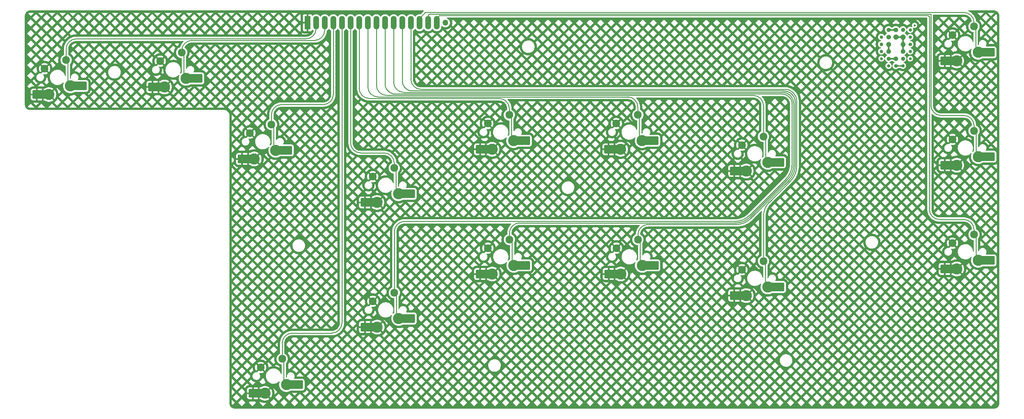
<source format=gbr>
%TF.GenerationSoftware,KiCad,Pcbnew,(7.0.0)*%
%TF.CreationDate,2023-03-03T17:09:00-06:00*%
%TF.ProjectId,Frosty,46726f73-7479-42e6-9b69-6361645f7063,rev?*%
%TF.SameCoordinates,Original*%
%TF.FileFunction,Copper,L2,Bot*%
%TF.FilePolarity,Positive*%
%FSLAX46Y46*%
G04 Gerber Fmt 4.6, Leading zero omitted, Abs format (unit mm)*
G04 Created by KiCad (PCBNEW (7.0.0)) date 2023-03-03 17:09:00*
%MOMM*%
%LPD*%
G01*
G04 APERTURE LIST*
G04 Aperture macros list*
%AMRoundRect*
0 Rectangle with rounded corners*
0 $1 Rounding radius*
0 $2 $3 $4 $5 $6 $7 $8 $9 X,Y pos of 4 corners*
0 Add a 4 corners polygon primitive as box body*
4,1,4,$2,$3,$4,$5,$6,$7,$8,$9,$2,$3,0*
0 Add four circle primitives for the rounded corners*
1,1,$1+$1,$2,$3*
1,1,$1+$1,$4,$5*
1,1,$1+$1,$6,$7*
1,1,$1+$1,$8,$9*
0 Add four rect primitives between the rounded corners*
20,1,$1+$1,$2,$3,$4,$5,0*
20,1,$1+$1,$4,$5,$6,$7,0*
20,1,$1+$1,$6,$7,$8,$9,0*
20,1,$1+$1,$8,$9,$2,$3,0*%
G04 Aperture macros list end*
%TA.AperFunction,EtchedComponent*%
%ADD10C,0.010000*%
%TD*%
%TA.AperFunction,ComponentPad*%
%ADD11R,1.700000X4.000000*%
%TD*%
%TA.AperFunction,ComponentPad*%
%ADD12O,1.700000X4.000000*%
%TD*%
%TA.AperFunction,ComponentPad*%
%ADD13O,1.700000X1.700000*%
%TD*%
%TA.AperFunction,ComponentPad*%
%ADD14C,2.300000*%
%TD*%
%TA.AperFunction,ComponentPad*%
%ADD15C,3.300000*%
%TD*%
%TA.AperFunction,SMDPad,CuDef*%
%ADD16R,1.650000X2.500000*%
%TD*%
%TA.AperFunction,SMDPad,CuDef*%
%ADD17RoundRect,0.250000X-1.025000X-1.000000X1.025000X-1.000000X1.025000X1.000000X-1.025000X1.000000X0*%
%TD*%
%TA.AperFunction,Conductor*%
%ADD18C,0.250000*%
%TD*%
G04 APERTURE END LIST*
%TO.C,Ref\u002A\u002A*%
G36*
X282990861Y-23993386D02*
G01*
X283010083Y-23994508D01*
X283026607Y-23996721D01*
X283040519Y-23999755D01*
X283073772Y-24010389D01*
X283104734Y-24025086D01*
X283133153Y-24043459D01*
X283158776Y-24065124D01*
X283181348Y-24089693D01*
X283200616Y-24116782D01*
X283216328Y-24146004D01*
X283228230Y-24176973D01*
X283236068Y-24209304D01*
X283239590Y-24242610D01*
X283238542Y-24276506D01*
X283232670Y-24310607D01*
X283231205Y-24316031D01*
X283225167Y-24333573D01*
X283217012Y-24352832D01*
X283207532Y-24372151D01*
X283197521Y-24389873D01*
X283187773Y-24404340D01*
X283169884Y-24425448D01*
X283143161Y-24450267D01*
X283113290Y-24471412D01*
X283080792Y-24488524D01*
X283046190Y-24501248D01*
X283038177Y-24503444D01*
X283030422Y-24505083D01*
X283022131Y-24506171D01*
X283012169Y-24506815D01*
X282999401Y-24507120D01*
X282982690Y-24507192D01*
X282974207Y-24507157D01*
X282955293Y-24506693D01*
X282939588Y-24505492D01*
X282925756Y-24503301D01*
X282912458Y-24499871D01*
X282898358Y-24494949D01*
X282882117Y-24488283D01*
X282878150Y-24486541D01*
X282846486Y-24469606D01*
X282817711Y-24448681D01*
X282792106Y-24424114D01*
X282769952Y-24396253D01*
X282751531Y-24365447D01*
X282737125Y-24332043D01*
X282727014Y-24296390D01*
X282725524Y-24287600D01*
X282724023Y-24269433D01*
X282723851Y-24249001D01*
X282724950Y-24227959D01*
X282727261Y-24207966D01*
X282730727Y-24190679D01*
X282734287Y-24178301D01*
X282747368Y-24144785D01*
X282764631Y-24113670D01*
X282785714Y-24085298D01*
X282810253Y-24060016D01*
X282837884Y-24038166D01*
X282868244Y-24020092D01*
X282900971Y-24006138D01*
X282935700Y-23996649D01*
X282936031Y-23996583D01*
X282951931Y-23994422D01*
X282970842Y-23993357D01*
X282990861Y-23993386D01*
G37*
D10*
X282990861Y-23993386D02*
X283010083Y-23994508D01*
X283026607Y-23996721D01*
X283040519Y-23999755D01*
X283073772Y-24010389D01*
X283104734Y-24025086D01*
X283133153Y-24043459D01*
X283158776Y-24065124D01*
X283181348Y-24089693D01*
X283200616Y-24116782D01*
X283216328Y-24146004D01*
X283228230Y-24176973D01*
X283236068Y-24209304D01*
X283239590Y-24242610D01*
X283238542Y-24276506D01*
X283232670Y-24310607D01*
X283231205Y-24316031D01*
X283225167Y-24333573D01*
X283217012Y-24352832D01*
X283207532Y-24372151D01*
X283197521Y-24389873D01*
X283187773Y-24404340D01*
X283169884Y-24425448D01*
X283143161Y-24450267D01*
X283113290Y-24471412D01*
X283080792Y-24488524D01*
X283046190Y-24501248D01*
X283038177Y-24503444D01*
X283030422Y-24505083D01*
X283022131Y-24506171D01*
X283012169Y-24506815D01*
X282999401Y-24507120D01*
X282982690Y-24507192D01*
X282974207Y-24507157D01*
X282955293Y-24506693D01*
X282939588Y-24505492D01*
X282925756Y-24503301D01*
X282912458Y-24499871D01*
X282898358Y-24494949D01*
X282882117Y-24488283D01*
X282878150Y-24486541D01*
X282846486Y-24469606D01*
X282817711Y-24448681D01*
X282792106Y-24424114D01*
X282769952Y-24396253D01*
X282751531Y-24365447D01*
X282737125Y-24332043D01*
X282727014Y-24296390D01*
X282725524Y-24287600D01*
X282724023Y-24269433D01*
X282723851Y-24249001D01*
X282724950Y-24227959D01*
X282727261Y-24207966D01*
X282730727Y-24190679D01*
X282734287Y-24178301D01*
X282747368Y-24144785D01*
X282764631Y-24113670D01*
X282785714Y-24085298D01*
X282810253Y-24060016D01*
X282837884Y-24038166D01*
X282868244Y-24020092D01*
X282900971Y-24006138D01*
X282935700Y-23996649D01*
X282936031Y-23996583D01*
X282951931Y-23994422D01*
X282970842Y-23993357D01*
X282990861Y-23993386D01*
G36*
X277428339Y-24948844D02*
G01*
X277445783Y-24949296D01*
X277463978Y-24949989D01*
X277481859Y-24950884D01*
X277498361Y-24951940D01*
X277512416Y-24953116D01*
X277522960Y-24954374D01*
X277548784Y-24958793D01*
X277604075Y-24971760D01*
X277656894Y-24989151D01*
X277707325Y-25011006D01*
X277755450Y-25037362D01*
X277801355Y-25068259D01*
X277845121Y-25103736D01*
X277877321Y-25134425D01*
X277913169Y-25174868D01*
X277944966Y-25218321D01*
X277972662Y-25264691D01*
X277996209Y-25313885D01*
X278015558Y-25365811D01*
X278030660Y-25420377D01*
X278041468Y-25477490D01*
X278042567Y-25487233D01*
X278043616Y-25502888D01*
X278044330Y-25521540D01*
X278044710Y-25542047D01*
X278044756Y-25563266D01*
X278044465Y-25584057D01*
X278043838Y-25603276D01*
X278042874Y-25619781D01*
X278041571Y-25632430D01*
X278034123Y-25675910D01*
X278020851Y-25730307D01*
X278003508Y-25781872D01*
X277981971Y-25830873D01*
X277956119Y-25877578D01*
X277925831Y-25922254D01*
X277890986Y-25965170D01*
X277880993Y-25976199D01*
X277842799Y-26013601D01*
X277801157Y-26047547D01*
X277756524Y-26077748D01*
X277709360Y-26103914D01*
X277660124Y-26125756D01*
X277609274Y-26142984D01*
X277599729Y-26145645D01*
X277546233Y-26157508D01*
X277492016Y-26164508D01*
X277437473Y-26166696D01*
X277382998Y-26164122D01*
X277328983Y-26156836D01*
X277275821Y-26144888D01*
X277223907Y-26128327D01*
X277173633Y-26107204D01*
X277125393Y-26081568D01*
X277110099Y-26072272D01*
X277083873Y-26054932D01*
X277058541Y-26036144D01*
X277032209Y-26014545D01*
X277022456Y-26006310D01*
X277001952Y-25989468D01*
X276979869Y-25971838D01*
X276957545Y-25954468D01*
X276936317Y-25938406D01*
X276917523Y-25924699D01*
X276878031Y-25897822D01*
X276815001Y-25859655D01*
X276750599Y-25826232D01*
X276685000Y-25797569D01*
X276618379Y-25773683D01*
X276550911Y-25754588D01*
X276482771Y-25740300D01*
X276414134Y-25730836D01*
X276345175Y-25726210D01*
X276276069Y-25726439D01*
X276206991Y-25731538D01*
X276138117Y-25741523D01*
X276069620Y-25756409D01*
X276001677Y-25776213D01*
X275934462Y-25800949D01*
X275868150Y-25830634D01*
X275842584Y-25843557D01*
X275803601Y-25864939D01*
X275766573Y-25887288D01*
X275732258Y-25910114D01*
X275701412Y-25932932D01*
X275674794Y-25955251D01*
X275670616Y-25959001D01*
X275658342Y-25969787D01*
X275646145Y-25980213D01*
X275635242Y-25989247D01*
X275626850Y-25995860D01*
X275586531Y-26023354D01*
X275542060Y-26048034D01*
X275495549Y-26068533D01*
X275447481Y-26084713D01*
X275398338Y-26096436D01*
X275348604Y-26103564D01*
X275298762Y-26105961D01*
X275249294Y-26103488D01*
X275210165Y-26098133D01*
X275159696Y-26086934D01*
X275111068Y-26071271D01*
X275064512Y-26051373D01*
X275020261Y-26027467D01*
X274978545Y-25999781D01*
X274939597Y-25968543D01*
X274903648Y-25933980D01*
X274870930Y-25896320D01*
X274841674Y-25855791D01*
X274816112Y-25812620D01*
X274794477Y-25767036D01*
X274776999Y-25719266D01*
X274763910Y-25669537D01*
X274755442Y-25618078D01*
X274753993Y-25602808D01*
X274752655Y-25576373D01*
X274752431Y-25548345D01*
X274753291Y-25520367D01*
X274755205Y-25494085D01*
X274758141Y-25471140D01*
X274762656Y-25447233D01*
X274775623Y-25397383D01*
X274793028Y-25348906D01*
X274814583Y-25302546D01*
X274840000Y-25259050D01*
X274862125Y-25227490D01*
X274895239Y-25187480D01*
X274931424Y-25151149D01*
X274970379Y-25118614D01*
X275011806Y-25089989D01*
X275055406Y-25065387D01*
X275100879Y-25044924D01*
X275147925Y-25028713D01*
X275196247Y-25016869D01*
X275245545Y-25009506D01*
X275295519Y-25006739D01*
X275345871Y-25008683D01*
X275396301Y-25015451D01*
X275446510Y-25027157D01*
X275468143Y-25033773D01*
X275516740Y-25052289D01*
X275562968Y-25075226D01*
X275606960Y-25102663D01*
X275648846Y-25134677D01*
X275688758Y-25171347D01*
X275706459Y-25187635D01*
X275732031Y-25207796D01*
X275761515Y-25228073D01*
X275794297Y-25248135D01*
X275829765Y-25267647D01*
X275867308Y-25286276D01*
X275906313Y-25303687D01*
X275946167Y-25319547D01*
X275986260Y-25333522D01*
X275994438Y-25336123D01*
X276052721Y-25352486D01*
X276112693Y-25365707D01*
X276173498Y-25375688D01*
X276234279Y-25382333D01*
X276294178Y-25385545D01*
X276352337Y-25385226D01*
X276407900Y-25381279D01*
X276431338Y-25378580D01*
X276495932Y-25369054D01*
X276557074Y-25356730D01*
X276615473Y-25341409D01*
X276671836Y-25322890D01*
X276726873Y-25300971D01*
X276781292Y-25275452D01*
X276794407Y-25268731D01*
X276833515Y-25247255D01*
X276871721Y-25223974D01*
X276909746Y-25198390D01*
X276948310Y-25170001D01*
X276988133Y-25138309D01*
X277029936Y-25102813D01*
X277036522Y-25097127D01*
X277047760Y-25087643D01*
X277058474Y-25078834D01*
X277067030Y-25072054D01*
X277086204Y-25058036D01*
X277127552Y-25031746D01*
X277171626Y-25008507D01*
X277217559Y-24988673D01*
X277264486Y-24972597D01*
X277311542Y-24960633D01*
X277357860Y-24953137D01*
X277363029Y-24952553D01*
X277374527Y-24951250D01*
X277384377Y-24950127D01*
X277390880Y-24949377D01*
X277391174Y-24949344D01*
X277399969Y-24948828D01*
X277412712Y-24948675D01*
X277428339Y-24948844D01*
G37*
X277428339Y-24948844D02*
X277445783Y-24949296D01*
X277463978Y-24949989D01*
X277481859Y-24950884D01*
X277498361Y-24951940D01*
X277512416Y-24953116D01*
X277522960Y-24954374D01*
X277548784Y-24958793D01*
X277604075Y-24971760D01*
X277656894Y-24989151D01*
X277707325Y-25011006D01*
X277755450Y-25037362D01*
X277801355Y-25068259D01*
X277845121Y-25103736D01*
X277877321Y-25134425D01*
X277913169Y-25174868D01*
X277944966Y-25218321D01*
X277972662Y-25264691D01*
X277996209Y-25313885D01*
X278015558Y-25365811D01*
X278030660Y-25420377D01*
X278041468Y-25477490D01*
X278042567Y-25487233D01*
X278043616Y-25502888D01*
X278044330Y-25521540D01*
X278044710Y-25542047D01*
X278044756Y-25563266D01*
X278044465Y-25584057D01*
X278043838Y-25603276D01*
X278042874Y-25619781D01*
X278041571Y-25632430D01*
X278034123Y-25675910D01*
X278020851Y-25730307D01*
X278003508Y-25781872D01*
X277981971Y-25830873D01*
X277956119Y-25877578D01*
X277925831Y-25922254D01*
X277890986Y-25965170D01*
X277880993Y-25976199D01*
X277842799Y-26013601D01*
X277801157Y-26047547D01*
X277756524Y-26077748D01*
X277709360Y-26103914D01*
X277660124Y-26125756D01*
X277609274Y-26142984D01*
X277599729Y-26145645D01*
X277546233Y-26157508D01*
X277492016Y-26164508D01*
X277437473Y-26166696D01*
X277382998Y-26164122D01*
X277328983Y-26156836D01*
X277275821Y-26144888D01*
X277223907Y-26128327D01*
X277173633Y-26107204D01*
X277125393Y-26081568D01*
X277110099Y-26072272D01*
X277083873Y-26054932D01*
X277058541Y-26036144D01*
X277032209Y-26014545D01*
X277022456Y-26006310D01*
X277001952Y-25989468D01*
X276979869Y-25971838D01*
X276957545Y-25954468D01*
X276936317Y-25938406D01*
X276917523Y-25924699D01*
X276878031Y-25897822D01*
X276815001Y-25859655D01*
X276750599Y-25826232D01*
X276685000Y-25797569D01*
X276618379Y-25773683D01*
X276550911Y-25754588D01*
X276482771Y-25740300D01*
X276414134Y-25730836D01*
X276345175Y-25726210D01*
X276276069Y-25726439D01*
X276206991Y-25731538D01*
X276138117Y-25741523D01*
X276069620Y-25756409D01*
X276001677Y-25776213D01*
X275934462Y-25800949D01*
X275868150Y-25830634D01*
X275842584Y-25843557D01*
X275803601Y-25864939D01*
X275766573Y-25887288D01*
X275732258Y-25910114D01*
X275701412Y-25932932D01*
X275674794Y-25955251D01*
X275670616Y-25959001D01*
X275658342Y-25969787D01*
X275646145Y-25980213D01*
X275635242Y-25989247D01*
X275626850Y-25995860D01*
X275586531Y-26023354D01*
X275542060Y-26048034D01*
X275495549Y-26068533D01*
X275447481Y-26084713D01*
X275398338Y-26096436D01*
X275348604Y-26103564D01*
X275298762Y-26105961D01*
X275249294Y-26103488D01*
X275210165Y-26098133D01*
X275159696Y-26086934D01*
X275111068Y-26071271D01*
X275064512Y-26051373D01*
X275020261Y-26027467D01*
X274978545Y-25999781D01*
X274939597Y-25968543D01*
X274903648Y-25933980D01*
X274870930Y-25896320D01*
X274841674Y-25855791D01*
X274816112Y-25812620D01*
X274794477Y-25767036D01*
X274776999Y-25719266D01*
X274763910Y-25669537D01*
X274755442Y-25618078D01*
X274753993Y-25602808D01*
X274752655Y-25576373D01*
X274752431Y-25548345D01*
X274753291Y-25520367D01*
X274755205Y-25494085D01*
X274758141Y-25471140D01*
X274762656Y-25447233D01*
X274775623Y-25397383D01*
X274793028Y-25348906D01*
X274814583Y-25302546D01*
X274840000Y-25259050D01*
X274862125Y-25227490D01*
X274895239Y-25187480D01*
X274931424Y-25151149D01*
X274970379Y-25118614D01*
X275011806Y-25089989D01*
X275055406Y-25065387D01*
X275100879Y-25044924D01*
X275147925Y-25028713D01*
X275196247Y-25016869D01*
X275245545Y-25009506D01*
X275295519Y-25006739D01*
X275345871Y-25008683D01*
X275396301Y-25015451D01*
X275446510Y-25027157D01*
X275468143Y-25033773D01*
X275516740Y-25052289D01*
X275562968Y-25075226D01*
X275606960Y-25102663D01*
X275648846Y-25134677D01*
X275688758Y-25171347D01*
X275706459Y-25187635D01*
X275732031Y-25207796D01*
X275761515Y-25228073D01*
X275794297Y-25248135D01*
X275829765Y-25267647D01*
X275867308Y-25286276D01*
X275906313Y-25303687D01*
X275946167Y-25319547D01*
X275986260Y-25333522D01*
X275994438Y-25336123D01*
X276052721Y-25352486D01*
X276112693Y-25365707D01*
X276173498Y-25375688D01*
X276234279Y-25382333D01*
X276294178Y-25385545D01*
X276352337Y-25385226D01*
X276407900Y-25381279D01*
X276431338Y-25378580D01*
X276495932Y-25369054D01*
X276557074Y-25356730D01*
X276615473Y-25341409D01*
X276671836Y-25322890D01*
X276726873Y-25300971D01*
X276781292Y-25275452D01*
X276794407Y-25268731D01*
X276833515Y-25247255D01*
X276871721Y-25223974D01*
X276909746Y-25198390D01*
X276948310Y-25170001D01*
X276988133Y-25138309D01*
X277029936Y-25102813D01*
X277036522Y-25097127D01*
X277047760Y-25087643D01*
X277058474Y-25078834D01*
X277067030Y-25072054D01*
X277086204Y-25058036D01*
X277127552Y-25031746D01*
X277171626Y-25008507D01*
X277217559Y-24988673D01*
X277264486Y-24972597D01*
X277311542Y-24960633D01*
X277357860Y-24953137D01*
X277363029Y-24952553D01*
X277374527Y-24951250D01*
X277384377Y-24950127D01*
X277390880Y-24949377D01*
X277391174Y-24949344D01*
X277399969Y-24948828D01*
X277412712Y-24948675D01*
X277428339Y-24948844D01*
G36*
X279558304Y-25005321D02*
G01*
X279581099Y-25006315D01*
X279602321Y-25007902D01*
X279620380Y-25010038D01*
X279650542Y-25015420D01*
X279700894Y-25028336D01*
X279749251Y-25045705D01*
X279795385Y-25067302D01*
X279839066Y-25092899D01*
X279880062Y-25122271D01*
X279918145Y-25155191D01*
X279953084Y-25191432D01*
X279984649Y-25230769D01*
X280012610Y-25272975D01*
X280036737Y-25317824D01*
X280056799Y-25365089D01*
X280072568Y-25414545D01*
X280083813Y-25465964D01*
X280085655Y-25478657D01*
X280087908Y-25502321D01*
X280089226Y-25528408D01*
X280089600Y-25555435D01*
X280089019Y-25581921D01*
X280087472Y-25606387D01*
X280084949Y-25627350D01*
X280082031Y-25644004D01*
X280069830Y-25695472D01*
X280053134Y-25744737D01*
X280031847Y-25792096D01*
X280025092Y-25804987D01*
X279998137Y-25849759D01*
X279967523Y-25891358D01*
X279933535Y-25929611D01*
X279896461Y-25964349D01*
X279856588Y-25995400D01*
X279814203Y-26022592D01*
X279769593Y-26045756D01*
X279723044Y-26064720D01*
X279674845Y-26079313D01*
X279625281Y-26089364D01*
X279574640Y-26094702D01*
X279523210Y-26095156D01*
X279508405Y-26094375D01*
X279456869Y-26088497D01*
X279406746Y-26077756D01*
X279358001Y-26062138D01*
X279310598Y-26041631D01*
X279264503Y-26016222D01*
X279219680Y-25985899D01*
X279218303Y-25984868D01*
X279203582Y-25972951D01*
X279186882Y-25958105D01*
X279169206Y-25941331D01*
X279151555Y-25923632D01*
X279134931Y-25906009D01*
X279120338Y-25889464D01*
X279108775Y-25875000D01*
X279088721Y-25846213D01*
X279062078Y-25801006D01*
X279040066Y-25754251D01*
X279022727Y-25706226D01*
X279010098Y-25657211D01*
X279002220Y-25607484D01*
X278999133Y-25557325D01*
X279000875Y-25507013D01*
X279007486Y-25456825D01*
X279019007Y-25407043D01*
X279035476Y-25357944D01*
X279048373Y-25327322D01*
X279070631Y-25283664D01*
X279096553Y-25242730D01*
X279126598Y-25203818D01*
X279161225Y-25166230D01*
X279169128Y-25158458D01*
X279208957Y-25123455D01*
X279251400Y-25092684D01*
X279296206Y-25066267D01*
X279343121Y-25044324D01*
X279391894Y-25026978D01*
X279442271Y-25014349D01*
X279494000Y-25006558D01*
X279496359Y-25006332D01*
X279514346Y-25005286D01*
X279535524Y-25004964D01*
X279558304Y-25005321D01*
G37*
X279558304Y-25005321D02*
X279581099Y-25006315D01*
X279602321Y-25007902D01*
X279620380Y-25010038D01*
X279650542Y-25015420D01*
X279700894Y-25028336D01*
X279749251Y-25045705D01*
X279795385Y-25067302D01*
X279839066Y-25092899D01*
X279880062Y-25122271D01*
X279918145Y-25155191D01*
X279953084Y-25191432D01*
X279984649Y-25230769D01*
X280012610Y-25272975D01*
X280036737Y-25317824D01*
X280056799Y-25365089D01*
X280072568Y-25414545D01*
X280083813Y-25465964D01*
X280085655Y-25478657D01*
X280087908Y-25502321D01*
X280089226Y-25528408D01*
X280089600Y-25555435D01*
X280089019Y-25581921D01*
X280087472Y-25606387D01*
X280084949Y-25627350D01*
X280082031Y-25644004D01*
X280069830Y-25695472D01*
X280053134Y-25744737D01*
X280031847Y-25792096D01*
X280025092Y-25804987D01*
X279998137Y-25849759D01*
X279967523Y-25891358D01*
X279933535Y-25929611D01*
X279896461Y-25964349D01*
X279856588Y-25995400D01*
X279814203Y-26022592D01*
X279769593Y-26045756D01*
X279723044Y-26064720D01*
X279674845Y-26079313D01*
X279625281Y-26089364D01*
X279574640Y-26094702D01*
X279523210Y-26095156D01*
X279508405Y-26094375D01*
X279456869Y-26088497D01*
X279406746Y-26077756D01*
X279358001Y-26062138D01*
X279310598Y-26041631D01*
X279264503Y-26016222D01*
X279219680Y-25985899D01*
X279218303Y-25984868D01*
X279203582Y-25972951D01*
X279186882Y-25958105D01*
X279169206Y-25941331D01*
X279151555Y-25923632D01*
X279134931Y-25906009D01*
X279120338Y-25889464D01*
X279108775Y-25875000D01*
X279088721Y-25846213D01*
X279062078Y-25801006D01*
X279040066Y-25754251D01*
X279022727Y-25706226D01*
X279010098Y-25657211D01*
X279002220Y-25607484D01*
X278999133Y-25557325D01*
X279000875Y-25507013D01*
X279007486Y-25456825D01*
X279019007Y-25407043D01*
X279035476Y-25357944D01*
X279048373Y-25327322D01*
X279070631Y-25283664D01*
X279096553Y-25242730D01*
X279126598Y-25203818D01*
X279161225Y-25166230D01*
X279169128Y-25158458D01*
X279208957Y-25123455D01*
X279251400Y-25092684D01*
X279296206Y-25066267D01*
X279343121Y-25044324D01*
X279391894Y-25026978D01*
X279442271Y-25014349D01*
X279494000Y-25006558D01*
X279496359Y-25006332D01*
X279514346Y-25005286D01*
X279535524Y-25004964D01*
X279558304Y-25005321D01*
G36*
X281724888Y-25160890D02*
G01*
X281768420Y-25167749D01*
X281810689Y-25179048D01*
X281851382Y-25194592D01*
X281890183Y-25214185D01*
X281926778Y-25237630D01*
X281960854Y-25264730D01*
X281992096Y-25295291D01*
X282020189Y-25329115D01*
X282044821Y-25366006D01*
X282065675Y-25405768D01*
X282082439Y-25448204D01*
X282092968Y-25485917D01*
X282100397Y-25529659D01*
X282103159Y-25574167D01*
X282101282Y-25618853D01*
X282094794Y-25663128D01*
X282083723Y-25706404D01*
X282068097Y-25748092D01*
X282051673Y-25781393D01*
X282027664Y-25820040D01*
X281999846Y-25855679D01*
X281968535Y-25888049D01*
X281934048Y-25916892D01*
X281896700Y-25941948D01*
X281856808Y-25962959D01*
X281814689Y-25979665D01*
X281770658Y-25991808D01*
X281765970Y-25992800D01*
X281721618Y-25999421D01*
X281677476Y-26001172D01*
X281633869Y-25998238D01*
X281591121Y-25990807D01*
X281549557Y-25979067D01*
X281509500Y-25963203D01*
X281471277Y-25943404D01*
X281435210Y-25919856D01*
X281401626Y-25892747D01*
X281370847Y-25862262D01*
X281343199Y-25828590D01*
X281319006Y-25791917D01*
X281298593Y-25752431D01*
X281282284Y-25710318D01*
X281277522Y-25695238D01*
X281272437Y-25677118D01*
X281268683Y-25660279D01*
X281266075Y-25643454D01*
X281264428Y-25625371D01*
X281263554Y-25604763D01*
X281263269Y-25580360D01*
X281263270Y-25566762D01*
X281263412Y-25550497D01*
X281263788Y-25537545D01*
X281264471Y-25526861D01*
X281265537Y-25517397D01*
X281267060Y-25508105D01*
X281269113Y-25497939D01*
X281270575Y-25491330D01*
X281283407Y-25446001D01*
X281300588Y-25403283D01*
X281322164Y-25363089D01*
X281348180Y-25325334D01*
X281378680Y-25289934D01*
X281384364Y-25284093D01*
X281418985Y-25252595D01*
X281456050Y-25225467D01*
X281495375Y-25202803D01*
X281536775Y-25184700D01*
X281580064Y-25171253D01*
X281625060Y-25162558D01*
X281635293Y-25161280D01*
X281680408Y-25158668D01*
X281724888Y-25160890D01*
G37*
X281724888Y-25160890D02*
X281768420Y-25167749D01*
X281810689Y-25179048D01*
X281851382Y-25194592D01*
X281890183Y-25214185D01*
X281926778Y-25237630D01*
X281960854Y-25264730D01*
X281992096Y-25295291D01*
X282020189Y-25329115D01*
X282044821Y-25366006D01*
X282065675Y-25405768D01*
X282082439Y-25448204D01*
X282092968Y-25485917D01*
X282100397Y-25529659D01*
X282103159Y-25574167D01*
X282101282Y-25618853D01*
X282094794Y-25663128D01*
X282083723Y-25706404D01*
X282068097Y-25748092D01*
X282051673Y-25781393D01*
X282027664Y-25820040D01*
X281999846Y-25855679D01*
X281968535Y-25888049D01*
X281934048Y-25916892D01*
X281896700Y-25941948D01*
X281856808Y-25962959D01*
X281814689Y-25979665D01*
X281770658Y-25991808D01*
X281765970Y-25992800D01*
X281721618Y-25999421D01*
X281677476Y-26001172D01*
X281633869Y-25998238D01*
X281591121Y-25990807D01*
X281549557Y-25979067D01*
X281509500Y-25963203D01*
X281471277Y-25943404D01*
X281435210Y-25919856D01*
X281401626Y-25892747D01*
X281370847Y-25862262D01*
X281343199Y-25828590D01*
X281319006Y-25791917D01*
X281298593Y-25752431D01*
X281282284Y-25710318D01*
X281277522Y-25695238D01*
X281272437Y-25677118D01*
X281268683Y-25660279D01*
X281266075Y-25643454D01*
X281264428Y-25625371D01*
X281263554Y-25604763D01*
X281263269Y-25580360D01*
X281263270Y-25566762D01*
X281263412Y-25550497D01*
X281263788Y-25537545D01*
X281264471Y-25526861D01*
X281265537Y-25517397D01*
X281267060Y-25508105D01*
X281269113Y-25497939D01*
X281270575Y-25491330D01*
X281283407Y-25446001D01*
X281300588Y-25403283D01*
X281322164Y-25363089D01*
X281348180Y-25325334D01*
X281378680Y-25289934D01*
X281384364Y-25284093D01*
X281418985Y-25252595D01*
X281456050Y-25225467D01*
X281495375Y-25202803D01*
X281536775Y-25184700D01*
X281580064Y-25171253D01*
X281625060Y-25162558D01*
X281635293Y-25161280D01*
X281680408Y-25158668D01*
X281724888Y-25160890D01*
G36*
X277514205Y-26960081D02*
G01*
X277571670Y-26968959D01*
X277628171Y-26982578D01*
X277683411Y-27000826D01*
X277737091Y-27023592D01*
X277788914Y-27050764D01*
X277838583Y-27082231D01*
X277885799Y-27117882D01*
X277930267Y-27157605D01*
X277930401Y-27157734D01*
X277960763Y-27188756D01*
X277988587Y-27220613D01*
X278015676Y-27255370D01*
X278019051Y-27259748D01*
X278028395Y-27270910D01*
X278039812Y-27283647D01*
X278052161Y-27296705D01*
X278064303Y-27308830D01*
X278106042Y-27346594D01*
X278152037Y-27382744D01*
X278198916Y-27414105D01*
X278246563Y-27440655D01*
X278294862Y-27462372D01*
X278343695Y-27479233D01*
X278392946Y-27491217D01*
X278442499Y-27498302D01*
X278492237Y-27500466D01*
X278542043Y-27497685D01*
X278591801Y-27489940D01*
X278641394Y-27477206D01*
X278690706Y-27459463D01*
X278739620Y-27436688D01*
X278740390Y-27436287D01*
X278777610Y-27415124D01*
X278814707Y-27390711D01*
X278850868Y-27363728D01*
X278885277Y-27334859D01*
X278917121Y-27304786D01*
X278945583Y-27274193D01*
X278969851Y-27243760D01*
X278995115Y-27211531D01*
X279029918Y-27173356D01*
X279068526Y-27136898D01*
X279110261Y-27102746D01*
X279154446Y-27071487D01*
X279200404Y-27043709D01*
X279242380Y-27022374D01*
X279295641Y-27000298D01*
X279350852Y-26982550D01*
X279407481Y-26969230D01*
X279464994Y-26960436D01*
X279522859Y-26956268D01*
X279580542Y-26956826D01*
X279637510Y-26962209D01*
X279679643Y-26969492D01*
X279735073Y-26983433D01*
X279789631Y-27002059D01*
X279842861Y-27025146D01*
X279894309Y-27052469D01*
X279943519Y-27083803D01*
X279990035Y-27118923D01*
X280033404Y-27157605D01*
X280033793Y-27157983D01*
X280075978Y-27202365D01*
X280113995Y-27249447D01*
X280147733Y-27299017D01*
X280177083Y-27350861D01*
X280201937Y-27404766D01*
X280222184Y-27460519D01*
X280237716Y-27517907D01*
X280248423Y-27576717D01*
X280253089Y-27620934D01*
X280254806Y-27679040D01*
X280251598Y-27736975D01*
X280243546Y-27794446D01*
X280230732Y-27851164D01*
X280213237Y-27906838D01*
X280191141Y-27961178D01*
X280164528Y-28013893D01*
X280133477Y-28064694D01*
X280098071Y-28113289D01*
X280088253Y-28125135D01*
X280072748Y-28142517D01*
X280055108Y-28161173D01*
X280036385Y-28180049D01*
X280017628Y-28198090D01*
X279999889Y-28214244D01*
X279984220Y-28227456D01*
X279971949Y-28237749D01*
X279953748Y-28254416D01*
X279934389Y-28273488D01*
X279914861Y-28293950D01*
X279896155Y-28314789D01*
X279879260Y-28334990D01*
X279850762Y-28372471D01*
X279816044Y-28424653D01*
X279786213Y-28477997D01*
X279761206Y-28532644D01*
X279740961Y-28588737D01*
X279725413Y-28646418D01*
X279714499Y-28705830D01*
X279714118Y-28708702D01*
X279712697Y-28724444D01*
X279711767Y-28743765D01*
X279711317Y-28765455D01*
X279711337Y-28788305D01*
X279711816Y-28811106D01*
X279712744Y-28832649D01*
X279714109Y-28851723D01*
X279715902Y-28867120D01*
X279718227Y-28881472D01*
X279730583Y-28939431D01*
X279747467Y-28995542D01*
X279768980Y-29050040D01*
X279795224Y-29103161D01*
X279826300Y-29155139D01*
X279862310Y-29206210D01*
X279875056Y-29222755D01*
X279890878Y-29242419D01*
X279904982Y-29258736D01*
X279917900Y-29272287D01*
X279930165Y-29283652D01*
X279942310Y-29293411D01*
X279973143Y-29318147D01*
X280012156Y-29354808D01*
X280048418Y-29395181D01*
X280081576Y-29438754D01*
X280111280Y-29485015D01*
X280137180Y-29533452D01*
X280158925Y-29583552D01*
X280176163Y-29634805D01*
X280181375Y-29653670D01*
X280190078Y-29690510D01*
X280196300Y-29726205D01*
X280200224Y-29762234D01*
X280202037Y-29800076D01*
X280201922Y-29841210D01*
X280201067Y-29865458D01*
X280198402Y-29902146D01*
X280193943Y-29936336D01*
X280187428Y-29969513D01*
X280178596Y-30003162D01*
X280167186Y-30038771D01*
X280163799Y-30048392D01*
X280148106Y-30088292D01*
X280130347Y-30126062D01*
X280110136Y-30162256D01*
X280087089Y-30197430D01*
X280060819Y-30232141D01*
X280030941Y-30266944D01*
X279997068Y-30302396D01*
X279958816Y-30339050D01*
X279956783Y-30340945D01*
X279939069Y-30358760D01*
X279919563Y-30380503D01*
X279898724Y-30405643D01*
X279877013Y-30433648D01*
X279860848Y-30455809D01*
X279824914Y-30510627D01*
X279793699Y-30566804D01*
X279767279Y-30624177D01*
X279745734Y-30682584D01*
X279729142Y-30741862D01*
X279725248Y-30759083D01*
X279719919Y-30786565D01*
X279716033Y-30813234D01*
X279713430Y-30840546D01*
X279711948Y-30869959D01*
X279711429Y-30902930D01*
X279711448Y-30913226D01*
X279712659Y-30955046D01*
X279715839Y-30993852D01*
X279721186Y-31031071D01*
X279728892Y-31068135D01*
X279739153Y-31106471D01*
X279745334Y-31126403D01*
X279762697Y-31174263D01*
X279783346Y-31221765D01*
X279806875Y-31268237D01*
X279832879Y-31313008D01*
X279860953Y-31355406D01*
X279890690Y-31394759D01*
X279921685Y-31430395D01*
X279953534Y-31461642D01*
X279988447Y-31495172D01*
X280026873Y-31538214D01*
X280060959Y-31583754D01*
X280090629Y-31631651D01*
X280115804Y-31681765D01*
X280136407Y-31733955D01*
X280152363Y-31788080D01*
X280163592Y-31844000D01*
X280165648Y-31861157D01*
X280167175Y-31882501D01*
X280168101Y-31906325D01*
X280168425Y-31931374D01*
X280168147Y-31956394D01*
X280167265Y-31980132D01*
X280165780Y-32001334D01*
X280163689Y-32018745D01*
X280159679Y-32041644D01*
X280146439Y-32097708D01*
X280128709Y-32151398D01*
X280106477Y-32202741D01*
X280079730Y-32251761D01*
X280048454Y-32298482D01*
X280012637Y-32342929D01*
X279972265Y-32385127D01*
X279945614Y-32409392D01*
X279902019Y-32443725D01*
X279856009Y-32473905D01*
X279807902Y-32499833D01*
X279758017Y-32521406D01*
X279706674Y-32538525D01*
X279654189Y-32551088D01*
X279600883Y-32558995D01*
X279547074Y-32562144D01*
X279493080Y-32560436D01*
X279439221Y-32553768D01*
X279407990Y-32547588D01*
X279354856Y-32533115D01*
X279303504Y-32514124D01*
X279254184Y-32490848D01*
X279207145Y-32463522D01*
X279162636Y-32432379D01*
X279120907Y-32397653D01*
X279082206Y-32359577D01*
X279046783Y-32318385D01*
X279014887Y-32274311D01*
X278986767Y-32227589D01*
X278962672Y-32178453D01*
X278942852Y-32127135D01*
X278927556Y-32073870D01*
X278917994Y-32025569D01*
X278911899Y-31970806D01*
X278910793Y-31916197D01*
X278914633Y-31861952D01*
X278923372Y-31808279D01*
X278936967Y-31755388D01*
X278955372Y-31703486D01*
X278978542Y-31652784D01*
X279006432Y-31603490D01*
X279038998Y-31555812D01*
X279039215Y-31555522D01*
X279048023Y-31544553D01*
X279059669Y-31531201D01*
X279073386Y-31516248D01*
X279088406Y-31500473D01*
X279103962Y-31484657D01*
X279119286Y-31469582D01*
X279133612Y-31456026D01*
X279146172Y-31444771D01*
X279156198Y-31436597D01*
X279161294Y-31432501D01*
X279174512Y-31419884D01*
X279189169Y-31403542D01*
X279204817Y-31384116D01*
X279221011Y-31362246D01*
X279237303Y-31338570D01*
X279253246Y-31313729D01*
X279268394Y-31288362D01*
X279282301Y-31263108D01*
X279294518Y-31238606D01*
X279314388Y-31192913D01*
X279331145Y-31146715D01*
X279344816Y-31099543D01*
X279355631Y-31050493D01*
X279363819Y-30998659D01*
X279369610Y-30943135D01*
X279370285Y-30934016D01*
X279371199Y-30912913D01*
X279370990Y-30892308D01*
X279369659Y-30869475D01*
X279368554Y-30855939D01*
X279362124Y-30799196D01*
X279352935Y-30745898D01*
X279340772Y-30695246D01*
X279325422Y-30646444D01*
X279306671Y-30598694D01*
X279284305Y-30551200D01*
X279265253Y-30515946D01*
X279243676Y-30480280D01*
X279220839Y-30446383D01*
X279197219Y-30414892D01*
X279173296Y-30386443D01*
X279149547Y-30361673D01*
X279126452Y-30341220D01*
X279118602Y-30334781D01*
X279098449Y-30317057D01*
X279077471Y-30297151D01*
X279056925Y-30276322D01*
X279038070Y-30255828D01*
X279022163Y-30236925D01*
X279021427Y-30235994D01*
X278986858Y-30188177D01*
X278956780Y-30138027D01*
X278931266Y-30085710D01*
X278910387Y-30031392D01*
X278894215Y-29975236D01*
X278882823Y-29917410D01*
X278881978Y-29911291D01*
X278880125Y-29892219D01*
X278878827Y-29869881D01*
X278878085Y-29845464D01*
X278877899Y-29820156D01*
X278878270Y-29795145D01*
X278879198Y-29771620D01*
X278880684Y-29750767D01*
X278882729Y-29733776D01*
X278888069Y-29704022D01*
X278901848Y-29647671D01*
X278920111Y-29593585D01*
X278942936Y-29541597D01*
X278970403Y-29491536D01*
X279002590Y-29443233D01*
X279039576Y-29396518D01*
X279054934Y-29379414D01*
X279078737Y-29355222D01*
X279104247Y-29331571D01*
X279129808Y-29310047D01*
X279138294Y-29303025D01*
X279161614Y-29281241D01*
X279185506Y-29255607D01*
X279209414Y-29226887D01*
X279232779Y-29195844D01*
X279255044Y-29163243D01*
X279275652Y-29129846D01*
X279294044Y-29096418D01*
X279309664Y-29063722D01*
X279326664Y-29020986D01*
X279341653Y-28974689D01*
X279353722Y-28927402D01*
X279362705Y-28880008D01*
X279368436Y-28833390D01*
X279370748Y-28788432D01*
X279369475Y-28746015D01*
X279368439Y-28733560D01*
X279360770Y-28672818D01*
X279348897Y-28614738D01*
X279332696Y-28558993D01*
X279312044Y-28505252D01*
X279286817Y-28453188D01*
X279256893Y-28402470D01*
X279222147Y-28352770D01*
X279216418Y-28345271D01*
X279200793Y-28325684D01*
X279184986Y-28307006D01*
X279169603Y-28289897D01*
X279155249Y-28275017D01*
X279142529Y-28263025D01*
X279132050Y-28254583D01*
X279126875Y-28250899D01*
X279086803Y-28219681D01*
X279047942Y-28184763D01*
X279011259Y-28147127D01*
X278977719Y-28107757D01*
X278948288Y-28067634D01*
X278946011Y-28064354D01*
X278934636Y-28049767D01*
X278920384Y-28033700D01*
X278904274Y-28017313D01*
X278878916Y-27993880D01*
X278835047Y-27958309D01*
X278789519Y-27927498D01*
X278742167Y-27901370D01*
X278692824Y-27879848D01*
X278641325Y-27862852D01*
X278587504Y-27850307D01*
X278531197Y-27842133D01*
X278516686Y-27840723D01*
X278501676Y-27839664D01*
X278488478Y-27839356D01*
X278475311Y-27839769D01*
X278460395Y-27840870D01*
X278420488Y-27845415D01*
X278366591Y-27855251D01*
X278315224Y-27869229D01*
X278266041Y-27887504D01*
X278218694Y-27910228D01*
X278172836Y-27937553D01*
X278128122Y-27969633D01*
X278084203Y-28006620D01*
X278076197Y-28013914D01*
X278064620Y-28024791D01*
X278054954Y-28034527D01*
X278046253Y-28044195D01*
X278037573Y-28054868D01*
X278027968Y-28067622D01*
X278016492Y-28083530D01*
X277989358Y-28119258D01*
X277949541Y-28164578D01*
X277906512Y-28206041D01*
X277860437Y-28243546D01*
X277811482Y-28276992D01*
X277759812Y-28306277D01*
X277705595Y-28331302D01*
X277648994Y-28351966D01*
X277590177Y-28368167D01*
X277529310Y-28379804D01*
X277517828Y-28381109D01*
X277500905Y-28382236D01*
X277480814Y-28382995D01*
X277458566Y-28383390D01*
X277435168Y-28383430D01*
X277411631Y-28383121D01*
X277388964Y-28382470D01*
X277368175Y-28381482D01*
X277350274Y-28380166D01*
X277336270Y-28378527D01*
X277296448Y-28371277D01*
X277238187Y-28356422D01*
X277181606Y-28336856D01*
X277126946Y-28312702D01*
X277074451Y-28284083D01*
X277024361Y-28251122D01*
X276976918Y-28213943D01*
X276932365Y-28172669D01*
X276906341Y-28145255D01*
X276867567Y-28098878D01*
X276833370Y-28050405D01*
X276803681Y-27999700D01*
X276778431Y-27946627D01*
X276757550Y-27891050D01*
X276740970Y-27832833D01*
X276728621Y-27771838D01*
X276728284Y-27769727D01*
X276726937Y-27759510D01*
X276725903Y-27747948D01*
X276725148Y-27734295D01*
X276724640Y-27717804D01*
X276724344Y-27697728D01*
X276724229Y-27673320D01*
X276724228Y-27663693D01*
X276724408Y-27638572D01*
X276724944Y-27617121D01*
X276725949Y-27598297D01*
X276727532Y-27581053D01*
X276729806Y-27564342D01*
X276732880Y-27547118D01*
X276736866Y-27528337D01*
X276741875Y-27506950D01*
X276753867Y-27463338D01*
X276773595Y-27407796D01*
X276797598Y-27354540D01*
X276825648Y-27303761D01*
X276857520Y-27255649D01*
X276892985Y-27210396D01*
X276931816Y-27168193D01*
X276973787Y-27129231D01*
X277018670Y-27093701D01*
X277066238Y-27061793D01*
X277116265Y-27033700D01*
X277168523Y-27009612D01*
X277222785Y-26989720D01*
X277278824Y-26974215D01*
X277336413Y-26963288D01*
X277395324Y-26957131D01*
X277397571Y-26956995D01*
X277456072Y-26956056D01*
X277514205Y-26960081D01*
G37*
X277514205Y-26960081D02*
X277571670Y-26968959D01*
X277628171Y-26982578D01*
X277683411Y-27000826D01*
X277737091Y-27023592D01*
X277788914Y-27050764D01*
X277838583Y-27082231D01*
X277885799Y-27117882D01*
X277930267Y-27157605D01*
X277930401Y-27157734D01*
X277960763Y-27188756D01*
X277988587Y-27220613D01*
X278015676Y-27255370D01*
X278019051Y-27259748D01*
X278028395Y-27270910D01*
X278039812Y-27283647D01*
X278052161Y-27296705D01*
X278064303Y-27308830D01*
X278106042Y-27346594D01*
X278152037Y-27382744D01*
X278198916Y-27414105D01*
X278246563Y-27440655D01*
X278294862Y-27462372D01*
X278343695Y-27479233D01*
X278392946Y-27491217D01*
X278442499Y-27498302D01*
X278492237Y-27500466D01*
X278542043Y-27497685D01*
X278591801Y-27489940D01*
X278641394Y-27477206D01*
X278690706Y-27459463D01*
X278739620Y-27436688D01*
X278740390Y-27436287D01*
X278777610Y-27415124D01*
X278814707Y-27390711D01*
X278850868Y-27363728D01*
X278885277Y-27334859D01*
X278917121Y-27304786D01*
X278945583Y-27274193D01*
X278969851Y-27243760D01*
X278995115Y-27211531D01*
X279029918Y-27173356D01*
X279068526Y-27136898D01*
X279110261Y-27102746D01*
X279154446Y-27071487D01*
X279200404Y-27043709D01*
X279242380Y-27022374D01*
X279295641Y-27000298D01*
X279350852Y-26982550D01*
X279407481Y-26969230D01*
X279464994Y-26960436D01*
X279522859Y-26956268D01*
X279580542Y-26956826D01*
X279637510Y-26962209D01*
X279679643Y-26969492D01*
X279735073Y-26983433D01*
X279789631Y-27002059D01*
X279842861Y-27025146D01*
X279894309Y-27052469D01*
X279943519Y-27083803D01*
X279990035Y-27118923D01*
X280033404Y-27157605D01*
X280033793Y-27157983D01*
X280075978Y-27202365D01*
X280113995Y-27249447D01*
X280147733Y-27299017D01*
X280177083Y-27350861D01*
X280201937Y-27404766D01*
X280222184Y-27460519D01*
X280237716Y-27517907D01*
X280248423Y-27576717D01*
X280253089Y-27620934D01*
X280254806Y-27679040D01*
X280251598Y-27736975D01*
X280243546Y-27794446D01*
X280230732Y-27851164D01*
X280213237Y-27906838D01*
X280191141Y-27961178D01*
X280164528Y-28013893D01*
X280133477Y-28064694D01*
X280098071Y-28113289D01*
X280088253Y-28125135D01*
X280072748Y-28142517D01*
X280055108Y-28161173D01*
X280036385Y-28180049D01*
X280017628Y-28198090D01*
X279999889Y-28214244D01*
X279984220Y-28227456D01*
X279971949Y-28237749D01*
X279953748Y-28254416D01*
X279934389Y-28273488D01*
X279914861Y-28293950D01*
X279896155Y-28314789D01*
X279879260Y-28334990D01*
X279850762Y-28372471D01*
X279816044Y-28424653D01*
X279786213Y-28477997D01*
X279761206Y-28532644D01*
X279740961Y-28588737D01*
X279725413Y-28646418D01*
X279714499Y-28705830D01*
X279714118Y-28708702D01*
X279712697Y-28724444D01*
X279711767Y-28743765D01*
X279711317Y-28765455D01*
X279711337Y-28788305D01*
X279711816Y-28811106D01*
X279712744Y-28832649D01*
X279714109Y-28851723D01*
X279715902Y-28867120D01*
X279718227Y-28881472D01*
X279730583Y-28939431D01*
X279747467Y-28995542D01*
X279768980Y-29050040D01*
X279795224Y-29103161D01*
X279826300Y-29155139D01*
X279862310Y-29206210D01*
X279875056Y-29222755D01*
X279890878Y-29242419D01*
X279904982Y-29258736D01*
X279917900Y-29272287D01*
X279930165Y-29283652D01*
X279942310Y-29293411D01*
X279973143Y-29318147D01*
X280012156Y-29354808D01*
X280048418Y-29395181D01*
X280081576Y-29438754D01*
X280111280Y-29485015D01*
X280137180Y-29533452D01*
X280158925Y-29583552D01*
X280176163Y-29634805D01*
X280181375Y-29653670D01*
X280190078Y-29690510D01*
X280196300Y-29726205D01*
X280200224Y-29762234D01*
X280202037Y-29800076D01*
X280201922Y-29841210D01*
X280201067Y-29865458D01*
X280198402Y-29902146D01*
X280193943Y-29936336D01*
X280187428Y-29969513D01*
X280178596Y-30003162D01*
X280167186Y-30038771D01*
X280163799Y-30048392D01*
X280148106Y-30088292D01*
X280130347Y-30126062D01*
X280110136Y-30162256D01*
X280087089Y-30197430D01*
X280060819Y-30232141D01*
X280030941Y-30266944D01*
X279997068Y-30302396D01*
X279958816Y-30339050D01*
X279956783Y-30340945D01*
X279939069Y-30358760D01*
X279919563Y-30380503D01*
X279898724Y-30405643D01*
X279877013Y-30433648D01*
X279860848Y-30455809D01*
X279824914Y-30510627D01*
X279793699Y-30566804D01*
X279767279Y-30624177D01*
X279745734Y-30682584D01*
X279729142Y-30741862D01*
X279725248Y-30759083D01*
X279719919Y-30786565D01*
X279716033Y-30813234D01*
X279713430Y-30840546D01*
X279711948Y-30869959D01*
X279711429Y-30902930D01*
X279711448Y-30913226D01*
X279712659Y-30955046D01*
X279715839Y-30993852D01*
X279721186Y-31031071D01*
X279728892Y-31068135D01*
X279739153Y-31106471D01*
X279745334Y-31126403D01*
X279762697Y-31174263D01*
X279783346Y-31221765D01*
X279806875Y-31268237D01*
X279832879Y-31313008D01*
X279860953Y-31355406D01*
X279890690Y-31394759D01*
X279921685Y-31430395D01*
X279953534Y-31461642D01*
X279988447Y-31495172D01*
X280026873Y-31538214D01*
X280060959Y-31583754D01*
X280090629Y-31631651D01*
X280115804Y-31681765D01*
X280136407Y-31733955D01*
X280152363Y-31788080D01*
X280163592Y-31844000D01*
X280165648Y-31861157D01*
X280167175Y-31882501D01*
X280168101Y-31906325D01*
X280168425Y-31931374D01*
X280168147Y-31956394D01*
X280167265Y-31980132D01*
X280165780Y-32001334D01*
X280163689Y-32018745D01*
X280159679Y-32041644D01*
X280146439Y-32097708D01*
X280128709Y-32151398D01*
X280106477Y-32202741D01*
X280079730Y-32251761D01*
X280048454Y-32298482D01*
X280012637Y-32342929D01*
X279972265Y-32385127D01*
X279945614Y-32409392D01*
X279902019Y-32443725D01*
X279856009Y-32473905D01*
X279807902Y-32499833D01*
X279758017Y-32521406D01*
X279706674Y-32538525D01*
X279654189Y-32551088D01*
X279600883Y-32558995D01*
X279547074Y-32562144D01*
X279493080Y-32560436D01*
X279439221Y-32553768D01*
X279407990Y-32547588D01*
X279354856Y-32533115D01*
X279303504Y-32514124D01*
X279254184Y-32490848D01*
X279207145Y-32463522D01*
X279162636Y-32432379D01*
X279120907Y-32397653D01*
X279082206Y-32359577D01*
X279046783Y-32318385D01*
X279014887Y-32274311D01*
X278986767Y-32227589D01*
X278962672Y-32178453D01*
X278942852Y-32127135D01*
X278927556Y-32073870D01*
X278917994Y-32025569D01*
X278911899Y-31970806D01*
X278910793Y-31916197D01*
X278914633Y-31861952D01*
X278923372Y-31808279D01*
X278936967Y-31755388D01*
X278955372Y-31703486D01*
X278978542Y-31652784D01*
X279006432Y-31603490D01*
X279038998Y-31555812D01*
X279039215Y-31555522D01*
X279048023Y-31544553D01*
X279059669Y-31531201D01*
X279073386Y-31516248D01*
X279088406Y-31500473D01*
X279103962Y-31484657D01*
X279119286Y-31469582D01*
X279133612Y-31456026D01*
X279146172Y-31444771D01*
X279156198Y-31436597D01*
X279161294Y-31432501D01*
X279174512Y-31419884D01*
X279189169Y-31403542D01*
X279204817Y-31384116D01*
X279221011Y-31362246D01*
X279237303Y-31338570D01*
X279253246Y-31313729D01*
X279268394Y-31288362D01*
X279282301Y-31263108D01*
X279294518Y-31238606D01*
X279314388Y-31192913D01*
X279331145Y-31146715D01*
X279344816Y-31099543D01*
X279355631Y-31050493D01*
X279363819Y-30998659D01*
X279369610Y-30943135D01*
X279370285Y-30934016D01*
X279371199Y-30912913D01*
X279370990Y-30892308D01*
X279369659Y-30869475D01*
X279368554Y-30855939D01*
X279362124Y-30799196D01*
X279352935Y-30745898D01*
X279340772Y-30695246D01*
X279325422Y-30646444D01*
X279306671Y-30598694D01*
X279284305Y-30551200D01*
X279265253Y-30515946D01*
X279243676Y-30480280D01*
X279220839Y-30446383D01*
X279197219Y-30414892D01*
X279173296Y-30386443D01*
X279149547Y-30361673D01*
X279126452Y-30341220D01*
X279118602Y-30334781D01*
X279098449Y-30317057D01*
X279077471Y-30297151D01*
X279056925Y-30276322D01*
X279038070Y-30255828D01*
X279022163Y-30236925D01*
X279021427Y-30235994D01*
X278986858Y-30188177D01*
X278956780Y-30138027D01*
X278931266Y-30085710D01*
X278910387Y-30031392D01*
X278894215Y-29975236D01*
X278882823Y-29917410D01*
X278881978Y-29911291D01*
X278880125Y-29892219D01*
X278878827Y-29869881D01*
X278878085Y-29845464D01*
X278877899Y-29820156D01*
X278878270Y-29795145D01*
X278879198Y-29771620D01*
X278880684Y-29750767D01*
X278882729Y-29733776D01*
X278888069Y-29704022D01*
X278901848Y-29647671D01*
X278920111Y-29593585D01*
X278942936Y-29541597D01*
X278970403Y-29491536D01*
X279002590Y-29443233D01*
X279039576Y-29396518D01*
X279054934Y-29379414D01*
X279078737Y-29355222D01*
X279104247Y-29331571D01*
X279129808Y-29310047D01*
X279138294Y-29303025D01*
X279161614Y-29281241D01*
X279185506Y-29255607D01*
X279209414Y-29226887D01*
X279232779Y-29195844D01*
X279255044Y-29163243D01*
X279275652Y-29129846D01*
X279294044Y-29096418D01*
X279309664Y-29063722D01*
X279326664Y-29020986D01*
X279341653Y-28974689D01*
X279353722Y-28927402D01*
X279362705Y-28880008D01*
X279368436Y-28833390D01*
X279370748Y-28788432D01*
X279369475Y-28746015D01*
X279368439Y-28733560D01*
X279360770Y-28672818D01*
X279348897Y-28614738D01*
X279332696Y-28558993D01*
X279312044Y-28505252D01*
X279286817Y-28453188D01*
X279256893Y-28402470D01*
X279222147Y-28352770D01*
X279216418Y-28345271D01*
X279200793Y-28325684D01*
X279184986Y-28307006D01*
X279169603Y-28289897D01*
X279155249Y-28275017D01*
X279142529Y-28263025D01*
X279132050Y-28254583D01*
X279126875Y-28250899D01*
X279086803Y-28219681D01*
X279047942Y-28184763D01*
X279011259Y-28147127D01*
X278977719Y-28107757D01*
X278948288Y-28067634D01*
X278946011Y-28064354D01*
X278934636Y-28049767D01*
X278920384Y-28033700D01*
X278904274Y-28017313D01*
X278878916Y-27993880D01*
X278835047Y-27958309D01*
X278789519Y-27927498D01*
X278742167Y-27901370D01*
X278692824Y-27879848D01*
X278641325Y-27862852D01*
X278587504Y-27850307D01*
X278531197Y-27842133D01*
X278516686Y-27840723D01*
X278501676Y-27839664D01*
X278488478Y-27839356D01*
X278475311Y-27839769D01*
X278460395Y-27840870D01*
X278420488Y-27845415D01*
X278366591Y-27855251D01*
X278315224Y-27869229D01*
X278266041Y-27887504D01*
X278218694Y-27910228D01*
X278172836Y-27937553D01*
X278128122Y-27969633D01*
X278084203Y-28006620D01*
X278076197Y-28013914D01*
X278064620Y-28024791D01*
X278054954Y-28034527D01*
X278046253Y-28044195D01*
X278037573Y-28054868D01*
X278027968Y-28067622D01*
X278016492Y-28083530D01*
X277989358Y-28119258D01*
X277949541Y-28164578D01*
X277906512Y-28206041D01*
X277860437Y-28243546D01*
X277811482Y-28276992D01*
X277759812Y-28306277D01*
X277705595Y-28331302D01*
X277648994Y-28351966D01*
X277590177Y-28368167D01*
X277529310Y-28379804D01*
X277517828Y-28381109D01*
X277500905Y-28382236D01*
X277480814Y-28382995D01*
X277458566Y-28383390D01*
X277435168Y-28383430D01*
X277411631Y-28383121D01*
X277388964Y-28382470D01*
X277368175Y-28381482D01*
X277350274Y-28380166D01*
X277336270Y-28378527D01*
X277296448Y-28371277D01*
X277238187Y-28356422D01*
X277181606Y-28336856D01*
X277126946Y-28312702D01*
X277074451Y-28284083D01*
X277024361Y-28251122D01*
X276976918Y-28213943D01*
X276932365Y-28172669D01*
X276906341Y-28145255D01*
X276867567Y-28098878D01*
X276833370Y-28050405D01*
X276803681Y-27999700D01*
X276778431Y-27946627D01*
X276757550Y-27891050D01*
X276740970Y-27832833D01*
X276728621Y-27771838D01*
X276728284Y-27769727D01*
X276726937Y-27759510D01*
X276725903Y-27747948D01*
X276725148Y-27734295D01*
X276724640Y-27717804D01*
X276724344Y-27697728D01*
X276724229Y-27673320D01*
X276724228Y-27663693D01*
X276724408Y-27638572D01*
X276724944Y-27617121D01*
X276725949Y-27598297D01*
X276727532Y-27581053D01*
X276729806Y-27564342D01*
X276732880Y-27547118D01*
X276736866Y-27528337D01*
X276741875Y-27506950D01*
X276753867Y-27463338D01*
X276773595Y-27407796D01*
X276797598Y-27354540D01*
X276825648Y-27303761D01*
X276857520Y-27255649D01*
X276892985Y-27210396D01*
X276931816Y-27168193D01*
X276973787Y-27129231D01*
X277018670Y-27093701D01*
X277066238Y-27061793D01*
X277116265Y-27033700D01*
X277168523Y-27009612D01*
X277222785Y-26989720D01*
X277278824Y-26974215D01*
X277336413Y-26963288D01*
X277395324Y-26957131D01*
X277397571Y-26956995D01*
X277456072Y-26956056D01*
X277514205Y-26960081D01*
G36*
X275304130Y-27054732D02*
G01*
X275322716Y-27055330D01*
X275341508Y-27056206D01*
X275359276Y-27057312D01*
X275374790Y-27058599D01*
X275386820Y-27060018D01*
X275399429Y-27062012D01*
X275455336Y-27073873D01*
X275509108Y-27090344D01*
X275560721Y-27111410D01*
X275610150Y-27137059D01*
X275657372Y-27167280D01*
X275702361Y-27202060D01*
X275745094Y-27241387D01*
X275765282Y-27262424D01*
X275802341Y-27306262D01*
X275834889Y-27352300D01*
X275862869Y-27400406D01*
X275886221Y-27450446D01*
X275904888Y-27502290D01*
X275918811Y-27555804D01*
X275927933Y-27610856D01*
X275932196Y-27667315D01*
X275932247Y-27668972D01*
X275931625Y-27724501D01*
X275926362Y-27778308D01*
X275916353Y-27830944D01*
X275901495Y-27882958D01*
X275881683Y-27934901D01*
X275867285Y-27966023D01*
X275840616Y-28014134D01*
X275809839Y-28059726D01*
X275775262Y-28102534D01*
X275737197Y-28142292D01*
X275695953Y-28178737D01*
X275651838Y-28211602D01*
X275605165Y-28240623D01*
X275556241Y-28265533D01*
X275505377Y-28286069D01*
X275452883Y-28301965D01*
X275448257Y-28303116D01*
X275397578Y-28313161D01*
X275345514Y-28318995D01*
X275292915Y-28320623D01*
X275240636Y-28318048D01*
X275189526Y-28311276D01*
X275140440Y-28300312D01*
X275112103Y-28291879D01*
X275059088Y-28272213D01*
X275008535Y-28248294D01*
X274960643Y-28220347D01*
X274915608Y-28188595D01*
X274873628Y-28153262D01*
X274834901Y-28114573D01*
X274799625Y-28072750D01*
X274767996Y-28028019D01*
X274740212Y-27980603D01*
X274716472Y-27930727D01*
X274696971Y-27878613D01*
X274681909Y-27824486D01*
X274671482Y-27768570D01*
X274670701Y-27762451D01*
X274669030Y-27743757D01*
X274667870Y-27722022D01*
X274667233Y-27698593D01*
X274667131Y-27674818D01*
X274667577Y-27652046D01*
X274668580Y-27631624D01*
X274670154Y-27614900D01*
X274671419Y-27605620D01*
X274681967Y-27549583D01*
X274697183Y-27495268D01*
X274716899Y-27442913D01*
X274740946Y-27392756D01*
X274769157Y-27345038D01*
X274801363Y-27299996D01*
X274837395Y-27257870D01*
X274877086Y-27218899D01*
X274920266Y-27183321D01*
X274966769Y-27151376D01*
X275016425Y-27123302D01*
X275040921Y-27111382D01*
X275082428Y-27093870D01*
X275124269Y-27079774D01*
X275167502Y-27068802D01*
X275213180Y-27060662D01*
X275262360Y-27055059D01*
X275272494Y-27054568D01*
X275286979Y-27054461D01*
X275304130Y-27054732D01*
G37*
X275304130Y-27054732D02*
X275322716Y-27055330D01*
X275341508Y-27056206D01*
X275359276Y-27057312D01*
X275374790Y-27058599D01*
X275386820Y-27060018D01*
X275399429Y-27062012D01*
X275455336Y-27073873D01*
X275509108Y-27090344D01*
X275560721Y-27111410D01*
X275610150Y-27137059D01*
X275657372Y-27167280D01*
X275702361Y-27202060D01*
X275745094Y-27241387D01*
X275765282Y-27262424D01*
X275802341Y-27306262D01*
X275834889Y-27352300D01*
X275862869Y-27400406D01*
X275886221Y-27450446D01*
X275904888Y-27502290D01*
X275918811Y-27555804D01*
X275927933Y-27610856D01*
X275932196Y-27667315D01*
X275932247Y-27668972D01*
X275931625Y-27724501D01*
X275926362Y-27778308D01*
X275916353Y-27830944D01*
X275901495Y-27882958D01*
X275881683Y-27934901D01*
X275867285Y-27966023D01*
X275840616Y-28014134D01*
X275809839Y-28059726D01*
X275775262Y-28102534D01*
X275737197Y-28142292D01*
X275695953Y-28178737D01*
X275651838Y-28211602D01*
X275605165Y-28240623D01*
X275556241Y-28265533D01*
X275505377Y-28286069D01*
X275452883Y-28301965D01*
X275448257Y-28303116D01*
X275397578Y-28313161D01*
X275345514Y-28318995D01*
X275292915Y-28320623D01*
X275240636Y-28318048D01*
X275189526Y-28311276D01*
X275140440Y-28300312D01*
X275112103Y-28291879D01*
X275059088Y-28272213D01*
X275008535Y-28248294D01*
X274960643Y-28220347D01*
X274915608Y-28188595D01*
X274873628Y-28153262D01*
X274834901Y-28114573D01*
X274799625Y-28072750D01*
X274767996Y-28028019D01*
X274740212Y-27980603D01*
X274716472Y-27930727D01*
X274696971Y-27878613D01*
X274681909Y-27824486D01*
X274671482Y-27768570D01*
X274670701Y-27762451D01*
X274669030Y-27743757D01*
X274667870Y-27722022D01*
X274667233Y-27698593D01*
X274667131Y-27674818D01*
X274667577Y-27652046D01*
X274668580Y-27631624D01*
X274670154Y-27614900D01*
X274671419Y-27605620D01*
X274681967Y-27549583D01*
X274697183Y-27495268D01*
X274716899Y-27442913D01*
X274740946Y-27392756D01*
X274769157Y-27345038D01*
X274801363Y-27299996D01*
X274837395Y-27257870D01*
X274877086Y-27218899D01*
X274920266Y-27183321D01*
X274966769Y-27151376D01*
X275016425Y-27123302D01*
X275040921Y-27111382D01*
X275082428Y-27093870D01*
X275124269Y-27079774D01*
X275167502Y-27068802D01*
X275213180Y-27060662D01*
X275262360Y-27055059D01*
X275272494Y-27054568D01*
X275286979Y-27054461D01*
X275304130Y-27054732D01*
G36*
X273160322Y-27250216D02*
G01*
X273178268Y-27250718D01*
X273196297Y-27251505D01*
X273213119Y-27252527D01*
X273227444Y-27253738D01*
X273237980Y-27255090D01*
X273277317Y-27263541D01*
X273322127Y-27277681D01*
X273364440Y-27296093D01*
X273404052Y-27318628D01*
X273440757Y-27345133D01*
X273474351Y-27375458D01*
X273504629Y-27409453D01*
X273531384Y-27446966D01*
X273554414Y-27487847D01*
X273560091Y-27499638D01*
X273575036Y-27535462D01*
X273586229Y-27571172D01*
X273593918Y-27607862D01*
X273598350Y-27646627D01*
X273599772Y-27688560D01*
X273599632Y-27706741D01*
X273598925Y-27727494D01*
X273597465Y-27745841D01*
X273595078Y-27763294D01*
X273591593Y-27781366D01*
X273586835Y-27801568D01*
X273586265Y-27803818D01*
X273572462Y-27847640D01*
X273554163Y-27889352D01*
X273531614Y-27928649D01*
X273505060Y-27965225D01*
X273474747Y-27998777D01*
X273440921Y-28029000D01*
X273403826Y-28055589D01*
X273363710Y-28078241D01*
X273362539Y-28078819D01*
X273335212Y-28091385D01*
X273308785Y-28101499D01*
X273281270Y-28109847D01*
X273250680Y-28117111D01*
X273240280Y-28119237D01*
X273230270Y-28121003D01*
X273220662Y-28122262D01*
X273210359Y-28123100D01*
X273198265Y-28123604D01*
X273183284Y-28123861D01*
X273164320Y-28123958D01*
X273155308Y-28123959D01*
X273135823Y-28123780D01*
X273119995Y-28123294D01*
X273106809Y-28122442D01*
X273095252Y-28121168D01*
X273084310Y-28119413D01*
X273075463Y-28117702D01*
X273029688Y-28105936D01*
X272986157Y-28089825D01*
X272945116Y-28069580D01*
X272906810Y-28045412D01*
X272871485Y-28017534D01*
X272839387Y-27986157D01*
X272810761Y-27951492D01*
X272785853Y-27913752D01*
X272764909Y-27873147D01*
X272748174Y-27829890D01*
X272744013Y-27816491D01*
X272732908Y-27770276D01*
X272726627Y-27723846D01*
X272725096Y-27677548D01*
X272728243Y-27631727D01*
X272735995Y-27586731D01*
X272748280Y-27542906D01*
X272765024Y-27500597D01*
X272786156Y-27460153D01*
X272811602Y-27421918D01*
X272841289Y-27386239D01*
X272842580Y-27384854D01*
X272874425Y-27354483D01*
X272909786Y-27327431D01*
X272948143Y-27303950D01*
X272988976Y-27284291D01*
X273031766Y-27268705D01*
X273075994Y-27257445D01*
X273121140Y-27250761D01*
X273129844Y-27250254D01*
X273143750Y-27250045D01*
X273160322Y-27250216D01*
G37*
X273160322Y-27250216D02*
X273178268Y-27250718D01*
X273196297Y-27251505D01*
X273213119Y-27252527D01*
X273227444Y-27253738D01*
X273237980Y-27255090D01*
X273277317Y-27263541D01*
X273322127Y-27277681D01*
X273364440Y-27296093D01*
X273404052Y-27318628D01*
X273440757Y-27345133D01*
X273474351Y-27375458D01*
X273504629Y-27409453D01*
X273531384Y-27446966D01*
X273554414Y-27487847D01*
X273560091Y-27499638D01*
X273575036Y-27535462D01*
X273586229Y-27571172D01*
X273593918Y-27607862D01*
X273598350Y-27646627D01*
X273599772Y-27688560D01*
X273599632Y-27706741D01*
X273598925Y-27727494D01*
X273597465Y-27745841D01*
X273595078Y-27763294D01*
X273591593Y-27781366D01*
X273586835Y-27801568D01*
X273586265Y-27803818D01*
X273572462Y-27847640D01*
X273554163Y-27889352D01*
X273531614Y-27928649D01*
X273505060Y-27965225D01*
X273474747Y-27998777D01*
X273440921Y-28029000D01*
X273403826Y-28055589D01*
X273363710Y-28078241D01*
X273362539Y-28078819D01*
X273335212Y-28091385D01*
X273308785Y-28101499D01*
X273281270Y-28109847D01*
X273250680Y-28117111D01*
X273240280Y-28119237D01*
X273230270Y-28121003D01*
X273220662Y-28122262D01*
X273210359Y-28123100D01*
X273198265Y-28123604D01*
X273183284Y-28123861D01*
X273164320Y-28123958D01*
X273155308Y-28123959D01*
X273135823Y-28123780D01*
X273119995Y-28123294D01*
X273106809Y-28122442D01*
X273095252Y-28121168D01*
X273084310Y-28119413D01*
X273075463Y-28117702D01*
X273029688Y-28105936D01*
X272986157Y-28089825D01*
X272945116Y-28069580D01*
X272906810Y-28045412D01*
X272871485Y-28017534D01*
X272839387Y-27986157D01*
X272810761Y-27951492D01*
X272785853Y-27913752D01*
X272764909Y-27873147D01*
X272748174Y-27829890D01*
X272744013Y-27816491D01*
X272732908Y-27770276D01*
X272726627Y-27723846D01*
X272725096Y-27677548D01*
X272728243Y-27631727D01*
X272735995Y-27586731D01*
X272748280Y-27542906D01*
X272765024Y-27500597D01*
X272786156Y-27460153D01*
X272811602Y-27421918D01*
X272841289Y-27386239D01*
X272842580Y-27384854D01*
X272874425Y-27354483D01*
X272909786Y-27327431D01*
X272948143Y-27303950D01*
X272988976Y-27284291D01*
X273031766Y-27268705D01*
X273075994Y-27257445D01*
X273121140Y-27250761D01*
X273129844Y-27250254D01*
X273143750Y-27250045D01*
X273160322Y-27250216D01*
G36*
X281692654Y-27255208D02*
G01*
X281714812Y-27256054D01*
X281735691Y-27257446D01*
X281754030Y-27259353D01*
X281768570Y-27261741D01*
X281789457Y-27266742D01*
X281833686Y-27280964D01*
X281875729Y-27299487D01*
X281915307Y-27322054D01*
X281952145Y-27348405D01*
X281985964Y-27378281D01*
X282016488Y-27411422D01*
X282043438Y-27447570D01*
X282066538Y-27486466D01*
X282085510Y-27527850D01*
X282100077Y-27571464D01*
X282106030Y-27595843D01*
X282113300Y-27641635D01*
X282115670Y-27687620D01*
X282113213Y-27733405D01*
X282106001Y-27778598D01*
X282094107Y-27822809D01*
X282077602Y-27865645D01*
X282056559Y-27906714D01*
X282031050Y-27945625D01*
X282028403Y-27949138D01*
X282015557Y-27964631D01*
X281999939Y-27981610D01*
X281982680Y-27998966D01*
X281964916Y-28015590D01*
X281947778Y-28030372D01*
X281932400Y-28042203D01*
X281926795Y-28046088D01*
X281890741Y-28067912D01*
X281851520Y-28086685D01*
X281810205Y-28101945D01*
X281767869Y-28113229D01*
X281766390Y-28113546D01*
X281757099Y-28115399D01*
X281748415Y-28116790D01*
X281739391Y-28117780D01*
X281729080Y-28118433D01*
X281716533Y-28118812D01*
X281700802Y-28118979D01*
X281680940Y-28118998D01*
X281661015Y-28118914D01*
X281645173Y-28118689D01*
X281632559Y-28118260D01*
X281622247Y-28117565D01*
X281613309Y-28116542D01*
X281604819Y-28115126D01*
X281595850Y-28113257D01*
X281575249Y-28108209D01*
X281529742Y-28093533D01*
X281486770Y-28074670D01*
X281446559Y-28051791D01*
X281409332Y-28025068D01*
X281375317Y-27994675D01*
X281344738Y-27960783D01*
X281317821Y-27923564D01*
X281294791Y-27883191D01*
X281290411Y-27874263D01*
X281274164Y-27836317D01*
X281262107Y-27798612D01*
X281253845Y-27759727D01*
X281248984Y-27718242D01*
X281247865Y-27692313D01*
X281249807Y-27647471D01*
X281256489Y-27602738D01*
X281267739Y-27558724D01*
X281283389Y-27516040D01*
X281303269Y-27475296D01*
X281327208Y-27437100D01*
X281341621Y-27418413D01*
X281359473Y-27398133D01*
X281379359Y-27377748D01*
X281400131Y-27358380D01*
X281420637Y-27341152D01*
X281439729Y-27327187D01*
X281442854Y-27325128D01*
X281484175Y-27301048D01*
X281527014Y-27281812D01*
X281571419Y-27267401D01*
X281617440Y-27257795D01*
X281631106Y-27256282D01*
X281649541Y-27255289D01*
X281670476Y-27254942D01*
X281692654Y-27255208D01*
G37*
X281692654Y-27255208D02*
X281714812Y-27256054D01*
X281735691Y-27257446D01*
X281754030Y-27259353D01*
X281768570Y-27261741D01*
X281789457Y-27266742D01*
X281833686Y-27280964D01*
X281875729Y-27299487D01*
X281915307Y-27322054D01*
X281952145Y-27348405D01*
X281985964Y-27378281D01*
X282016488Y-27411422D01*
X282043438Y-27447570D01*
X282066538Y-27486466D01*
X282085510Y-27527850D01*
X282100077Y-27571464D01*
X282106030Y-27595843D01*
X282113300Y-27641635D01*
X282115670Y-27687620D01*
X282113213Y-27733405D01*
X282106001Y-27778598D01*
X282094107Y-27822809D01*
X282077602Y-27865645D01*
X282056559Y-27906714D01*
X282031050Y-27945625D01*
X282028403Y-27949138D01*
X282015557Y-27964631D01*
X281999939Y-27981610D01*
X281982680Y-27998966D01*
X281964916Y-28015590D01*
X281947778Y-28030372D01*
X281932400Y-28042203D01*
X281926795Y-28046088D01*
X281890741Y-28067912D01*
X281851520Y-28086685D01*
X281810205Y-28101945D01*
X281767869Y-28113229D01*
X281766390Y-28113546D01*
X281757099Y-28115399D01*
X281748415Y-28116790D01*
X281739391Y-28117780D01*
X281729080Y-28118433D01*
X281716533Y-28118812D01*
X281700802Y-28118979D01*
X281680940Y-28118998D01*
X281661015Y-28118914D01*
X281645173Y-28118689D01*
X281632559Y-28118260D01*
X281622247Y-28117565D01*
X281613309Y-28116542D01*
X281604819Y-28115126D01*
X281595850Y-28113257D01*
X281575249Y-28108209D01*
X281529742Y-28093533D01*
X281486770Y-28074670D01*
X281446559Y-28051791D01*
X281409332Y-28025068D01*
X281375317Y-27994675D01*
X281344738Y-27960783D01*
X281317821Y-27923564D01*
X281294791Y-27883191D01*
X281290411Y-27874263D01*
X281274164Y-27836317D01*
X281262107Y-27798612D01*
X281253845Y-27759727D01*
X281248984Y-27718242D01*
X281247865Y-27692313D01*
X281249807Y-27647471D01*
X281256489Y-27602738D01*
X281267739Y-27558724D01*
X281283389Y-27516040D01*
X281303269Y-27475296D01*
X281327208Y-27437100D01*
X281341621Y-27418413D01*
X281359473Y-27398133D01*
X281379359Y-27377748D01*
X281400131Y-27358380D01*
X281420637Y-27341152D01*
X281439729Y-27327187D01*
X281442854Y-27325128D01*
X281484175Y-27301048D01*
X281527014Y-27281812D01*
X281571419Y-27267401D01*
X281617440Y-27257795D01*
X281631106Y-27256282D01*
X281649541Y-27255289D01*
X281670476Y-27254942D01*
X281692654Y-27255208D01*
G36*
X275285129Y-29159925D02*
G01*
X275302807Y-29160243D01*
X275321495Y-29160767D01*
X275340247Y-29161467D01*
X275358117Y-29162314D01*
X275374159Y-29163278D01*
X275387429Y-29164329D01*
X275396980Y-29165439D01*
X275432621Y-29171848D01*
X275488765Y-29185953D01*
X275542961Y-29204533D01*
X275594980Y-29227403D01*
X275644596Y-29254380D01*
X275691579Y-29285277D01*
X275735703Y-29319910D01*
X275776740Y-29358095D01*
X275814462Y-29399647D01*
X275848641Y-29444380D01*
X275879050Y-29492111D01*
X275905460Y-29542655D01*
X275927643Y-29595826D01*
X275933116Y-29611381D01*
X275948396Y-29664513D01*
X275959106Y-29719210D01*
X275965247Y-29774966D01*
X275966818Y-29831279D01*
X275963820Y-29887646D01*
X275956253Y-29943562D01*
X275944117Y-29998525D01*
X275927413Y-30052030D01*
X275923822Y-30061659D01*
X275907916Y-30099021D01*
X275888746Y-30137334D01*
X275867108Y-30175180D01*
X275843800Y-30211141D01*
X275819618Y-30243800D01*
X275809441Y-30255901D01*
X275795366Y-30271418D01*
X275779397Y-30288092D01*
X275762556Y-30304905D01*
X275745864Y-30320838D01*
X275730345Y-30334875D01*
X275717020Y-30345997D01*
X275711413Y-30350527D01*
X275700741Y-30359755D01*
X275691023Y-30368856D01*
X275683830Y-30376392D01*
X275680939Y-30379762D01*
X275645537Y-30423658D01*
X275612742Y-30469243D01*
X275583099Y-30515667D01*
X275557152Y-30562082D01*
X275535445Y-30607640D01*
X275522056Y-30640447D01*
X275501971Y-30699524D01*
X275486931Y-30758828D01*
X275476939Y-30818275D01*
X275471997Y-30877782D01*
X275472106Y-30937264D01*
X275477268Y-30996638D01*
X275487486Y-31055821D01*
X275502760Y-31114727D01*
X275523094Y-31173274D01*
X275527712Y-31184737D01*
X275542816Y-31218778D01*
X275559990Y-31253135D01*
X275578806Y-31287158D01*
X275598840Y-31320193D01*
X275619665Y-31351589D01*
X275640855Y-31380693D01*
X275661984Y-31406853D01*
X275682627Y-31429418D01*
X275702357Y-31447733D01*
X275707931Y-31452439D01*
X275750176Y-31491734D01*
X275788313Y-31533985D01*
X275822274Y-31579071D01*
X275851987Y-31626868D01*
X275877385Y-31677255D01*
X275898397Y-31730109D01*
X275914954Y-31785308D01*
X275926987Y-31842730D01*
X275928416Y-31853121D01*
X275930092Y-31871990D01*
X275931237Y-31893956D01*
X275931852Y-31917857D01*
X275931937Y-31942526D01*
X275931492Y-31966800D01*
X275930517Y-31989516D01*
X275929012Y-32009507D01*
X275926977Y-32025610D01*
X275921782Y-32053344D01*
X275907880Y-32108384D01*
X275889514Y-32161162D01*
X275866560Y-32211966D01*
X275838894Y-32261089D01*
X275806392Y-32308820D01*
X275798571Y-32318873D01*
X275784308Y-32335704D01*
X275767683Y-32354001D01*
X275749604Y-32372847D01*
X275730980Y-32391326D01*
X275712719Y-32408521D01*
X275695731Y-32423517D01*
X275680922Y-32435396D01*
X275661622Y-32449300D01*
X275614257Y-32479450D01*
X275565241Y-32505288D01*
X275515006Y-32526622D01*
X275463982Y-32543262D01*
X275412600Y-32555013D01*
X275406649Y-32556053D01*
X275353097Y-32562735D01*
X275299017Y-32564826D01*
X275245047Y-32562378D01*
X275191824Y-32555445D01*
X275139985Y-32544078D01*
X275090170Y-32528331D01*
X275059284Y-32515842D01*
X275019811Y-32496974D01*
X274980854Y-32475308D01*
X274943934Y-32451703D01*
X274910570Y-32427015D01*
X274881207Y-32402010D01*
X274840712Y-32362121D01*
X274804095Y-32319199D01*
X274771510Y-32273510D01*
X274743107Y-32225322D01*
X274719041Y-32174901D01*
X274699462Y-32122514D01*
X274684524Y-32068428D01*
X274674378Y-32012910D01*
X274669529Y-31959813D01*
X274669493Y-31905792D01*
X274674283Y-31852152D01*
X274683771Y-31799199D01*
X274697832Y-31747236D01*
X274716340Y-31696566D01*
X274739168Y-31647494D01*
X274766190Y-31600323D01*
X274797280Y-31555357D01*
X274832312Y-31512901D01*
X274871160Y-31473257D01*
X274913696Y-31436730D01*
X274925377Y-31427169D01*
X274938946Y-31414796D01*
X274951790Y-31401375D01*
X274964675Y-31386039D01*
X274978363Y-31367923D01*
X274993620Y-31346160D01*
X274997207Y-31340861D01*
X275029906Y-31287970D01*
X275057990Y-31233474D01*
X275081529Y-31177164D01*
X275100593Y-31118832D01*
X275115252Y-31058267D01*
X275125573Y-30995259D01*
X275131628Y-30929600D01*
X275132290Y-30908684D01*
X275131270Y-30872502D01*
X275127850Y-30833532D01*
X275122192Y-30792717D01*
X275114455Y-30751001D01*
X275104802Y-30709327D01*
X275093394Y-30668639D01*
X275080393Y-30629880D01*
X275075267Y-30616565D01*
X275061225Y-30584444D01*
X275044348Y-30550566D01*
X275025284Y-30516073D01*
X275004682Y-30482108D01*
X274983189Y-30449812D01*
X274961456Y-30420330D01*
X274956141Y-30413558D01*
X274944820Y-30399479D01*
X274935149Y-30388186D01*
X274926198Y-30378727D01*
X274917033Y-30370152D01*
X274906722Y-30361509D01*
X274894332Y-30351846D01*
X274893924Y-30351534D01*
X274853259Y-30317510D01*
X274814704Y-30279412D01*
X274779024Y-30238059D01*
X274746985Y-30194270D01*
X274726435Y-30161613D01*
X274699360Y-30110804D01*
X274676964Y-30058149D01*
X274659329Y-30003847D01*
X274646537Y-29948098D01*
X274641429Y-29915983D01*
X274636124Y-29858202D01*
X274635767Y-29800770D01*
X274640271Y-29743951D01*
X274649550Y-29688011D01*
X274663520Y-29633217D01*
X274682095Y-29579833D01*
X274705189Y-29528125D01*
X274732718Y-29478359D01*
X274764594Y-29430801D01*
X274800734Y-29385716D01*
X274841052Y-29343370D01*
X274869364Y-29317656D01*
X274912855Y-29283533D01*
X274959064Y-29253108D01*
X275007512Y-29226611D01*
X275057718Y-29204272D01*
X275109205Y-29186321D01*
X275161492Y-29172989D01*
X275214100Y-29164503D01*
X275219461Y-29163889D01*
X275230632Y-29162583D01*
X275239963Y-29161457D01*
X275245850Y-29160705D01*
X275247611Y-29160505D01*
X275256585Y-29160027D01*
X275269407Y-29159843D01*
X275285129Y-29159925D01*
G37*
X275285129Y-29159925D02*
X275302807Y-29160243D01*
X275321495Y-29160767D01*
X275340247Y-29161467D01*
X275358117Y-29162314D01*
X275374159Y-29163278D01*
X275387429Y-29164329D01*
X275396980Y-29165439D01*
X275432621Y-29171848D01*
X275488765Y-29185953D01*
X275542961Y-29204533D01*
X275594980Y-29227403D01*
X275644596Y-29254380D01*
X275691579Y-29285277D01*
X275735703Y-29319910D01*
X275776740Y-29358095D01*
X275814462Y-29399647D01*
X275848641Y-29444380D01*
X275879050Y-29492111D01*
X275905460Y-29542655D01*
X275927643Y-29595826D01*
X275933116Y-29611381D01*
X275948396Y-29664513D01*
X275959106Y-29719210D01*
X275965247Y-29774966D01*
X275966818Y-29831279D01*
X275963820Y-29887646D01*
X275956253Y-29943562D01*
X275944117Y-29998525D01*
X275927413Y-30052030D01*
X275923822Y-30061659D01*
X275907916Y-30099021D01*
X275888746Y-30137334D01*
X275867108Y-30175180D01*
X275843800Y-30211141D01*
X275819618Y-30243800D01*
X275809441Y-30255901D01*
X275795366Y-30271418D01*
X275779397Y-30288092D01*
X275762556Y-30304905D01*
X275745864Y-30320838D01*
X275730345Y-30334875D01*
X275717020Y-30345997D01*
X275711413Y-30350527D01*
X275700741Y-30359755D01*
X275691023Y-30368856D01*
X275683830Y-30376392D01*
X275680939Y-30379762D01*
X275645537Y-30423658D01*
X275612742Y-30469243D01*
X275583099Y-30515667D01*
X275557152Y-30562082D01*
X275535445Y-30607640D01*
X275522056Y-30640447D01*
X275501971Y-30699524D01*
X275486931Y-30758828D01*
X275476939Y-30818275D01*
X275471997Y-30877782D01*
X275472106Y-30937264D01*
X275477268Y-30996638D01*
X275487486Y-31055821D01*
X275502760Y-31114727D01*
X275523094Y-31173274D01*
X275527712Y-31184737D01*
X275542816Y-31218778D01*
X275559990Y-31253135D01*
X275578806Y-31287158D01*
X275598840Y-31320193D01*
X275619665Y-31351589D01*
X275640855Y-31380693D01*
X275661984Y-31406853D01*
X275682627Y-31429418D01*
X275702357Y-31447733D01*
X275707931Y-31452439D01*
X275750176Y-31491734D01*
X275788313Y-31533985D01*
X275822274Y-31579071D01*
X275851987Y-31626868D01*
X275877385Y-31677255D01*
X275898397Y-31730109D01*
X275914954Y-31785308D01*
X275926987Y-31842730D01*
X275928416Y-31853121D01*
X275930092Y-31871990D01*
X275931237Y-31893956D01*
X275931852Y-31917857D01*
X275931937Y-31942526D01*
X275931492Y-31966800D01*
X275930517Y-31989516D01*
X275929012Y-32009507D01*
X275926977Y-32025610D01*
X275921782Y-32053344D01*
X275907880Y-32108384D01*
X275889514Y-32161162D01*
X275866560Y-32211966D01*
X275838894Y-32261089D01*
X275806392Y-32308820D01*
X275798571Y-32318873D01*
X275784308Y-32335704D01*
X275767683Y-32354001D01*
X275749604Y-32372847D01*
X275730980Y-32391326D01*
X275712719Y-32408521D01*
X275695731Y-32423517D01*
X275680922Y-32435396D01*
X275661622Y-32449300D01*
X275614257Y-32479450D01*
X275565241Y-32505288D01*
X275515006Y-32526622D01*
X275463982Y-32543262D01*
X275412600Y-32555013D01*
X275406649Y-32556053D01*
X275353097Y-32562735D01*
X275299017Y-32564826D01*
X275245047Y-32562378D01*
X275191824Y-32555445D01*
X275139985Y-32544078D01*
X275090170Y-32528331D01*
X275059284Y-32515842D01*
X275019811Y-32496974D01*
X274980854Y-32475308D01*
X274943934Y-32451703D01*
X274910570Y-32427015D01*
X274881207Y-32402010D01*
X274840712Y-32362121D01*
X274804095Y-32319199D01*
X274771510Y-32273510D01*
X274743107Y-32225322D01*
X274719041Y-32174901D01*
X274699462Y-32122514D01*
X274684524Y-32068428D01*
X274674378Y-32012910D01*
X274669529Y-31959813D01*
X274669493Y-31905792D01*
X274674283Y-31852152D01*
X274683771Y-31799199D01*
X274697832Y-31747236D01*
X274716340Y-31696566D01*
X274739168Y-31647494D01*
X274766190Y-31600323D01*
X274797280Y-31555357D01*
X274832312Y-31512901D01*
X274871160Y-31473257D01*
X274913696Y-31436730D01*
X274925377Y-31427169D01*
X274938946Y-31414796D01*
X274951790Y-31401375D01*
X274964675Y-31386039D01*
X274978363Y-31367923D01*
X274993620Y-31346160D01*
X274997207Y-31340861D01*
X275029906Y-31287970D01*
X275057990Y-31233474D01*
X275081529Y-31177164D01*
X275100593Y-31118832D01*
X275115252Y-31058267D01*
X275125573Y-30995259D01*
X275131628Y-30929600D01*
X275132290Y-30908684D01*
X275131270Y-30872502D01*
X275127850Y-30833532D01*
X275122192Y-30792717D01*
X275114455Y-30751001D01*
X275104802Y-30709327D01*
X275093394Y-30668639D01*
X275080393Y-30629880D01*
X275075267Y-30616565D01*
X275061225Y-30584444D01*
X275044348Y-30550566D01*
X275025284Y-30516073D01*
X275004682Y-30482108D01*
X274983189Y-30449812D01*
X274961456Y-30420330D01*
X274956141Y-30413558D01*
X274944820Y-30399479D01*
X274935149Y-30388186D01*
X274926198Y-30378727D01*
X274917033Y-30370152D01*
X274906722Y-30361509D01*
X274894332Y-30351846D01*
X274893924Y-30351534D01*
X274853259Y-30317510D01*
X274814704Y-30279412D01*
X274779024Y-30238059D01*
X274746985Y-30194270D01*
X274726435Y-30161613D01*
X274699360Y-30110804D01*
X274676964Y-30058149D01*
X274659329Y-30003847D01*
X274646537Y-29948098D01*
X274641429Y-29915983D01*
X274636124Y-29858202D01*
X274635767Y-29800770D01*
X274640271Y-29743951D01*
X274649550Y-29688011D01*
X274663520Y-29633217D01*
X274682095Y-29579833D01*
X274705189Y-29528125D01*
X274732718Y-29478359D01*
X274764594Y-29430801D01*
X274800734Y-29385716D01*
X274841052Y-29343370D01*
X274869364Y-29317656D01*
X274912855Y-29283533D01*
X274959064Y-29253108D01*
X275007512Y-29226611D01*
X275057718Y-29204272D01*
X275109205Y-29186321D01*
X275161492Y-29172989D01*
X275214100Y-29164503D01*
X275219461Y-29163889D01*
X275230632Y-29162583D01*
X275239963Y-29161457D01*
X275245850Y-29160705D01*
X275247611Y-29160505D01*
X275256585Y-29160027D01*
X275269407Y-29159843D01*
X275285129Y-29159925D01*
G36*
X273216989Y-29364577D02*
G01*
X273263305Y-29372453D01*
X273308246Y-29384848D01*
X273351501Y-29401583D01*
X273392761Y-29422478D01*
X273431715Y-29447353D01*
X273468052Y-29476030D01*
X273501462Y-29508328D01*
X273531635Y-29544068D01*
X273558260Y-29583070D01*
X273581028Y-29625156D01*
X273588241Y-29641056D01*
X273605067Y-29686283D01*
X273616993Y-29732476D01*
X273624015Y-29779347D01*
X273626131Y-29826608D01*
X273623337Y-29873971D01*
X273615629Y-29921148D01*
X273603005Y-29967853D01*
X273585461Y-30013797D01*
X273576206Y-30033464D01*
X273553053Y-30074095D01*
X273525610Y-30112421D01*
X273494209Y-30148046D01*
X273459181Y-30180576D01*
X273420860Y-30209616D01*
X273420757Y-30209686D01*
X273391374Y-30227634D01*
X273358386Y-30244171D01*
X273323194Y-30258717D01*
X273287199Y-30270693D01*
X273251802Y-30279519D01*
X273251550Y-30279570D01*
X273235102Y-30282175D01*
X273215027Y-30284237D01*
X273192728Y-30285705D01*
X273169610Y-30286529D01*
X273147077Y-30286658D01*
X273126532Y-30286042D01*
X273109378Y-30284631D01*
X273105141Y-30284096D01*
X273057753Y-30275446D01*
X273012284Y-30262294D01*
X272968964Y-30244887D01*
X272928025Y-30223475D01*
X272889698Y-30198305D01*
X272854212Y-30169627D01*
X272821799Y-30137690D01*
X272792689Y-30102742D01*
X272767114Y-30065031D01*
X272745304Y-30024807D01*
X272727489Y-29982319D01*
X272713901Y-29937814D01*
X272704770Y-29891541D01*
X272700328Y-29843750D01*
X272700460Y-29801809D01*
X272705237Y-29754189D01*
X272714853Y-29707619D01*
X272729191Y-29662405D01*
X272748135Y-29618851D01*
X272771567Y-29577264D01*
X272799372Y-29537947D01*
X272831431Y-29501206D01*
X272831763Y-29500863D01*
X272866806Y-29468265D01*
X272904816Y-29439676D01*
X272945441Y-29415262D01*
X272988329Y-29395187D01*
X273033127Y-29379616D01*
X273079484Y-29368715D01*
X273127046Y-29362648D01*
X273169609Y-29361398D01*
X273216989Y-29364577D01*
G37*
X273216989Y-29364577D02*
X273263305Y-29372453D01*
X273308246Y-29384848D01*
X273351501Y-29401583D01*
X273392761Y-29422478D01*
X273431715Y-29447353D01*
X273468052Y-29476030D01*
X273501462Y-29508328D01*
X273531635Y-29544068D01*
X273558260Y-29583070D01*
X273581028Y-29625156D01*
X273588241Y-29641056D01*
X273605067Y-29686283D01*
X273616993Y-29732476D01*
X273624015Y-29779347D01*
X273626131Y-29826608D01*
X273623337Y-29873971D01*
X273615629Y-29921148D01*
X273603005Y-29967853D01*
X273585461Y-30013797D01*
X273576206Y-30033464D01*
X273553053Y-30074095D01*
X273525610Y-30112421D01*
X273494209Y-30148046D01*
X273459181Y-30180576D01*
X273420860Y-30209616D01*
X273420757Y-30209686D01*
X273391374Y-30227634D01*
X273358386Y-30244171D01*
X273323194Y-30258717D01*
X273287199Y-30270693D01*
X273251802Y-30279519D01*
X273251550Y-30279570D01*
X273235102Y-30282175D01*
X273215027Y-30284237D01*
X273192728Y-30285705D01*
X273169610Y-30286529D01*
X273147077Y-30286658D01*
X273126532Y-30286042D01*
X273109378Y-30284631D01*
X273105141Y-30284096D01*
X273057753Y-30275446D01*
X273012284Y-30262294D01*
X272968964Y-30244887D01*
X272928025Y-30223475D01*
X272889698Y-30198305D01*
X272854212Y-30169627D01*
X272821799Y-30137690D01*
X272792689Y-30102742D01*
X272767114Y-30065031D01*
X272745304Y-30024807D01*
X272727489Y-29982319D01*
X272713901Y-29937814D01*
X272704770Y-29891541D01*
X272700328Y-29843750D01*
X272700460Y-29801809D01*
X272705237Y-29754189D01*
X272714853Y-29707619D01*
X272729191Y-29662405D01*
X272748135Y-29618851D01*
X272771567Y-29577264D01*
X272799372Y-29537947D01*
X272831431Y-29501206D01*
X272831763Y-29500863D01*
X272866806Y-29468265D01*
X272904816Y-29439676D01*
X272945441Y-29415262D01*
X272988329Y-29395187D01*
X273033127Y-29379616D01*
X273079484Y-29368715D01*
X273127046Y-29362648D01*
X273169609Y-29361398D01*
X273216989Y-29364577D01*
G36*
X281716564Y-29366649D02*
G01*
X281758767Y-29372414D01*
X281800690Y-29382046D01*
X281841333Y-29395355D01*
X281879696Y-29412146D01*
X281882187Y-29413402D01*
X281925138Y-29437960D01*
X281964783Y-29466254D01*
X282000945Y-29498048D01*
X282033444Y-29533108D01*
X282062104Y-29571199D01*
X282086746Y-29612086D01*
X282107193Y-29655533D01*
X282123267Y-29701307D01*
X282134790Y-29749172D01*
X282136148Y-29757843D01*
X282137914Y-29775766D01*
X282139015Y-29796645D01*
X282139452Y-29819173D01*
X282139226Y-29842042D01*
X282138340Y-29863946D01*
X282136794Y-29883578D01*
X282134591Y-29899630D01*
X282128018Y-29929884D01*
X282113965Y-29975657D01*
X282095510Y-30019382D01*
X282072901Y-30060777D01*
X282046382Y-30099559D01*
X282016198Y-30135448D01*
X281982596Y-30168161D01*
X281945821Y-30197418D01*
X281906118Y-30222936D01*
X281863734Y-30244434D01*
X281818913Y-30261630D01*
X281775529Y-30273401D01*
X281729046Y-30280988D01*
X281682246Y-30283561D01*
X281635385Y-30281122D01*
X281588720Y-30273671D01*
X281542510Y-30261207D01*
X281532903Y-30257796D01*
X281514565Y-30250254D01*
X281494209Y-30240891D01*
X281473172Y-30230384D01*
X281452788Y-30219410D01*
X281434392Y-30208644D01*
X281419320Y-30198765D01*
X281414368Y-30195119D01*
X281399379Y-30182944D01*
X281382661Y-30168039D01*
X281365178Y-30151368D01*
X281347894Y-30133896D01*
X281331774Y-30116588D01*
X281317783Y-30100408D01*
X281306885Y-30086320D01*
X281304346Y-30082669D01*
X281293205Y-30065143D01*
X281281610Y-30044825D01*
X281270255Y-30023089D01*
X281259837Y-30001312D01*
X281251050Y-29980867D01*
X281244590Y-29963130D01*
X281237106Y-29937019D01*
X281227701Y-29890229D01*
X281223280Y-29843298D01*
X281223805Y-29796508D01*
X281229236Y-29750140D01*
X281239533Y-29704475D01*
X281254657Y-29659795D01*
X281274569Y-29616379D01*
X281299228Y-29574510D01*
X281319220Y-29546507D01*
X281350313Y-29510238D01*
X281384777Y-29477487D01*
X281422264Y-29448463D01*
X281462426Y-29423380D01*
X281504913Y-29402446D01*
X281549376Y-29385874D01*
X281595468Y-29373873D01*
X281642840Y-29366656D01*
X281675082Y-29364944D01*
X281716564Y-29366649D01*
G37*
X281716564Y-29366649D02*
X281758767Y-29372414D01*
X281800690Y-29382046D01*
X281841333Y-29395355D01*
X281879696Y-29412146D01*
X281882187Y-29413402D01*
X281925138Y-29437960D01*
X281964783Y-29466254D01*
X282000945Y-29498048D01*
X282033444Y-29533108D01*
X282062104Y-29571199D01*
X282086746Y-29612086D01*
X282107193Y-29655533D01*
X282123267Y-29701307D01*
X282134790Y-29749172D01*
X282136148Y-29757843D01*
X282137914Y-29775766D01*
X282139015Y-29796645D01*
X282139452Y-29819173D01*
X282139226Y-29842042D01*
X282138340Y-29863946D01*
X282136794Y-29883578D01*
X282134591Y-29899630D01*
X282128018Y-29929884D01*
X282113965Y-29975657D01*
X282095510Y-30019382D01*
X282072901Y-30060777D01*
X282046382Y-30099559D01*
X282016198Y-30135448D01*
X281982596Y-30168161D01*
X281945821Y-30197418D01*
X281906118Y-30222936D01*
X281863734Y-30244434D01*
X281818913Y-30261630D01*
X281775529Y-30273401D01*
X281729046Y-30280988D01*
X281682246Y-30283561D01*
X281635385Y-30281122D01*
X281588720Y-30273671D01*
X281542510Y-30261207D01*
X281532903Y-30257796D01*
X281514565Y-30250254D01*
X281494209Y-30240891D01*
X281473172Y-30230384D01*
X281452788Y-30219410D01*
X281434392Y-30208644D01*
X281419320Y-30198765D01*
X281414368Y-30195119D01*
X281399379Y-30182944D01*
X281382661Y-30168039D01*
X281365178Y-30151368D01*
X281347894Y-30133896D01*
X281331774Y-30116588D01*
X281317783Y-30100408D01*
X281306885Y-30086320D01*
X281304346Y-30082669D01*
X281293205Y-30065143D01*
X281281610Y-30044825D01*
X281270255Y-30023089D01*
X281259837Y-30001312D01*
X281251050Y-29980867D01*
X281244590Y-29963130D01*
X281237106Y-29937019D01*
X281227701Y-29890229D01*
X281223280Y-29843298D01*
X281223805Y-29796508D01*
X281229236Y-29750140D01*
X281239533Y-29704475D01*
X281254657Y-29659795D01*
X281274569Y-29616379D01*
X281299228Y-29574510D01*
X281319220Y-29546507D01*
X281350313Y-29510238D01*
X281384777Y-29477487D01*
X281422264Y-29448463D01*
X281462426Y-29423380D01*
X281504913Y-29402446D01*
X281549376Y-29385874D01*
X281595468Y-29373873D01*
X281642840Y-29366656D01*
X281675082Y-29364944D01*
X281716564Y-29366649D01*
G36*
X273170017Y-31499240D02*
G01*
X273193275Y-31499997D01*
X273215325Y-31501390D01*
X273234887Y-31503390D01*
X273250680Y-31505970D01*
X273281879Y-31513698D01*
X273326633Y-31528944D01*
X273368839Y-31548450D01*
X273408284Y-31572050D01*
X273444761Y-31599581D01*
X273478059Y-31630878D01*
X273507969Y-31665777D01*
X273534282Y-31704114D01*
X273556786Y-31745725D01*
X273567761Y-31770922D01*
X273582279Y-31814137D01*
X273592113Y-31858520D01*
X273597289Y-31903635D01*
X273597831Y-31949047D01*
X273593767Y-31994320D01*
X273585122Y-32039018D01*
X273571921Y-32082706D01*
X273554191Y-32124949D01*
X273531956Y-32165310D01*
X273512888Y-32193372D01*
X273483589Y-32228844D01*
X273450807Y-32260809D01*
X273414819Y-32289079D01*
X273375901Y-32313466D01*
X273334329Y-32333780D01*
X273290380Y-32349834D01*
X273244330Y-32361439D01*
X273236146Y-32362881D01*
X273226301Y-32364118D01*
X273214965Y-32364983D01*
X273201242Y-32365525D01*
X273184236Y-32365794D01*
X273163050Y-32365836D01*
X273145929Y-32365757D01*
X273129600Y-32365530D01*
X273116567Y-32365097D01*
X273105862Y-32364391D01*
X273096521Y-32363345D01*
X273087578Y-32361892D01*
X273078065Y-32359965D01*
X273072205Y-32358662D01*
X273027704Y-32346237D01*
X272984924Y-32329845D01*
X272944678Y-32309837D01*
X272907780Y-32286564D01*
X272892216Y-32274574D01*
X272873892Y-32258631D01*
X272855127Y-32240714D01*
X272837102Y-32222001D01*
X272820996Y-32203670D01*
X272807988Y-32186900D01*
X272803508Y-32180419D01*
X272785875Y-32151583D01*
X272769731Y-32119966D01*
X272755715Y-32087031D01*
X272744464Y-32054245D01*
X272736617Y-32023070D01*
X272734681Y-32012733D01*
X272728766Y-31965024D01*
X272727897Y-31917823D01*
X272732060Y-31871226D01*
X272741244Y-31825333D01*
X272755435Y-31780242D01*
X272774620Y-31736050D01*
X272796824Y-31696676D01*
X272823369Y-31659507D01*
X272853549Y-31625576D01*
X272887058Y-31595107D01*
X272923589Y-31568324D01*
X272962834Y-31545454D01*
X273004486Y-31526719D01*
X273048239Y-31512344D01*
X273093786Y-31502554D01*
X273105810Y-31501058D01*
X273125004Y-31499743D01*
X273146833Y-31499146D01*
X273170017Y-31499240D01*
G37*
X273170017Y-31499240D02*
X273193275Y-31499997D01*
X273215325Y-31501390D01*
X273234887Y-31503390D01*
X273250680Y-31505970D01*
X273281879Y-31513698D01*
X273326633Y-31528944D01*
X273368839Y-31548450D01*
X273408284Y-31572050D01*
X273444761Y-31599581D01*
X273478059Y-31630878D01*
X273507969Y-31665777D01*
X273534282Y-31704114D01*
X273556786Y-31745725D01*
X273567761Y-31770922D01*
X273582279Y-31814137D01*
X273592113Y-31858520D01*
X273597289Y-31903635D01*
X273597831Y-31949047D01*
X273593767Y-31994320D01*
X273585122Y-32039018D01*
X273571921Y-32082706D01*
X273554191Y-32124949D01*
X273531956Y-32165310D01*
X273512888Y-32193372D01*
X273483589Y-32228844D01*
X273450807Y-32260809D01*
X273414819Y-32289079D01*
X273375901Y-32313466D01*
X273334329Y-32333780D01*
X273290380Y-32349834D01*
X273244330Y-32361439D01*
X273236146Y-32362881D01*
X273226301Y-32364118D01*
X273214965Y-32364983D01*
X273201242Y-32365525D01*
X273184236Y-32365794D01*
X273163050Y-32365836D01*
X273145929Y-32365757D01*
X273129600Y-32365530D01*
X273116567Y-32365097D01*
X273105862Y-32364391D01*
X273096521Y-32363345D01*
X273087578Y-32361892D01*
X273078065Y-32359965D01*
X273072205Y-32358662D01*
X273027704Y-32346237D01*
X272984924Y-32329845D01*
X272944678Y-32309837D01*
X272907780Y-32286564D01*
X272892216Y-32274574D01*
X272873892Y-32258631D01*
X272855127Y-32240714D01*
X272837102Y-32222001D01*
X272820996Y-32203670D01*
X272807988Y-32186900D01*
X272803508Y-32180419D01*
X272785875Y-32151583D01*
X272769731Y-32119966D01*
X272755715Y-32087031D01*
X272744464Y-32054245D01*
X272736617Y-32023070D01*
X272734681Y-32012733D01*
X272728766Y-31965024D01*
X272727897Y-31917823D01*
X272732060Y-31871226D01*
X272741244Y-31825333D01*
X272755435Y-31780242D01*
X272774620Y-31736050D01*
X272796824Y-31696676D01*
X272823369Y-31659507D01*
X272853549Y-31625576D01*
X272887058Y-31595107D01*
X272923589Y-31568324D01*
X272962834Y-31545454D01*
X273004486Y-31526719D01*
X273048239Y-31512344D01*
X273093786Y-31502554D01*
X273105810Y-31501058D01*
X273125004Y-31499743D01*
X273146833Y-31499146D01*
X273170017Y-31499240D01*
G36*
X281677387Y-31502176D02*
G01*
X281693640Y-31502369D01*
X281703389Y-31502543D01*
X281721751Y-31503063D01*
X281736579Y-31503838D01*
X281748938Y-31504954D01*
X281759892Y-31506495D01*
X281770503Y-31508548D01*
X281779935Y-31510696D01*
X281824957Y-31523977D01*
X281867948Y-31541743D01*
X281908558Y-31563810D01*
X281946435Y-31589991D01*
X281981227Y-31620100D01*
X281984149Y-31622941D01*
X281995198Y-31633994D01*
X282005766Y-31644993D01*
X282014777Y-31654800D01*
X282021153Y-31662278D01*
X282041763Y-31690373D01*
X282066030Y-31730464D01*
X282085655Y-31772100D01*
X282100606Y-31814978D01*
X282110850Y-31858794D01*
X282116352Y-31903245D01*
X282117082Y-31948027D01*
X282113004Y-31992836D01*
X282104086Y-32037370D01*
X282090295Y-32081323D01*
X282071598Y-32124394D01*
X282063869Y-32139410D01*
X282049613Y-32164156D01*
X282034310Y-32186607D01*
X282016831Y-32208355D01*
X281996048Y-32230992D01*
X281972834Y-32253521D01*
X281937011Y-32282859D01*
X281898974Y-32307768D01*
X281858423Y-32328418D01*
X281815055Y-32344975D01*
X281768570Y-32357608D01*
X281760085Y-32359390D01*
X281751567Y-32360839D01*
X281742693Y-32361882D01*
X281732520Y-32362581D01*
X281720101Y-32363000D01*
X281704493Y-32363203D01*
X281684750Y-32363253D01*
X281674560Y-32363242D01*
X281657470Y-32363145D01*
X281644005Y-32362884D01*
X281633196Y-32362385D01*
X281624073Y-32361574D01*
X281615666Y-32360375D01*
X281607005Y-32358714D01*
X281597120Y-32356517D01*
X281586761Y-32354021D01*
X281540329Y-32339856D01*
X281496734Y-32321479D01*
X281455982Y-32298895D01*
X281418084Y-32272109D01*
X281383045Y-32241126D01*
X281350874Y-32205950D01*
X281333988Y-32184073D01*
X281309194Y-32145549D01*
X281288753Y-32104896D01*
X281272760Y-32062518D01*
X281261314Y-32018819D01*
X281254511Y-31974206D01*
X281252447Y-31929081D01*
X281255221Y-31883851D01*
X281262929Y-31838920D01*
X281265984Y-31826356D01*
X281279856Y-31782204D01*
X281298076Y-31740594D01*
X281320737Y-31701356D01*
X281347936Y-31664320D01*
X281379766Y-31629315D01*
X281398622Y-31611219D01*
X281421341Y-31591608D01*
X281443989Y-31574793D01*
X281467861Y-31559828D01*
X281494250Y-31545770D01*
X281525191Y-31531715D01*
X281559376Y-31519354D01*
X281595098Y-31509845D01*
X281633950Y-31502698D01*
X281634452Y-31502636D01*
X281640066Y-31502346D01*
X281649696Y-31502170D01*
X281662438Y-31502111D01*
X281677387Y-31502176D01*
G37*
X281677387Y-31502176D02*
X281693640Y-31502369D01*
X281703389Y-31502543D01*
X281721751Y-31503063D01*
X281736579Y-31503838D01*
X281748938Y-31504954D01*
X281759892Y-31506495D01*
X281770503Y-31508548D01*
X281779935Y-31510696D01*
X281824957Y-31523977D01*
X281867948Y-31541743D01*
X281908558Y-31563810D01*
X281946435Y-31589991D01*
X281981227Y-31620100D01*
X281984149Y-31622941D01*
X281995198Y-31633994D01*
X282005766Y-31644993D01*
X282014777Y-31654800D01*
X282021153Y-31662278D01*
X282041763Y-31690373D01*
X282066030Y-31730464D01*
X282085655Y-31772100D01*
X282100606Y-31814978D01*
X282110850Y-31858794D01*
X282116352Y-31903245D01*
X282117082Y-31948027D01*
X282113004Y-31992836D01*
X282104086Y-32037370D01*
X282090295Y-32081323D01*
X282071598Y-32124394D01*
X282063869Y-32139410D01*
X282049613Y-32164156D01*
X282034310Y-32186607D01*
X282016831Y-32208355D01*
X281996048Y-32230992D01*
X281972834Y-32253521D01*
X281937011Y-32282859D01*
X281898974Y-32307768D01*
X281858423Y-32328418D01*
X281815055Y-32344975D01*
X281768570Y-32357608D01*
X281760085Y-32359390D01*
X281751567Y-32360839D01*
X281742693Y-32361882D01*
X281732520Y-32362581D01*
X281720101Y-32363000D01*
X281704493Y-32363203D01*
X281684750Y-32363253D01*
X281674560Y-32363242D01*
X281657470Y-32363145D01*
X281644005Y-32362884D01*
X281633196Y-32362385D01*
X281624073Y-32361574D01*
X281615666Y-32360375D01*
X281607005Y-32358714D01*
X281597120Y-32356517D01*
X281586761Y-32354021D01*
X281540329Y-32339856D01*
X281496734Y-32321479D01*
X281455982Y-32298895D01*
X281418084Y-32272109D01*
X281383045Y-32241126D01*
X281350874Y-32205950D01*
X281333988Y-32184073D01*
X281309194Y-32145549D01*
X281288753Y-32104896D01*
X281272760Y-32062518D01*
X281261314Y-32018819D01*
X281254511Y-31974206D01*
X281252447Y-31929081D01*
X281255221Y-31883851D01*
X281262929Y-31838920D01*
X281265984Y-31826356D01*
X281279856Y-31782204D01*
X281298076Y-31740594D01*
X281320737Y-31701356D01*
X281347936Y-31664320D01*
X281379766Y-31629315D01*
X281398622Y-31611219D01*
X281421341Y-31591608D01*
X281443989Y-31574793D01*
X281467861Y-31559828D01*
X281494250Y-31545770D01*
X281525191Y-31531715D01*
X281559376Y-31519354D01*
X281595098Y-31509845D01*
X281633950Y-31502698D01*
X281634452Y-31502636D01*
X281640066Y-31502346D01*
X281649696Y-31502170D01*
X281662438Y-31502111D01*
X281677387Y-31502176D01*
G36*
X277465177Y-33466062D02*
G01*
X277490121Y-33467361D01*
X277512807Y-33469300D01*
X277531850Y-33471849D01*
X277535606Y-33472498D01*
X277589702Y-33484507D01*
X277641867Y-33501048D01*
X277691872Y-33521911D01*
X277739492Y-33546889D01*
X277784499Y-33575774D01*
X277826665Y-33608357D01*
X277865766Y-33644430D01*
X277901572Y-33683786D01*
X277933858Y-33726216D01*
X277962397Y-33771512D01*
X277986961Y-33819466D01*
X278007324Y-33869869D01*
X278023258Y-33922515D01*
X278026195Y-33934469D01*
X278033083Y-33967539D01*
X278037706Y-33999632D01*
X278040299Y-34032686D01*
X278041099Y-34068639D01*
X278041049Y-34079839D01*
X278040506Y-34104188D01*
X278039242Y-34125787D01*
X278037102Y-34146267D01*
X278033932Y-34167262D01*
X278029577Y-34190404D01*
X278017926Y-34237591D01*
X278000567Y-34288194D01*
X277978661Y-34337140D01*
X277952433Y-34384102D01*
X277922104Y-34428754D01*
X277887899Y-34470769D01*
X277850041Y-34509822D01*
X277808753Y-34545585D01*
X277764260Y-34577734D01*
X277762774Y-34578703D01*
X277744213Y-34589999D01*
X277722641Y-34601923D01*
X277699492Y-34613767D01*
X277676199Y-34624820D01*
X277654196Y-34634374D01*
X277634918Y-34641719D01*
X277606029Y-34650908D01*
X277552079Y-34664093D01*
X277497869Y-34672260D01*
X277443606Y-34675421D01*
X277389499Y-34673588D01*
X277335756Y-34666772D01*
X277282584Y-34654984D01*
X277230193Y-34638236D01*
X277178790Y-34616539D01*
X277139092Y-34595726D01*
X277095286Y-34567856D01*
X277052933Y-34535450D01*
X277011687Y-34498267D01*
X277002014Y-34489038D01*
X276967571Y-34458815D01*
X276930650Y-34430445D01*
X276890602Y-34403480D01*
X276846775Y-34377473D01*
X276798519Y-34351980D01*
X276750932Y-34329614D01*
X276692941Y-34306265D01*
X276633428Y-34286566D01*
X276571876Y-34270384D01*
X276507765Y-34257585D01*
X276440579Y-34248036D01*
X276369800Y-34241603D01*
X276353564Y-34240764D01*
X276319216Y-34240346D01*
X276281655Y-34241452D01*
X276241937Y-34244023D01*
X276201117Y-34248000D01*
X276160250Y-34253324D01*
X276129005Y-34258414D01*
X276059927Y-34273076D01*
X275991801Y-34292185D01*
X275925476Y-34315486D01*
X275861800Y-34342725D01*
X275838687Y-34354076D01*
X275812022Y-34368259D01*
X275785120Y-34383594D01*
X275758801Y-34399567D01*
X275733889Y-34415660D01*
X275711204Y-34431358D01*
X275691569Y-34446145D01*
X275675806Y-34459504D01*
X275666218Y-34468170D01*
X275623153Y-34503350D01*
X275578721Y-34533647D01*
X275532880Y-34559078D01*
X275485589Y-34579663D01*
X275436808Y-34595419D01*
X275386495Y-34606365D01*
X275334608Y-34612520D01*
X275293588Y-34613804D01*
X275243838Y-34610953D01*
X275195016Y-34603415D01*
X275147390Y-34591396D01*
X275101223Y-34575102D01*
X275056783Y-34554738D01*
X275014336Y-34530510D01*
X274974147Y-34502624D01*
X274936483Y-34471286D01*
X274901609Y-34436701D01*
X274869792Y-34399076D01*
X274841298Y-34358616D01*
X274816393Y-34315527D01*
X274795342Y-34270015D01*
X274778412Y-34222285D01*
X274765868Y-34172543D01*
X274763532Y-34160247D01*
X274757138Y-34110158D01*
X274755636Y-34060247D01*
X274758879Y-34010804D01*
X274766719Y-33962121D01*
X274779010Y-33914489D01*
X274795602Y-33868201D01*
X274816350Y-33823546D01*
X274841104Y-33780817D01*
X274869718Y-33740304D01*
X274902043Y-33702300D01*
X274937933Y-33667095D01*
X274977239Y-33634981D01*
X275019813Y-33606249D01*
X275065510Y-33581190D01*
X275083571Y-33572724D01*
X275132323Y-33553556D01*
X275181754Y-33539350D01*
X275231646Y-33530105D01*
X275281785Y-33525825D01*
X275331952Y-33526509D01*
X275381933Y-33532158D01*
X275431510Y-33542774D01*
X275480468Y-33558358D01*
X275528590Y-33578911D01*
X275532332Y-33580733D01*
X275566206Y-33598562D01*
X275597220Y-33617621D01*
X275627065Y-33639025D01*
X275657431Y-33663889D01*
X275659743Y-33665850D01*
X275669503Y-33673700D01*
X275681727Y-33683072D01*
X275695080Y-33692959D01*
X275708231Y-33702351D01*
X275727909Y-33715821D01*
X275791946Y-33755848D01*
X275857390Y-33791012D01*
X275924358Y-33821357D01*
X275992966Y-33846926D01*
X276063328Y-33867766D01*
X276135561Y-33883920D01*
X276209780Y-33895432D01*
X276227117Y-33897133D01*
X276250299Y-33898589D01*
X276276395Y-33899571D01*
X276304272Y-33900080D01*
X276332799Y-33900116D01*
X276360843Y-33899677D01*
X276387273Y-33898764D01*
X276410955Y-33897376D01*
X276430760Y-33895513D01*
X276457920Y-33891948D01*
X276527756Y-33879815D01*
X276595120Y-33863612D01*
X276660664Y-33843145D01*
X276725040Y-33818219D01*
X276788900Y-33788639D01*
X276810151Y-33777717D01*
X276850965Y-33755189D01*
X276890396Y-33731415D01*
X276927733Y-33706876D01*
X276962261Y-33682050D01*
X276993268Y-33657415D01*
X277020040Y-33633451D01*
X277022879Y-33630739D01*
X277064739Y-33594474D01*
X277109437Y-33562353D01*
X277156704Y-33534502D01*
X277206274Y-33511050D01*
X277257880Y-33492123D01*
X277311256Y-33477848D01*
X277366134Y-33468353D01*
X277370527Y-33467839D01*
X277390650Y-33466290D01*
X277414056Y-33465497D01*
X277439360Y-33465430D01*
X277465177Y-33466062D01*
G37*
X277465177Y-33466062D02*
X277490121Y-33467361D01*
X277512807Y-33469300D01*
X277531850Y-33471849D01*
X277535606Y-33472498D01*
X277589702Y-33484507D01*
X277641867Y-33501048D01*
X277691872Y-33521911D01*
X277739492Y-33546889D01*
X277784499Y-33575774D01*
X277826665Y-33608357D01*
X277865766Y-33644430D01*
X277901572Y-33683786D01*
X277933858Y-33726216D01*
X277962397Y-33771512D01*
X277986961Y-33819466D01*
X278007324Y-33869869D01*
X278023258Y-33922515D01*
X278026195Y-33934469D01*
X278033083Y-33967539D01*
X278037706Y-33999632D01*
X278040299Y-34032686D01*
X278041099Y-34068639D01*
X278041049Y-34079839D01*
X278040506Y-34104188D01*
X278039242Y-34125787D01*
X278037102Y-34146267D01*
X278033932Y-34167262D01*
X278029577Y-34190404D01*
X278017926Y-34237591D01*
X278000567Y-34288194D01*
X277978661Y-34337140D01*
X277952433Y-34384102D01*
X277922104Y-34428754D01*
X277887899Y-34470769D01*
X277850041Y-34509822D01*
X277808753Y-34545585D01*
X277764260Y-34577734D01*
X277762774Y-34578703D01*
X277744213Y-34589999D01*
X277722641Y-34601923D01*
X277699492Y-34613767D01*
X277676199Y-34624820D01*
X277654196Y-34634374D01*
X277634918Y-34641719D01*
X277606029Y-34650908D01*
X277552079Y-34664093D01*
X277497869Y-34672260D01*
X277443606Y-34675421D01*
X277389499Y-34673588D01*
X277335756Y-34666772D01*
X277282584Y-34654984D01*
X277230193Y-34638236D01*
X277178790Y-34616539D01*
X277139092Y-34595726D01*
X277095286Y-34567856D01*
X277052933Y-34535450D01*
X277011687Y-34498267D01*
X277002014Y-34489038D01*
X276967571Y-34458815D01*
X276930650Y-34430445D01*
X276890602Y-34403480D01*
X276846775Y-34377473D01*
X276798519Y-34351980D01*
X276750932Y-34329614D01*
X276692941Y-34306265D01*
X276633428Y-34286566D01*
X276571876Y-34270384D01*
X276507765Y-34257585D01*
X276440579Y-34248036D01*
X276369800Y-34241603D01*
X276353564Y-34240764D01*
X276319216Y-34240346D01*
X276281655Y-34241452D01*
X276241937Y-34244023D01*
X276201117Y-34248000D01*
X276160250Y-34253324D01*
X276129005Y-34258414D01*
X276059927Y-34273076D01*
X275991801Y-34292185D01*
X275925476Y-34315486D01*
X275861800Y-34342725D01*
X275838687Y-34354076D01*
X275812022Y-34368259D01*
X275785120Y-34383594D01*
X275758801Y-34399567D01*
X275733889Y-34415660D01*
X275711204Y-34431358D01*
X275691569Y-34446145D01*
X275675806Y-34459504D01*
X275666218Y-34468170D01*
X275623153Y-34503350D01*
X275578721Y-34533647D01*
X275532880Y-34559078D01*
X275485589Y-34579663D01*
X275436808Y-34595419D01*
X275386495Y-34606365D01*
X275334608Y-34612520D01*
X275293588Y-34613804D01*
X275243838Y-34610953D01*
X275195016Y-34603415D01*
X275147390Y-34591396D01*
X275101223Y-34575102D01*
X275056783Y-34554738D01*
X275014336Y-34530510D01*
X274974147Y-34502624D01*
X274936483Y-34471286D01*
X274901609Y-34436701D01*
X274869792Y-34399076D01*
X274841298Y-34358616D01*
X274816393Y-34315527D01*
X274795342Y-34270015D01*
X274778412Y-34222285D01*
X274765868Y-34172543D01*
X274763532Y-34160247D01*
X274757138Y-34110158D01*
X274755636Y-34060247D01*
X274758879Y-34010804D01*
X274766719Y-33962121D01*
X274779010Y-33914489D01*
X274795602Y-33868201D01*
X274816350Y-33823546D01*
X274841104Y-33780817D01*
X274869718Y-33740304D01*
X274902043Y-33702300D01*
X274937933Y-33667095D01*
X274977239Y-33634981D01*
X275019813Y-33606249D01*
X275065510Y-33581190D01*
X275083571Y-33572724D01*
X275132323Y-33553556D01*
X275181754Y-33539350D01*
X275231646Y-33530105D01*
X275281785Y-33525825D01*
X275331952Y-33526509D01*
X275381933Y-33532158D01*
X275431510Y-33542774D01*
X275480468Y-33558358D01*
X275528590Y-33578911D01*
X275532332Y-33580733D01*
X275566206Y-33598562D01*
X275597220Y-33617621D01*
X275627065Y-33639025D01*
X275657431Y-33663889D01*
X275659743Y-33665850D01*
X275669503Y-33673700D01*
X275681727Y-33683072D01*
X275695080Y-33692959D01*
X275708231Y-33702351D01*
X275727909Y-33715821D01*
X275791946Y-33755848D01*
X275857390Y-33791012D01*
X275924358Y-33821357D01*
X275992966Y-33846926D01*
X276063328Y-33867766D01*
X276135561Y-33883920D01*
X276209780Y-33895432D01*
X276227117Y-33897133D01*
X276250299Y-33898589D01*
X276276395Y-33899571D01*
X276304272Y-33900080D01*
X276332799Y-33900116D01*
X276360843Y-33899677D01*
X276387273Y-33898764D01*
X276410955Y-33897376D01*
X276430760Y-33895513D01*
X276457920Y-33891948D01*
X276527756Y-33879815D01*
X276595120Y-33863612D01*
X276660664Y-33843145D01*
X276725040Y-33818219D01*
X276788900Y-33788639D01*
X276810151Y-33777717D01*
X276850965Y-33755189D01*
X276890396Y-33731415D01*
X276927733Y-33706876D01*
X276962261Y-33682050D01*
X276993268Y-33657415D01*
X277020040Y-33633451D01*
X277022879Y-33630739D01*
X277064739Y-33594474D01*
X277109437Y-33562353D01*
X277156704Y-33534502D01*
X277206274Y-33511050D01*
X277257880Y-33492123D01*
X277311256Y-33477848D01*
X277366134Y-33468353D01*
X277370527Y-33467839D01*
X277390650Y-33466290D01*
X277414056Y-33465497D01*
X277439360Y-33465430D01*
X277465177Y-33466062D01*
G36*
X279567662Y-33533821D02*
G01*
X279591781Y-33534997D01*
X279612614Y-33537008D01*
X279633376Y-33540120D01*
X279683955Y-33551204D01*
X279732725Y-33566900D01*
X279779434Y-33587026D01*
X279823828Y-33611399D01*
X279865656Y-33639837D01*
X279904666Y-33672158D01*
X279940606Y-33708180D01*
X279973223Y-33747721D01*
X280002265Y-33790598D01*
X280027481Y-33836630D01*
X280037802Y-33859008D01*
X280056221Y-33907548D01*
X280069749Y-33956972D01*
X280078386Y-34006997D01*
X280082132Y-34057341D01*
X280080986Y-34107724D01*
X280074950Y-34157862D01*
X280064022Y-34207474D01*
X280048203Y-34256277D01*
X280027493Y-34303990D01*
X280022862Y-34313224D01*
X280001748Y-34350968D01*
X279978442Y-34385576D01*
X279952001Y-34418350D01*
X279921481Y-34450594D01*
X279895476Y-34475063D01*
X279868954Y-34497216D01*
X279841940Y-34516664D01*
X279813080Y-34534376D01*
X279781020Y-34551325D01*
X279739329Y-34570046D01*
X279691955Y-34586604D01*
X279644046Y-34598297D01*
X279595146Y-34605233D01*
X279544800Y-34607520D01*
X279521721Y-34607020D01*
X279471157Y-34602385D01*
X279421887Y-34593073D01*
X279374163Y-34579299D01*
X279328233Y-34561282D01*
X279284349Y-34539239D01*
X279242760Y-34513388D01*
X279203716Y-34483946D01*
X279167469Y-34451130D01*
X279134267Y-34415159D01*
X279104362Y-34376249D01*
X279078004Y-34334619D01*
X279055442Y-34290485D01*
X279036927Y-34244066D01*
X279022710Y-34195579D01*
X279013039Y-34145240D01*
X279008826Y-34105615D01*
X279007703Y-34053950D01*
X279011542Y-34002973D01*
X279020279Y-33952899D01*
X279033853Y-33903942D01*
X279052202Y-33856317D01*
X279075264Y-33810237D01*
X279102976Y-33765917D01*
X279135276Y-33723571D01*
X279164034Y-33692083D01*
X279201060Y-33658253D01*
X279241306Y-33627874D01*
X279284284Y-33601214D01*
X279329501Y-33578546D01*
X279376466Y-33560139D01*
X279424690Y-33546264D01*
X279473680Y-33537190D01*
X279492474Y-33535271D01*
X279516319Y-33533960D01*
X279541944Y-33533476D01*
X279567662Y-33533821D01*
G37*
X279567662Y-33533821D02*
X279591781Y-33534997D01*
X279612614Y-33537008D01*
X279633376Y-33540120D01*
X279683955Y-33551204D01*
X279732725Y-33566900D01*
X279779434Y-33587026D01*
X279823828Y-33611399D01*
X279865656Y-33639837D01*
X279904666Y-33672158D01*
X279940606Y-33708180D01*
X279973223Y-33747721D01*
X280002265Y-33790598D01*
X280027481Y-33836630D01*
X280037802Y-33859008D01*
X280056221Y-33907548D01*
X280069749Y-33956972D01*
X280078386Y-34006997D01*
X280082132Y-34057341D01*
X280080986Y-34107724D01*
X280074950Y-34157862D01*
X280064022Y-34207474D01*
X280048203Y-34256277D01*
X280027493Y-34303990D01*
X280022862Y-34313224D01*
X280001748Y-34350968D01*
X279978442Y-34385576D01*
X279952001Y-34418350D01*
X279921481Y-34450594D01*
X279895476Y-34475063D01*
X279868954Y-34497216D01*
X279841940Y-34516664D01*
X279813080Y-34534376D01*
X279781020Y-34551325D01*
X279739329Y-34570046D01*
X279691955Y-34586604D01*
X279644046Y-34598297D01*
X279595146Y-34605233D01*
X279544800Y-34607520D01*
X279521721Y-34607020D01*
X279471157Y-34602385D01*
X279421887Y-34593073D01*
X279374163Y-34579299D01*
X279328233Y-34561282D01*
X279284349Y-34539239D01*
X279242760Y-34513388D01*
X279203716Y-34483946D01*
X279167469Y-34451130D01*
X279134267Y-34415159D01*
X279104362Y-34376249D01*
X279078004Y-34334619D01*
X279055442Y-34290485D01*
X279036927Y-34244066D01*
X279022710Y-34195579D01*
X279013039Y-34145240D01*
X279008826Y-34105615D01*
X279007703Y-34053950D01*
X279011542Y-34002973D01*
X279020279Y-33952899D01*
X279033853Y-33903942D01*
X279052202Y-33856317D01*
X279075264Y-33810237D01*
X279102976Y-33765917D01*
X279135276Y-33723571D01*
X279164034Y-33692083D01*
X279201060Y-33658253D01*
X279241306Y-33627874D01*
X279284284Y-33601214D01*
X279329501Y-33578546D01*
X279376466Y-33560139D01*
X279424690Y-33546264D01*
X279473680Y-33537190D01*
X279492474Y-33535271D01*
X279516319Y-33533960D01*
X279541944Y-33533476D01*
X279567662Y-33533821D01*
G36*
X273210369Y-33707548D02*
G01*
X273230370Y-33708914D01*
X273248706Y-33710884D01*
X273263885Y-33713392D01*
X273291756Y-33720394D01*
X273332047Y-33734821D01*
X273370275Y-33753828D01*
X273406161Y-33777268D01*
X273439427Y-33804997D01*
X273444223Y-33809563D01*
X273473747Y-33841598D01*
X273498988Y-33876346D01*
X273519873Y-33913679D01*
X273536330Y-33953468D01*
X273548285Y-33995587D01*
X273550948Y-34010757D01*
X273553108Y-34031330D01*
X273554320Y-34054025D01*
X273554574Y-34077422D01*
X273553857Y-34100101D01*
X273552157Y-34120640D01*
X273549463Y-34137620D01*
X273547936Y-34144388D01*
X273535556Y-34186722D01*
X273518960Y-34226580D01*
X273498364Y-34263718D01*
X273473986Y-34297892D01*
X273446041Y-34328856D01*
X273414748Y-34356367D01*
X273380322Y-34380178D01*
X273342981Y-34400047D01*
X273302942Y-34415727D01*
X273274449Y-34423692D01*
X273233601Y-34430732D01*
X273192161Y-34433005D01*
X273150691Y-34430555D01*
X273109748Y-34423424D01*
X273069892Y-34411654D01*
X273031683Y-34395288D01*
X273023490Y-34391048D01*
X272987419Y-34369016D01*
X272954264Y-34343141D01*
X272924318Y-34313812D01*
X272897872Y-34281420D01*
X272875216Y-34246356D01*
X272856644Y-34209010D01*
X272842446Y-34169772D01*
X272832913Y-34129033D01*
X272831066Y-34114983D01*
X272829637Y-34094546D01*
X272829129Y-34072182D01*
X272829541Y-34049581D01*
X272830868Y-34028435D01*
X272833109Y-34010433D01*
X272833700Y-34007133D01*
X272836833Y-33992345D01*
X272840789Y-33976449D01*
X272844858Y-33962360D01*
X272858713Y-33925669D01*
X272877900Y-33888068D01*
X272901041Y-33853259D01*
X272927843Y-33821488D01*
X272958012Y-33793001D01*
X272991254Y-33768043D01*
X273027276Y-33746859D01*
X273065783Y-33729694D01*
X273106482Y-33716793D01*
X273149080Y-33708402D01*
X273155272Y-33707713D01*
X273171329Y-33706882D01*
X273190192Y-33706849D01*
X273210369Y-33707548D01*
G37*
X273210369Y-33707548D02*
X273230370Y-33708914D01*
X273248706Y-33710884D01*
X273263885Y-33713392D01*
X273291756Y-33720394D01*
X273332047Y-33734821D01*
X273370275Y-33753828D01*
X273406161Y-33777268D01*
X273439427Y-33804997D01*
X273444223Y-33809563D01*
X273473747Y-33841598D01*
X273498988Y-33876346D01*
X273519873Y-33913679D01*
X273536330Y-33953468D01*
X273548285Y-33995587D01*
X273550948Y-34010757D01*
X273553108Y-34031330D01*
X273554320Y-34054025D01*
X273554574Y-34077422D01*
X273553857Y-34100101D01*
X273552157Y-34120640D01*
X273549463Y-34137620D01*
X273547936Y-34144388D01*
X273535556Y-34186722D01*
X273518960Y-34226580D01*
X273498364Y-34263718D01*
X273473986Y-34297892D01*
X273446041Y-34328856D01*
X273414748Y-34356367D01*
X273380322Y-34380178D01*
X273342981Y-34400047D01*
X273302942Y-34415727D01*
X273274449Y-34423692D01*
X273233601Y-34430732D01*
X273192161Y-34433005D01*
X273150691Y-34430555D01*
X273109748Y-34423424D01*
X273069892Y-34411654D01*
X273031683Y-34395288D01*
X273023490Y-34391048D01*
X272987419Y-34369016D01*
X272954264Y-34343141D01*
X272924318Y-34313812D01*
X272897872Y-34281420D01*
X272875216Y-34246356D01*
X272856644Y-34209010D01*
X272842446Y-34169772D01*
X272832913Y-34129033D01*
X272831066Y-34114983D01*
X272829637Y-34094546D01*
X272829129Y-34072182D01*
X272829541Y-34049581D01*
X272830868Y-34028435D01*
X272833109Y-34010433D01*
X272833700Y-34007133D01*
X272836833Y-33992345D01*
X272840789Y-33976449D01*
X272844858Y-33962360D01*
X272858713Y-33925669D01*
X272877900Y-33888068D01*
X272901041Y-33853259D01*
X272927843Y-33821488D01*
X272958012Y-33793001D01*
X272991254Y-33768043D01*
X273027276Y-33746859D01*
X273065783Y-33729694D01*
X273106482Y-33716793D01*
X273149080Y-33708402D01*
X273155272Y-33707713D01*
X273171329Y-33706882D01*
X273190192Y-33706849D01*
X273210369Y-33707548D01*
G36*
X281717420Y-33718984D02*
G01*
X281747578Y-33722631D01*
X281754949Y-33723924D01*
X281795156Y-33733881D01*
X281833329Y-33748255D01*
X281869157Y-33766784D01*
X281902329Y-33789206D01*
X281932534Y-33815259D01*
X281959463Y-33844679D01*
X281982803Y-33877205D01*
X282002245Y-33912574D01*
X282017478Y-33950524D01*
X282022252Y-33965325D01*
X282027021Y-33981914D01*
X282030495Y-33997155D01*
X282032867Y-34012333D01*
X282034325Y-34028729D01*
X282035061Y-34047627D01*
X282035265Y-34070310D01*
X282035259Y-34075828D01*
X282035072Y-34094861D01*
X282034584Y-34110051D01*
X282033731Y-34122378D01*
X282032452Y-34132828D01*
X282030683Y-34142382D01*
X282028664Y-34151316D01*
X282016853Y-34192010D01*
X282001361Y-34229418D01*
X281981981Y-34263923D01*
X281958503Y-34295909D01*
X281930718Y-34325759D01*
X281909923Y-34344209D01*
X281876415Y-34368312D01*
X281840078Y-34388263D01*
X281801181Y-34403899D01*
X281796008Y-34405608D01*
X281778215Y-34410995D01*
X281761736Y-34414996D01*
X281745298Y-34417794D01*
X281727626Y-34419571D01*
X281707444Y-34420510D01*
X281683480Y-34420795D01*
X281667564Y-34420711D01*
X281647724Y-34420148D01*
X281630702Y-34418883D01*
X281615162Y-34416712D01*
X281599772Y-34413435D01*
X281583196Y-34408850D01*
X281564100Y-34402756D01*
X281528246Y-34388410D01*
X281493149Y-34369199D01*
X281460675Y-34345959D01*
X281431140Y-34319019D01*
X281404864Y-34288706D01*
X281382164Y-34255346D01*
X281363357Y-34219269D01*
X281348761Y-34180800D01*
X281344017Y-34165000D01*
X281340396Y-34151024D01*
X281337773Y-34137793D01*
X281335995Y-34124143D01*
X281334913Y-34108910D01*
X281334375Y-34090931D01*
X281334230Y-34069040D01*
X281334241Y-34060485D01*
X281334383Y-34043562D01*
X281334754Y-34030183D01*
X281335433Y-34019272D01*
X281336503Y-34009754D01*
X281338043Y-34000551D01*
X281340136Y-33990589D01*
X281349862Y-33955276D01*
X281365169Y-33916448D01*
X281384495Y-33880412D01*
X281407591Y-33847384D01*
X281434205Y-33817580D01*
X281464089Y-33791218D01*
X281496992Y-33768514D01*
X281532664Y-33749685D01*
X281570855Y-33734949D01*
X281611315Y-33724520D01*
X281653794Y-33718618D01*
X281656092Y-33718438D01*
X281686012Y-33717547D01*
X281717420Y-33718984D01*
G37*
X281717420Y-33718984D02*
X281747578Y-33722631D01*
X281754949Y-33723924D01*
X281795156Y-33733881D01*
X281833329Y-33748255D01*
X281869157Y-33766784D01*
X281902329Y-33789206D01*
X281932534Y-33815259D01*
X281959463Y-33844679D01*
X281982803Y-33877205D01*
X282002245Y-33912574D01*
X282017478Y-33950524D01*
X282022252Y-33965325D01*
X282027021Y-33981914D01*
X282030495Y-33997155D01*
X282032867Y-34012333D01*
X282034325Y-34028729D01*
X282035061Y-34047627D01*
X282035265Y-34070310D01*
X282035259Y-34075828D01*
X282035072Y-34094861D01*
X282034584Y-34110051D01*
X282033731Y-34122378D01*
X282032452Y-34132828D01*
X282030683Y-34142382D01*
X282028664Y-34151316D01*
X282016853Y-34192010D01*
X282001361Y-34229418D01*
X281981981Y-34263923D01*
X281958503Y-34295909D01*
X281930718Y-34325759D01*
X281909923Y-34344209D01*
X281876415Y-34368312D01*
X281840078Y-34388263D01*
X281801181Y-34403899D01*
X281796008Y-34405608D01*
X281778215Y-34410995D01*
X281761736Y-34414996D01*
X281745298Y-34417794D01*
X281727626Y-34419571D01*
X281707444Y-34420510D01*
X281683480Y-34420795D01*
X281667564Y-34420711D01*
X281647724Y-34420148D01*
X281630702Y-34418883D01*
X281615162Y-34416712D01*
X281599772Y-34413435D01*
X281583196Y-34408850D01*
X281564100Y-34402756D01*
X281528246Y-34388410D01*
X281493149Y-34369199D01*
X281460675Y-34345959D01*
X281431140Y-34319019D01*
X281404864Y-34288706D01*
X281382164Y-34255346D01*
X281363357Y-34219269D01*
X281348761Y-34180800D01*
X281344017Y-34165000D01*
X281340396Y-34151024D01*
X281337773Y-34137793D01*
X281335995Y-34124143D01*
X281334913Y-34108910D01*
X281334375Y-34090931D01*
X281334230Y-34069040D01*
X281334241Y-34060485D01*
X281334383Y-34043562D01*
X281334754Y-34030183D01*
X281335433Y-34019272D01*
X281336503Y-34009754D01*
X281338043Y-34000551D01*
X281340136Y-33990589D01*
X281349862Y-33955276D01*
X281365169Y-33916448D01*
X281384495Y-33880412D01*
X281407591Y-33847384D01*
X281434205Y-33817580D01*
X281464089Y-33791218D01*
X281496992Y-33768514D01*
X281532664Y-33749685D01*
X281570855Y-33734949D01*
X281611315Y-33724520D01*
X281653794Y-33718618D01*
X281656092Y-33718438D01*
X281686012Y-33717547D01*
X281717420Y-33718984D01*
G36*
X277460662Y-35700791D02*
G01*
X277481050Y-35702359D01*
X277497519Y-35704184D01*
X277546192Y-35712878D01*
X277593046Y-35726269D01*
X277637886Y-35744260D01*
X277680516Y-35766750D01*
X277720737Y-35793639D01*
X277758355Y-35824830D01*
X277793173Y-35860222D01*
X277811250Y-35880524D01*
X277862050Y-35905431D01*
X277891547Y-35919586D01*
X277922128Y-35933428D01*
X277951703Y-35945803D01*
X277981980Y-35957422D01*
X278014662Y-35968993D01*
X278039072Y-35977111D01*
X278085413Y-35991195D01*
X278132183Y-36003594D01*
X278180148Y-36014462D01*
X278230072Y-36023950D01*
X278282722Y-36032212D01*
X278338863Y-36039400D01*
X278399260Y-36045667D01*
X278413772Y-36046734D01*
X278434129Y-36047673D01*
X278457857Y-36048338D01*
X278484055Y-36048733D01*
X278511822Y-36048863D01*
X278540255Y-36048733D01*
X278568454Y-36048347D01*
X278595518Y-36047709D01*
X278620544Y-36046825D01*
X278642632Y-36045699D01*
X278660880Y-36044335D01*
X278689319Y-36041531D01*
X278764360Y-36032292D01*
X278835564Y-36020654D01*
X278903478Y-36006467D01*
X278968647Y-35989580D01*
X279031618Y-35969842D01*
X279092937Y-35947103D01*
X279153150Y-35921212D01*
X279212804Y-35892018D01*
X279221914Y-35887273D01*
X279240445Y-35877444D01*
X279255783Y-35868962D01*
X279268907Y-35861242D01*
X279280795Y-35853695D01*
X279292423Y-35845734D01*
X279304770Y-35836773D01*
X279329108Y-35820714D01*
X279358546Y-35805028D01*
X279390781Y-35791073D01*
X279424671Y-35779341D01*
X279459077Y-35770322D01*
X279467802Y-35768521D01*
X279476472Y-35767066D01*
X279485450Y-35766021D01*
X279495691Y-35765324D01*
X279508148Y-35764911D01*
X279523776Y-35764717D01*
X279543530Y-35764680D01*
X279548667Y-35764691D01*
X279572709Y-35765012D01*
X279593087Y-35765899D01*
X279610978Y-35767524D01*
X279627562Y-35770059D01*
X279644013Y-35773678D01*
X279661511Y-35778551D01*
X279681233Y-35784853D01*
X279706121Y-35794047D01*
X279746241Y-35812985D01*
X279783478Y-35835862D01*
X279817636Y-35862400D01*
X279848515Y-35892319D01*
X279875919Y-35925341D01*
X279899650Y-35961186D01*
X279919509Y-35999575D01*
X279935299Y-36040229D01*
X279946823Y-36082870D01*
X279953882Y-36127217D01*
X279956280Y-36172992D01*
X279956189Y-36182150D01*
X279952861Y-36228580D01*
X279944812Y-36273481D01*
X279932135Y-36316620D01*
X279914924Y-36357767D01*
X279893273Y-36396690D01*
X279867275Y-36433159D01*
X279837025Y-36466941D01*
X279822857Y-36480505D01*
X279788504Y-36508728D01*
X279751959Y-36532464D01*
X279713075Y-36551781D01*
X279671703Y-36566747D01*
X279627696Y-36577429D01*
X279580905Y-36583895D01*
X279548601Y-36585447D01*
X279505773Y-36583498D01*
X279462978Y-36577221D01*
X279420977Y-36566813D01*
X279380526Y-36552472D01*
X279342384Y-36534394D01*
X279307310Y-36512777D01*
X279301305Y-36508907D01*
X279290254Y-36502447D01*
X279275867Y-36494477D01*
X279258842Y-36485354D01*
X279239881Y-36475433D01*
X279219683Y-36465069D01*
X279198948Y-36454618D01*
X279178376Y-36444435D01*
X279158669Y-36434875D01*
X279140525Y-36426295D01*
X279124645Y-36419048D01*
X279111730Y-36413492D01*
X279095745Y-36407028D01*
X279036670Y-36384779D01*
X278977961Y-36365375D01*
X278918752Y-36348606D01*
X278858178Y-36334261D01*
X278795373Y-36322130D01*
X278729472Y-36312002D01*
X278659610Y-36303669D01*
X278650301Y-36302882D01*
X278633327Y-36301952D01*
X278612630Y-36301237D01*
X278589001Y-36300733D01*
X278563232Y-36300435D01*
X278536116Y-36300340D01*
X278508445Y-36300444D01*
X278481012Y-36300744D01*
X278454607Y-36301235D01*
X278430025Y-36301914D01*
X278408056Y-36302777D01*
X278389494Y-36303820D01*
X278375130Y-36305039D01*
X278318603Y-36311990D01*
X278241128Y-36324382D01*
X278166737Y-36339854D01*
X278094738Y-36358593D01*
X278024441Y-36380783D01*
X277955152Y-36406610D01*
X277886180Y-36436260D01*
X277874989Y-36441409D01*
X277855583Y-36450543D01*
X277839663Y-36458468D01*
X277826430Y-36465700D01*
X277815087Y-36472752D01*
X277804835Y-36480138D01*
X277794879Y-36488374D01*
X277784419Y-36497974D01*
X277772659Y-36509450D01*
X277758344Y-36523150D01*
X277720662Y-36554637D01*
X277680923Y-36581491D01*
X277639023Y-36603762D01*
X277594859Y-36621502D01*
X277548327Y-36634761D01*
X277499325Y-36643589D01*
X277478863Y-36645574D01*
X277452731Y-36646663D01*
X277424933Y-36646578D01*
X277397130Y-36645360D01*
X277370985Y-36643054D01*
X277348158Y-36639701D01*
X277325325Y-36634861D01*
X277278600Y-36621278D01*
X277234131Y-36603311D01*
X277192156Y-36581169D01*
X277152918Y-36555062D01*
X277116656Y-36525199D01*
X277083614Y-36491791D01*
X277054030Y-36455046D01*
X277028147Y-36415174D01*
X277006205Y-36372385D01*
X276988446Y-36326888D01*
X276980321Y-36300473D01*
X276973925Y-36274289D01*
X276969416Y-36248011D01*
X276966517Y-36220013D01*
X276964952Y-36188670D01*
X276964889Y-36186355D01*
X276965972Y-36135849D01*
X276971804Y-36087001D01*
X276982363Y-36039899D01*
X276997623Y-35994629D01*
X277017561Y-35951275D01*
X277042153Y-35909926D01*
X277066439Y-35876819D01*
X277098253Y-35841147D01*
X277133367Y-35809018D01*
X277171426Y-35780644D01*
X277212072Y-35756233D01*
X277254950Y-35735997D01*
X277299705Y-35720145D01*
X277345980Y-35708888D01*
X277393420Y-35702436D01*
X277400225Y-35701893D01*
X277422205Y-35700556D01*
X277441699Y-35700189D01*
X277460662Y-35700791D01*
G37*
X277460662Y-35700791D02*
X277481050Y-35702359D01*
X277497519Y-35704184D01*
X277546192Y-35712878D01*
X277593046Y-35726269D01*
X277637886Y-35744260D01*
X277680516Y-35766750D01*
X277720737Y-35793639D01*
X277758355Y-35824830D01*
X277793173Y-35860222D01*
X277811250Y-35880524D01*
X277862050Y-35905431D01*
X277891547Y-35919586D01*
X277922128Y-35933428D01*
X277951703Y-35945803D01*
X277981980Y-35957422D01*
X278014662Y-35968993D01*
X278039072Y-35977111D01*
X278085413Y-35991195D01*
X278132183Y-36003594D01*
X278180148Y-36014462D01*
X278230072Y-36023950D01*
X278282722Y-36032212D01*
X278338863Y-36039400D01*
X278399260Y-36045667D01*
X278413772Y-36046734D01*
X278434129Y-36047673D01*
X278457857Y-36048338D01*
X278484055Y-36048733D01*
X278511822Y-36048863D01*
X278540255Y-36048733D01*
X278568454Y-36048347D01*
X278595518Y-36047709D01*
X278620544Y-36046825D01*
X278642632Y-36045699D01*
X278660880Y-36044335D01*
X278689319Y-36041531D01*
X278764360Y-36032292D01*
X278835564Y-36020654D01*
X278903478Y-36006467D01*
X278968647Y-35989580D01*
X279031618Y-35969842D01*
X279092937Y-35947103D01*
X279153150Y-35921212D01*
X279212804Y-35892018D01*
X279221914Y-35887273D01*
X279240445Y-35877444D01*
X279255783Y-35868962D01*
X279268907Y-35861242D01*
X279280795Y-35853695D01*
X279292423Y-35845734D01*
X279304770Y-35836773D01*
X279329108Y-35820714D01*
X279358546Y-35805028D01*
X279390781Y-35791073D01*
X279424671Y-35779341D01*
X279459077Y-35770322D01*
X279467802Y-35768521D01*
X279476472Y-35767066D01*
X279485450Y-35766021D01*
X279495691Y-35765324D01*
X279508148Y-35764911D01*
X279523776Y-35764717D01*
X279543530Y-35764680D01*
X279548667Y-35764691D01*
X279572709Y-35765012D01*
X279593087Y-35765899D01*
X279610978Y-35767524D01*
X279627562Y-35770059D01*
X279644013Y-35773678D01*
X279661511Y-35778551D01*
X279681233Y-35784853D01*
X279706121Y-35794047D01*
X279746241Y-35812985D01*
X279783478Y-35835862D01*
X279817636Y-35862400D01*
X279848515Y-35892319D01*
X279875919Y-35925341D01*
X279899650Y-35961186D01*
X279919509Y-35999575D01*
X279935299Y-36040229D01*
X279946823Y-36082870D01*
X279953882Y-36127217D01*
X279956280Y-36172992D01*
X279956189Y-36182150D01*
X279952861Y-36228580D01*
X279944812Y-36273481D01*
X279932135Y-36316620D01*
X279914924Y-36357767D01*
X279893273Y-36396690D01*
X279867275Y-36433159D01*
X279837025Y-36466941D01*
X279822857Y-36480505D01*
X279788504Y-36508728D01*
X279751959Y-36532464D01*
X279713075Y-36551781D01*
X279671703Y-36566747D01*
X279627696Y-36577429D01*
X279580905Y-36583895D01*
X279548601Y-36585447D01*
X279505773Y-36583498D01*
X279462978Y-36577221D01*
X279420977Y-36566813D01*
X279380526Y-36552472D01*
X279342384Y-36534394D01*
X279307310Y-36512777D01*
X279301305Y-36508907D01*
X279290254Y-36502447D01*
X279275867Y-36494477D01*
X279258842Y-36485354D01*
X279239881Y-36475433D01*
X279219683Y-36465069D01*
X279198948Y-36454618D01*
X279178376Y-36444435D01*
X279158669Y-36434875D01*
X279140525Y-36426295D01*
X279124645Y-36419048D01*
X279111730Y-36413492D01*
X279095745Y-36407028D01*
X279036670Y-36384779D01*
X278977961Y-36365375D01*
X278918752Y-36348606D01*
X278858178Y-36334261D01*
X278795373Y-36322130D01*
X278729472Y-36312002D01*
X278659610Y-36303669D01*
X278650301Y-36302882D01*
X278633327Y-36301952D01*
X278612630Y-36301237D01*
X278589001Y-36300733D01*
X278563232Y-36300435D01*
X278536116Y-36300340D01*
X278508445Y-36300444D01*
X278481012Y-36300744D01*
X278454607Y-36301235D01*
X278430025Y-36301914D01*
X278408056Y-36302777D01*
X278389494Y-36303820D01*
X278375130Y-36305039D01*
X278318603Y-36311990D01*
X278241128Y-36324382D01*
X278166737Y-36339854D01*
X278094738Y-36358593D01*
X278024441Y-36380783D01*
X277955152Y-36406610D01*
X277886180Y-36436260D01*
X277874989Y-36441409D01*
X277855583Y-36450543D01*
X277839663Y-36458468D01*
X277826430Y-36465700D01*
X277815087Y-36472752D01*
X277804835Y-36480138D01*
X277794879Y-36488374D01*
X277784419Y-36497974D01*
X277772659Y-36509450D01*
X277758344Y-36523150D01*
X277720662Y-36554637D01*
X277680923Y-36581491D01*
X277639023Y-36603762D01*
X277594859Y-36621502D01*
X277548327Y-36634761D01*
X277499325Y-36643589D01*
X277478863Y-36645574D01*
X277452731Y-36646663D01*
X277424933Y-36646578D01*
X277397130Y-36645360D01*
X277370985Y-36643054D01*
X277348158Y-36639701D01*
X277325325Y-36634861D01*
X277278600Y-36621278D01*
X277234131Y-36603311D01*
X277192156Y-36581169D01*
X277152918Y-36555062D01*
X277116656Y-36525199D01*
X277083614Y-36491791D01*
X277054030Y-36455046D01*
X277028147Y-36415174D01*
X277006205Y-36372385D01*
X276988446Y-36326888D01*
X276980321Y-36300473D01*
X276973925Y-36274289D01*
X276969416Y-36248011D01*
X276966517Y-36220013D01*
X276964952Y-36188670D01*
X276964889Y-36186355D01*
X276965972Y-36135849D01*
X276971804Y-36087001D01*
X276982363Y-36039899D01*
X276997623Y-35994629D01*
X277017561Y-35951275D01*
X277042153Y-35909926D01*
X277066439Y-35876819D01*
X277098253Y-35841147D01*
X277133367Y-35809018D01*
X277171426Y-35780644D01*
X277212072Y-35756233D01*
X277254950Y-35735997D01*
X277299705Y-35720145D01*
X277345980Y-35708888D01*
X277393420Y-35702436D01*
X277400225Y-35701893D01*
X277422205Y-35700556D01*
X277441699Y-35700189D01*
X277460662Y-35700791D01*
G36*
X275307596Y-35764686D02*
G01*
X275325643Y-35765673D01*
X275344051Y-35767127D01*
X275361453Y-35768964D01*
X275376483Y-35771099D01*
X275399145Y-35775718D01*
X275437048Y-35786737D01*
X275474671Y-35801542D01*
X275510645Y-35819565D01*
X275543595Y-35840237D01*
X275558477Y-35851697D01*
X275575654Y-35866696D01*
X275593323Y-35883618D01*
X275610302Y-35901282D01*
X275625409Y-35918505D01*
X275637463Y-35934105D01*
X275660780Y-35971400D01*
X275680236Y-36011629D01*
X275695277Y-36053618D01*
X275705867Y-36096921D01*
X275711965Y-36141093D01*
X275713536Y-36185688D01*
X275710540Y-36230262D01*
X275702940Y-36274367D01*
X275690698Y-36317559D01*
X275673775Y-36359393D01*
X275664926Y-36377127D01*
X275641737Y-36415712D01*
X275614819Y-36450954D01*
X275584360Y-36482705D01*
X275550550Y-36510819D01*
X275513575Y-36535150D01*
X275473625Y-36555550D01*
X275430887Y-36571873D01*
X275385550Y-36583973D01*
X275385075Y-36584074D01*
X275375327Y-36586034D01*
X275366369Y-36587505D01*
X275357222Y-36588555D01*
X275346909Y-36589251D01*
X275334452Y-36589659D01*
X275318871Y-36589847D01*
X275299190Y-36589881D01*
X275280723Y-36589817D01*
X275264779Y-36589606D01*
X275252057Y-36589182D01*
X275241593Y-36588480D01*
X275232422Y-36587434D01*
X275223579Y-36585976D01*
X275214100Y-36584042D01*
X275181714Y-36575786D01*
X275138160Y-36560480D01*
X275097370Y-36541088D01*
X275059538Y-36517804D01*
X275024859Y-36490826D01*
X274993527Y-36460349D01*
X274965739Y-36426569D01*
X274941688Y-36389681D01*
X274921569Y-36349882D01*
X274905578Y-36307366D01*
X274893909Y-36262330D01*
X274892635Y-36255397D01*
X274890074Y-36236050D01*
X274888205Y-36213849D01*
X274887085Y-36190336D01*
X274886773Y-36167049D01*
X274887327Y-36145530D01*
X274888806Y-36127319D01*
X274895470Y-36087261D01*
X274907356Y-36043055D01*
X274923699Y-36001274D01*
X274944489Y-35961938D01*
X274969719Y-35925066D01*
X274999379Y-35890676D01*
X275001381Y-35888606D01*
X275033386Y-35858707D01*
X275067125Y-35833137D01*
X275102939Y-35811740D01*
X275141171Y-35794360D01*
X275182162Y-35780838D01*
X275226254Y-35771018D01*
X275273790Y-35764744D01*
X275278045Y-35764454D01*
X275291275Y-35764252D01*
X275307596Y-35764686D01*
G37*
X275307596Y-35764686D02*
X275325643Y-35765673D01*
X275344051Y-35767127D01*
X275361453Y-35768964D01*
X275376483Y-35771099D01*
X275399145Y-35775718D01*
X275437048Y-35786737D01*
X275474671Y-35801542D01*
X275510645Y-35819565D01*
X275543595Y-35840237D01*
X275558477Y-35851697D01*
X275575654Y-35866696D01*
X275593323Y-35883618D01*
X275610302Y-35901282D01*
X275625409Y-35918505D01*
X275637463Y-35934105D01*
X275660780Y-35971400D01*
X275680236Y-36011629D01*
X275695277Y-36053618D01*
X275705867Y-36096921D01*
X275711965Y-36141093D01*
X275713536Y-36185688D01*
X275710540Y-36230262D01*
X275702940Y-36274367D01*
X275690698Y-36317559D01*
X275673775Y-36359393D01*
X275664926Y-36377127D01*
X275641737Y-36415712D01*
X275614819Y-36450954D01*
X275584360Y-36482705D01*
X275550550Y-36510819D01*
X275513575Y-36535150D01*
X275473625Y-36555550D01*
X275430887Y-36571873D01*
X275385550Y-36583973D01*
X275385075Y-36584074D01*
X275375327Y-36586034D01*
X275366369Y-36587505D01*
X275357222Y-36588555D01*
X275346909Y-36589251D01*
X275334452Y-36589659D01*
X275318871Y-36589847D01*
X275299190Y-36589881D01*
X275280723Y-36589817D01*
X275264779Y-36589606D01*
X275252057Y-36589182D01*
X275241593Y-36588480D01*
X275232422Y-36587434D01*
X275223579Y-36585976D01*
X275214100Y-36584042D01*
X275181714Y-36575786D01*
X275138160Y-36560480D01*
X275097370Y-36541088D01*
X275059538Y-36517804D01*
X275024859Y-36490826D01*
X274993527Y-36460349D01*
X274965739Y-36426569D01*
X274941688Y-36389681D01*
X274921569Y-36349882D01*
X274905578Y-36307366D01*
X274893909Y-36262330D01*
X274892635Y-36255397D01*
X274890074Y-36236050D01*
X274888205Y-36213849D01*
X274887085Y-36190336D01*
X274886773Y-36167049D01*
X274887327Y-36145530D01*
X274888806Y-36127319D01*
X274895470Y-36087261D01*
X274907356Y-36043055D01*
X274923699Y-36001274D01*
X274944489Y-35961938D01*
X274969719Y-35925066D01*
X274999379Y-35890676D01*
X275001381Y-35888606D01*
X275033386Y-35858707D01*
X275067125Y-35833137D01*
X275102939Y-35811740D01*
X275141171Y-35794360D01*
X275182162Y-35780838D01*
X275226254Y-35771018D01*
X275273790Y-35764744D01*
X275278045Y-35764454D01*
X275291275Y-35764252D01*
X275307596Y-35764686D01*
%TD*%
D11*
%TO.P,J1,1,Pin_1*%
%TO.N,GND*%
X103981249Y-23470824D03*
D12*
%TO.P,J1,2,Pin_2*%
%TO.N,LEFT*%
X106521249Y-23470824D03*
%TO.P,J1,3,Pin_3*%
%TO.N,DOWN*%
X109061249Y-23470824D03*
%TO.P,J1,4,Pin_4*%
%TO.N,RIGHT*%
X111601249Y-23470824D03*
%TO.P,J1,5,Pin_5*%
%TO.N,UP*%
X114141249Y-23470824D03*
%TO.P,J1,6,Pin_6*%
%TO.N,P1*%
X116681249Y-23470824D03*
%TO.P,J1,7,Pin_7*%
%TO.N,P2*%
X119221249Y-23470824D03*
%TO.P,J1,8,Pin_8*%
%TO.N,P3*%
X121761249Y-23470824D03*
%TO.P,J1,9,Pin_9*%
%TO.N,P4*%
X124301249Y-23470824D03*
%TO.P,J1,10,Pin_10*%
%TO.N,K1*%
X126841249Y-23470824D03*
%TO.P,J1,11,Pin_11*%
%TO.N,K2*%
X129381249Y-23470824D03*
%TO.P,J1,12,Pin_12*%
%TO.N,K3*%
X131921249Y-23470824D03*
%TO.P,J1,13,Pin_13*%
%TO.N,K4*%
X134461249Y-23470824D03*
%TO.P,J1,14,Pin_14*%
%TO.N,START*%
X137001249Y-23470824D03*
%TO.P,J1,15,Pin_15*%
%TO.N,SELECT*%
X139541249Y-23470824D03*
%TO.P,J1,16,Pin_16*%
%TO.N,GAME*%
X142081249Y-23470824D03*
D13*
%TO.P,J1,17,Pin_17*%
%TO.N,unconnected-(J1-Pin_17-Pad17)*%
X144621249Y-23470824D03*
%TD*%
D14*
%TO.P,SW21,1,1*%
%TO.N,GND*%
X232093300Y-96354500D03*
%TO.P,SW21,2,2*%
%TO.N,K4*%
X238443300Y-93814500D03*
%TD*%
%TO.P,SW30,1,1*%
%TO.N,GND*%
X90174300Y-125186700D03*
%TO.P,SW30,2,2*%
%TO.N,UP*%
X96524300Y-122646700D03*
%TD*%
%TO.P,SW4,1,1*%
%TO.N,GND*%
X60562110Y-34815820D03*
%TO.P,SW4,2,2*%
%TO.N,DOWN*%
X66912110Y-32275820D03*
%TD*%
%TO.P,SW8,1,1*%
%TO.N,GND*%
X123217260Y-68882430D03*
%TO.P,SW8,2,2*%
%TO.N,P1*%
X129567260Y-66342430D03*
%TD*%
%TO.P,SW9,1,1*%
%TO.N,GND*%
X157142730Y-53213730D03*
%TO.P,SW9,2,2*%
%TO.N,P2*%
X163492730Y-50673730D03*
%TD*%
%TO.P,SW25,1,1*%
%TO.N,GND*%
X294158400Y-57891600D03*
%TO.P,SW25,2,2*%
%TO.N,SELECT*%
X300508400Y-55351600D03*
%TD*%
%TO.P,SW16,1,1*%
%TO.N,GND*%
X123246600Y-105659000D03*
%TO.P,SW16,2,2*%
%TO.N,K1*%
X129596600Y-103119000D03*
%TD*%
%TO.P,SW6,1,1*%
%TO.N,GND*%
X86999300Y-56042400D03*
%TO.P,SW6,2,2*%
%TO.N,RIGHT*%
X93349300Y-53502400D03*
%TD*%
%TO.P,SW12,1,1*%
%TO.N,GND*%
X195036900Y-53213200D03*
%TO.P,SW12,2,2*%
%TO.N,P3*%
X201386900Y-50673200D03*
%TD*%
%TO.P,SW14,1,1*%
%TO.N,GND*%
X232083900Y-59587900D03*
%TO.P,SW14,2,2*%
%TO.N,P4*%
X238433900Y-57047900D03*
%TD*%
%TO.P,SW24,1,1*%
%TO.N,GND*%
X294157300Y-27132400D03*
%TO.P,SW24,2,2*%
%TO.N,START*%
X300507300Y-24592400D03*
%TD*%
%TO.P,SW18,1,1*%
%TO.N,GND*%
X157172100Y-89990300D03*
%TO.P,SW18,2,2*%
%TO.N,K2*%
X163522100Y-87450300D03*
%TD*%
%TO.P,SW20,1,1*%
%TO.N,GND*%
X195066300Y-89989800D03*
%TO.P,SW20,2,2*%
%TO.N,K3*%
X201416300Y-87449800D03*
%TD*%
%TO.P,SW28,1,1*%
%TO.N,GND*%
X294157300Y-88504600D03*
%TO.P,SW28,2,2*%
%TO.N,GAME*%
X300507300Y-85964600D03*
%TD*%
%TO.P,SW1,1,1*%
%TO.N,GND*%
X26460220Y-37049750D03*
%TO.P,SW1,2,2*%
%TO.N,LEFT*%
X32810220Y-34509750D03*
%TD*%
D15*
%TO.P,SW5,1,1*%
%TO.N,RIGHT*%
X94619300Y-61122400D03*
D16*
X96444299Y-61122399D03*
D17*
X98169300Y-61122400D03*
%TO.P,SW5,2,2*%
%TO.N,GND*%
X84719300Y-63662400D03*
D16*
X86469299Y-63662399D03*
D15*
X88269300Y-63662400D03*
%TD*%
%TO.P,SW17,1,1*%
%TO.N,K2*%
X164792100Y-95070300D03*
D16*
X166617099Y-95070299D03*
D17*
X168342100Y-95070300D03*
%TO.P,SW17,2,2*%
%TO.N,GND*%
X154892100Y-97610300D03*
D16*
X156642099Y-97610299D03*
D15*
X158442100Y-97610300D03*
%TD*%
%TO.P,SW2,1,1*%
%TO.N,LEFT*%
X34080220Y-42129750D03*
D16*
X35905219Y-42129749D03*
D17*
X37630220Y-42129750D03*
%TO.P,SW2,2,2*%
%TO.N,GND*%
X24180220Y-44669750D03*
D16*
X25930219Y-44669749D03*
D15*
X27730220Y-44669750D03*
%TD*%
%TO.P,SW23,1,1*%
%TO.N,START*%
X301777300Y-32212400D03*
D16*
X303602299Y-32212399D03*
D17*
X305327300Y-32212400D03*
%TO.P,SW23,2,2*%
%TO.N,GND*%
X291877300Y-34752400D03*
D16*
X293627299Y-34752399D03*
D15*
X295427300Y-34752400D03*
%TD*%
%TO.P,SW10,1,1*%
%TO.N,P2*%
X164762730Y-58293730D03*
D16*
X166587729Y-58293729D03*
D17*
X168312730Y-58293730D03*
%TO.P,SW10,2,2*%
%TO.N,GND*%
X154862730Y-60833730D03*
D16*
X156612729Y-60833729D03*
D15*
X158412730Y-60833730D03*
%TD*%
%TO.P,SW22,1,1*%
%TO.N,K4*%
X239713300Y-101434500D03*
D16*
X241538299Y-101434499D03*
D17*
X243263300Y-101434500D03*
%TO.P,SW22,2,2*%
%TO.N,GND*%
X229813300Y-103974500D03*
D16*
X231563299Y-103974499D03*
D15*
X233363300Y-103974500D03*
%TD*%
%TO.P,SW26,1,1*%
%TO.N,SELECT*%
X301778400Y-62971600D03*
D16*
X303603399Y-62971599D03*
D17*
X305328400Y-62971600D03*
%TO.P,SW26,2,2*%
%TO.N,GND*%
X291878400Y-65511600D03*
D16*
X293628399Y-65511599D03*
D15*
X295428400Y-65511600D03*
%TD*%
%TO.P,SW11,1,1*%
%TO.N,P3*%
X202656900Y-58293200D03*
D16*
X204481899Y-58293199D03*
D17*
X206206900Y-58293200D03*
%TO.P,SW11,2,2*%
%TO.N,GND*%
X192756900Y-60833200D03*
D16*
X194506899Y-60833199D03*
D15*
X196306900Y-60833200D03*
%TD*%
%TO.P,SW15,1,1*%
%TO.N,K1*%
X130866600Y-110739000D03*
D16*
X132691599Y-110738999D03*
D17*
X134416600Y-110739000D03*
%TO.P,SW15,2,2*%
%TO.N,GND*%
X120966600Y-113279000D03*
D16*
X122716599Y-113278999D03*
D15*
X124516600Y-113279000D03*
%TD*%
%TO.P,SW3,1,1*%
%TO.N,DOWN*%
X68182110Y-39895820D03*
D16*
X70007109Y-39895819D03*
D17*
X71732110Y-39895820D03*
%TO.P,SW3,2,2*%
%TO.N,GND*%
X58282110Y-42435820D03*
D16*
X60032109Y-42435819D03*
D15*
X61832110Y-42435820D03*
%TD*%
%TO.P,SW29,1,1*%
%TO.N,UP*%
X97794300Y-130266700D03*
D16*
X99619299Y-130266699D03*
D17*
X101344300Y-130266700D03*
%TO.P,SW29,2,2*%
%TO.N,GND*%
X87894300Y-132806700D03*
D16*
X89644299Y-132806699D03*
D15*
X91444300Y-132806700D03*
%TD*%
%TO.P,SW19,1,1*%
%TO.N,K3*%
X202686300Y-95069800D03*
D16*
X204511299Y-95069799D03*
D17*
X206236300Y-95069800D03*
%TO.P,SW19,2,2*%
%TO.N,GND*%
X192786300Y-97609800D03*
D16*
X194536299Y-97609799D03*
D15*
X196336300Y-97609800D03*
%TD*%
%TO.P,SW7,1,1*%
%TO.N,P1*%
X130837260Y-73962430D03*
D16*
X132662259Y-73962429D03*
D17*
X134387260Y-73962430D03*
%TO.P,SW7,2,2*%
%TO.N,GND*%
X120937260Y-76502430D03*
D16*
X122687259Y-76502429D03*
D15*
X124487260Y-76502430D03*
%TD*%
%TO.P,SW27,1,1*%
%TO.N,GAME*%
X301777300Y-93584600D03*
D16*
X303602299Y-93584599D03*
D17*
X305327300Y-93584600D03*
%TO.P,SW27,2,2*%
%TO.N,GND*%
X291877300Y-96124600D03*
D16*
X293627299Y-96124599D03*
D15*
X295427300Y-96124600D03*
%TD*%
%TO.P,SW13,1,1*%
%TO.N,P4*%
X239703900Y-64667900D03*
D16*
X241528899Y-64667899D03*
D17*
X243253900Y-64667900D03*
%TO.P,SW13,2,2*%
%TO.N,GND*%
X229803900Y-67207900D03*
D16*
X231553899Y-67207899D03*
D15*
X233353900Y-67207900D03*
%TD*%
D18*
%TO.N,K4*%
X246448897Y-70100013D02*
G75*
G03*
X248206250Y-65857365I-4242597J4242613D01*
G01*
%TO.N,K2*%
X245548893Y-69727217D02*
G75*
G03*
X247306250Y-65484573I-4242593J4242617D01*
G01*
%TO.N,K3*%
X245998917Y-69913635D02*
G75*
G03*
X247756250Y-65670969I-4242717J4242635D01*
G01*
%TO.N,K1*%
X245098891Y-69540819D02*
G75*
G03*
X246856250Y-65298177I-4242591J4242619D01*
G01*
%TO.N,K4*%
X240200670Y-76348248D02*
G75*
G03*
X238443300Y-80590877I4242630J-4242652D01*
G01*
%TO.N,K2*%
X230250423Y-82540415D02*
G75*
G03*
X234493062Y-80783040I-23J6000015D01*
G01*
%TO.N,K3*%
X230436819Y-82990413D02*
G75*
G03*
X234679460Y-81233040I-19J6000013D01*
G01*
%TO.N,K1*%
X230064027Y-82090418D02*
G75*
G03*
X234306666Y-80333040I-27J6000018D01*
G01*
%TO.N,K3*%
X204416300Y-82990400D02*
G75*
G03*
X201416300Y-85990400I0J-3000000D01*
G01*
X131921250Y-40570000D02*
X131921250Y-23470825D01*
X131961259Y-41072926D02*
X131923561Y-40738348D01*
X132036180Y-41401180D02*
X131961259Y-41072926D01*
X132147382Y-41718981D02*
X132036180Y-41401180D01*
X132293467Y-42022333D02*
X132147382Y-41718981D01*
X132472598Y-42307423D02*
X132293467Y-42022333D01*
X132682522Y-42570663D02*
X132472598Y-42307423D01*
X132920600Y-42808744D02*
X132682522Y-42570663D01*
X133468923Y-43197809D02*
X133183837Y-43018673D01*
X134418325Y-43530033D02*
X134090072Y-43455106D01*
X134752902Y-43567736D02*
X134418325Y-43530033D01*
X134921250Y-43570000D02*
X134752902Y-43567736D01*
X244412073Y-43570000D02*
X134921250Y-43570000D01*
X244587221Y-43572173D02*
X244412073Y-43570000D01*
X244935599Y-43608786D02*
X244587221Y-43572173D01*
X245278241Y-43681614D02*
X244935599Y-43608786D01*
X134090072Y-43455106D02*
X133772273Y-43343899D01*
X245611394Y-43789859D02*
X245278241Y-43681614D01*
X245931407Y-43932335D02*
X245611394Y-43789859D01*
X246234774Y-44107481D02*
X245931407Y-43932335D01*
X246518172Y-44313378D02*
X246234774Y-44107481D01*
X246778494Y-44547770D02*
X246518172Y-44313378D01*
X131923561Y-40738348D02*
X131921250Y-40570000D01*
X247012890Y-44808090D02*
X246778494Y-44547770D01*
X247393942Y-45394848D02*
X247218792Y-45091484D01*
X247218792Y-45091484D02*
X247012890Y-44808090D01*
X247717506Y-46390651D02*
X247644673Y-46048010D01*
X133183837Y-43018673D02*
X132920600Y-42808744D01*
X247754124Y-46739029D02*
X247717506Y-46390651D01*
X247756250Y-65670969D02*
X247756250Y-46914177D01*
X133772273Y-43343899D02*
X133468923Y-43197809D01*
X247756250Y-46914177D02*
X247754124Y-46739029D01*
X204416300Y-82990400D02*
X230436819Y-82990400D01*
X247536423Y-45714859D02*
X247393942Y-45394848D01*
X247644673Y-46048010D02*
X247536423Y-45714859D01*
X234679460Y-81233040D02*
X245998891Y-69913609D01*
X201416300Y-87449800D02*
X201416300Y-85990400D01*
%TO.N,K2*%
X166522100Y-82540400D02*
G75*
G03*
X163522100Y-85540400I0J-3000000D01*
G01*
%TO.N,K1*%
X132596600Y-82090400D02*
G75*
G03*
X129596600Y-85090400I0J-3000000D01*
G01*
X129596600Y-85090400D02*
X129596600Y-103119000D01*
X230064027Y-82090400D02*
X132596600Y-82090400D01*
X245098890Y-69540818D02*
X234306667Y-80333041D01*
X246856250Y-47470000D02*
X246856250Y-65298177D01*
X246816241Y-46967074D02*
X246853939Y-47301652D01*
X246741320Y-46638820D02*
X246816241Y-46967074D01*
X246630118Y-46321019D02*
X246741320Y-46638820D01*
X246304902Y-45732577D02*
X246484033Y-46017667D01*
X246094978Y-45469337D02*
X246304902Y-45732577D01*
X245856900Y-45231256D02*
X246094978Y-45469337D01*
X245308577Y-44842191D02*
X245593663Y-45021327D01*
X245005227Y-44696101D02*
X245308577Y-44842191D01*
X244687428Y-44584894D02*
X245005227Y-44696101D01*
X246853939Y-47301652D02*
X246856250Y-47470000D01*
X244359175Y-44509967D02*
X244687428Y-44584894D01*
X244024598Y-44472264D02*
X244359175Y-44509967D01*
X243856250Y-44470000D02*
X244024598Y-44472264D01*
X129841250Y-44470000D02*
X243856250Y-44470000D01*
X129672900Y-44467786D02*
X129841250Y-44470000D01*
X129010059Y-44355154D02*
X129338317Y-44430082D01*
X128692254Y-44243945D02*
X129010059Y-44355154D01*
X245593663Y-45021327D02*
X245856900Y-45231256D01*
X128388899Y-44097852D02*
X128692254Y-44243945D01*
X128103808Y-43918714D02*
X128388899Y-44097852D01*
X127840566Y-43708782D02*
X128103808Y-43918714D01*
X127602485Y-43470696D02*
X127840566Y-43708782D01*
X127392557Y-43207451D02*
X127602485Y-43470696D01*
X127067336Y-42619000D02*
X127213423Y-42922358D01*
X126881210Y-41972934D02*
X126956132Y-42301193D01*
X127213423Y-42922358D02*
X127392557Y-43207451D01*
X129338317Y-44430082D02*
X129672900Y-44467786D01*
X126843511Y-41638350D02*
X126881210Y-41972934D01*
X126956132Y-42301193D02*
X127067336Y-42619000D01*
X246484033Y-46017667D02*
X246630118Y-46321019D01*
X126841250Y-41470000D02*
X126843511Y-41638350D01*
X126841250Y-23470825D02*
X126841250Y-41470000D01*
%TO.N,P1*%
X129567300Y-64890000D02*
G75*
G03*
X126567260Y-61890000I-3000000J0D01*
G01*
X116681300Y-58890000D02*
G75*
G03*
X119681250Y-61890000I3000000J0D01*
G01*
X129567260Y-64890000D02*
X129567260Y-66342430D01*
X116681250Y-23470825D02*
X116681250Y-58890000D01*
X119681250Y-61890000D02*
X126567260Y-61890000D01*
%TO.N,UP*%
X111141250Y-115035750D02*
G75*
G03*
X114141250Y-112035700I-50J3000050D01*
G01*
X99524300Y-115035700D02*
G75*
G03*
X96524300Y-118035700I0J-3000000D01*
G01*
X114141250Y-112035700D02*
X114141250Y-23470825D01*
X99524300Y-115035700D02*
X111141250Y-115035700D01*
X96524300Y-122646700D02*
X96524300Y-118035700D01*
%TO.N,RIGHT*%
X108601250Y-47630750D02*
G75*
G03*
X111601250Y-44630700I-50J3000050D01*
G01*
X96349300Y-47630700D02*
G75*
G03*
X93349300Y-50630700I0J-3000000D01*
G01*
X111601250Y-44630700D02*
X111601250Y-23470825D01*
X96349300Y-47630700D02*
X108601250Y-47630700D01*
X93349300Y-53502400D02*
X93349300Y-50630700D01*
%TO.N,DOWN*%
X69912110Y-28690010D02*
G75*
G03*
X66912110Y-31690000I-10J-2999990D01*
G01*
X66912110Y-31690000D02*
X66912110Y-32275820D01*
X106061250Y-28690000D02*
X69912110Y-28690000D01*
X109061250Y-23470825D02*
X109061250Y-25690000D01*
X106061250Y-28690050D02*
G75*
G03*
X109061250Y-25690000I-50J3000050D01*
G01*
%TO.N,LEFT*%
X35810220Y-28240020D02*
G75*
G03*
X32810220Y-31240000I-20J-2999980D01*
G01*
X32810220Y-31240000D02*
X32810220Y-34509750D01*
X106521250Y-23470825D02*
X106521250Y-25240000D01*
X103521250Y-28240000D02*
X35810220Y-28240000D01*
X103521250Y-28240050D02*
G75*
G03*
X106521250Y-25240000I-50J3000050D01*
G01*
%TO.N,K4*%
X248206300Y-46508996D02*
G75*
G03*
X244817254Y-43120000I-3389000J-4D01*
G01*
%TO.N,K2*%
X247306300Y-47229275D02*
G75*
G03*
X244096975Y-44020000I-3209300J-25D01*
G01*
%TO.N,P4*%
X238433900Y-47920000D02*
G75*
G03*
X235433900Y-44920000I-3000000J0D01*
G01*
X127301250Y-44920000D02*
X235433900Y-44920000D01*
X124301250Y-23470825D02*
X124301250Y-41920000D01*
X124301300Y-41920000D02*
G75*
G03*
X127301250Y-44920000I3000000J0D01*
G01*
X238433900Y-47920000D02*
X238433900Y-57047900D01*
%TO.N,K2*%
X230250423Y-82540400D02*
X166522100Y-82540400D01*
X245548890Y-69727214D02*
X234493063Y-80783041D01*
X163522100Y-85540400D02*
X163522100Y-87450300D01*
X132381250Y-44020000D02*
X244096975Y-44020000D01*
X247306250Y-47229275D02*
X247306250Y-65484573D01*
X129381250Y-23470825D02*
X129381250Y-41020000D01*
X129381300Y-41020000D02*
G75*
G03*
X132381250Y-44020000I3000000J0D01*
G01*
%TO.N,K4*%
X246448890Y-70100006D02*
X240200659Y-76348237D01*
X248206250Y-46508996D02*
X248206250Y-65857365D01*
X134461250Y-23470825D02*
X134461250Y-40120000D01*
X238443300Y-80590877D02*
X238443300Y-93814500D01*
X134461300Y-40120000D02*
G75*
G03*
X137461250Y-43120000I3000000J0D01*
G01*
X137461250Y-43120000D02*
X244817254Y-43120000D01*
%TO.N,P3*%
X201386900Y-48370000D02*
G75*
G03*
X198386900Y-45370000I-3000000J0D01*
G01*
X124761250Y-45370000D02*
X198386900Y-45370000D01*
X121761250Y-23470825D02*
X121761250Y-42370000D01*
X121761300Y-42370000D02*
G75*
G03*
X124761250Y-45370000I3000000J0D01*
G01*
X201386900Y-48370000D02*
X201386900Y-50673200D01*
%TO.N,P2*%
X163492700Y-48820000D02*
G75*
G03*
X160492730Y-45820000I-3000000J0D01*
G01*
X122221250Y-45820000D02*
X160492730Y-45820000D01*
X119221250Y-23470825D02*
X119221250Y-42820000D01*
X119221300Y-42820000D02*
G75*
G03*
X122221250Y-45820000I3000000J0D01*
G01*
X163492730Y-48820000D02*
X163492730Y-50673730D01*
%TO.N,GAME*%
X287350000Y-78530000D02*
G75*
G03*
X290350000Y-81530000I3000000J0D01*
G01*
%TO.N,SELECT*%
X287800000Y-47840000D02*
G75*
G03*
X290800000Y-50840000I3000000J0D01*
G01*
X300508400Y-53840000D02*
G75*
G03*
X297508400Y-50840000I-3000000J0D01*
G01*
%TO.N,GAME*%
X142081250Y-22158750D02*
X142081250Y-23470825D01*
X142900000Y-21340000D02*
X142081250Y-22158750D01*
X286930000Y-21340000D02*
X142900000Y-21340000D01*
X287350000Y-78530000D02*
X287350000Y-21760000D01*
X291181350Y-81530000D02*
X290350000Y-81530000D01*
X300507300Y-84530000D02*
G75*
G03*
X297507300Y-81530000I-3000000J0D01*
G01*
X300507300Y-85964600D02*
X300507300Y-84530000D01*
X297507300Y-81530000D02*
X291181350Y-81530000D01*
X287350000Y-21760000D02*
X286930000Y-21340000D01*
%TO.N,SELECT*%
X139541250Y-21278750D02*
X139541250Y-23470825D01*
X139930000Y-20890000D02*
X139541250Y-21278750D01*
X287800000Y-47840000D02*
X287800000Y-20890000D01*
X297508400Y-50840000D02*
X290800000Y-50840000D01*
X287800000Y-20890000D02*
X139930000Y-20890000D01*
X300508400Y-55351600D02*
X300508400Y-53840000D01*
%TO.N,START*%
X300507300Y-23440000D02*
G75*
G03*
X297507300Y-20440000I-3000000J0D01*
G01*
X300507300Y-23440000D02*
X300507300Y-24592400D01*
X138720000Y-20440000D02*
X297507300Y-20440000D01*
X137001250Y-23470825D02*
X137001250Y-22158750D01*
X137001250Y-22158750D02*
X138720000Y-20440000D01*
%TO.N,UP*%
X96990000Y-123112400D02*
X96990000Y-129462400D01*
X96990000Y-129462400D02*
X97794300Y-130266700D01*
X96524300Y-122646700D02*
X96990000Y-123112400D01*
%TO.N,GAME*%
X301080000Y-92887300D02*
X301777300Y-93584600D01*
X301080000Y-86537300D02*
X301080000Y-92887300D01*
X300507300Y-85964600D02*
X301080000Y-86537300D01*
%TO.N,SELECT*%
X301100000Y-55943200D02*
X301100000Y-62293200D01*
X301100000Y-62293200D02*
X301778400Y-62971600D01*
X300508400Y-55351600D02*
X301100000Y-55943200D01*
%TO.N,START*%
X301000000Y-31435100D02*
X301777300Y-32212400D01*
X301000000Y-25085100D02*
X301000000Y-31435100D01*
X300507300Y-24592400D02*
X301000000Y-25085100D01*
%TO.N,P4*%
X239060000Y-64024000D02*
X239703900Y-64667900D01*
X238433900Y-57047900D02*
X239060000Y-57674000D01*
X239060000Y-57674000D02*
X239060000Y-64024000D01*
%TO.N,P3*%
X201820000Y-57456300D02*
X202656900Y-58293200D01*
X201820000Y-51106300D02*
X201820000Y-57456300D01*
X201386900Y-50673200D02*
X201820000Y-51106300D01*
%TO.N,P2*%
X164110000Y-51291000D02*
X164110000Y-57641000D01*
X163492730Y-50673730D02*
X164110000Y-51291000D01*
X164110000Y-57641000D02*
X164762730Y-58293730D01*
%TO.N,P1*%
X130040000Y-73165170D02*
X130837260Y-73962430D01*
X130040000Y-66815170D02*
X130040000Y-73165170D01*
X129567260Y-66342430D02*
X130040000Y-66815170D01*
%TO.N,RIGHT*%
X94050000Y-60553100D02*
X94619300Y-61122400D01*
X94050000Y-54203100D02*
X94050000Y-60553100D01*
X93349300Y-53502400D02*
X94050000Y-54203100D01*
%TO.N,DOWN*%
X67520000Y-39233710D02*
X68182110Y-39895820D01*
X67520000Y-32883710D02*
X67520000Y-39233710D01*
X66912110Y-32275820D02*
X67520000Y-32883710D01*
%TO.N,K4*%
X239000000Y-100721200D02*
X239713300Y-101434500D01*
X239000000Y-94371200D02*
X239000000Y-100721200D01*
X238443300Y-93814500D02*
X239000000Y-94371200D01*
%TO.N,K3*%
X202060000Y-94443500D02*
X202686300Y-95069800D01*
X201416300Y-87449800D02*
X202060000Y-88093500D01*
X202060000Y-88093500D02*
X202060000Y-94443500D01*
%TO.N,K2*%
X164306250Y-94584450D02*
X164792100Y-95070300D01*
X163650300Y-87450300D02*
X164306250Y-88106250D01*
X163522100Y-87450300D02*
X163650300Y-87450300D01*
X164306250Y-88106250D02*
X164306250Y-94584450D01*
%TO.N,K1*%
X130175000Y-110047400D02*
X130866600Y-110739000D01*
X130175000Y-103697400D02*
X130175000Y-110047400D01*
X129596600Y-103119000D02*
X130175000Y-103697400D01*
%TO.N,LEFT*%
X33337500Y-41387030D02*
X34080220Y-42129750D01*
X32810220Y-34509750D02*
X33337500Y-35037030D01*
X33337500Y-35037030D02*
X33337500Y-41387030D01*
%TD*%
%TA.AperFunction,Conductor*%
%TO.N,GND*%
G36*
X138188092Y-19857765D02*
G01*
X138232115Y-19895365D01*
X138254270Y-19948852D01*
X138249728Y-20006568D01*
X138219478Y-20055931D01*
X137326269Y-20949138D01*
X137280998Y-20977979D01*
X137227781Y-20984985D01*
X137006646Y-20965638D01*
X137006645Y-20965638D01*
X137001250Y-20965166D01*
X136995855Y-20965638D01*
X136771232Y-20985290D01*
X136771227Y-20985290D01*
X136765842Y-20985762D01*
X136760621Y-20987160D01*
X136760615Y-20987162D01*
X136542819Y-21045519D01*
X136542807Y-21045523D01*
X136537587Y-21046922D01*
X136532682Y-21049208D01*
X136532677Y-21049211D01*
X136328331Y-21144500D01*
X136328327Y-21144502D01*
X136323421Y-21146790D01*
X136318988Y-21149893D01*
X136318981Y-21149898D01*
X136134284Y-21279224D01*
X136134279Y-21279227D01*
X136129849Y-21282330D01*
X136126025Y-21286153D01*
X136126019Y-21286159D01*
X135966584Y-21445594D01*
X135966578Y-21445600D01*
X135962755Y-21449424D01*
X135959652Y-21453854D01*
X135959649Y-21453859D01*
X135832825Y-21634984D01*
X135788507Y-21673850D01*
X135731250Y-21687861D01*
X135673993Y-21673850D01*
X135629675Y-21634984D01*
X135585105Y-21571331D01*
X135499745Y-21449424D01*
X135332651Y-21282330D01*
X135328220Y-21279227D01*
X135328216Y-21279224D01*
X135143509Y-21149891D01*
X135143507Y-21149889D01*
X135139080Y-21146790D01*
X135134183Y-21144506D01*
X135134177Y-21144503D01*
X134929822Y-21049211D01*
X134929820Y-21049210D01*
X134924913Y-21046922D01*
X134919688Y-21045522D01*
X134919680Y-21045519D01*
X134701884Y-20987162D01*
X134701880Y-20987161D01*
X134696658Y-20985762D01*
X134691270Y-20985290D01*
X134691267Y-20985290D01*
X134466645Y-20965638D01*
X134461250Y-20965166D01*
X134455855Y-20965638D01*
X134231232Y-20985290D01*
X134231227Y-20985290D01*
X134225842Y-20985762D01*
X134220621Y-20987160D01*
X134220615Y-20987162D01*
X134002819Y-21045519D01*
X134002807Y-21045523D01*
X133997587Y-21046922D01*
X133992682Y-21049208D01*
X133992677Y-21049211D01*
X133788331Y-21144500D01*
X133788327Y-21144502D01*
X133783421Y-21146790D01*
X133778988Y-21149893D01*
X133778981Y-21149898D01*
X133594284Y-21279224D01*
X133594279Y-21279227D01*
X133589849Y-21282330D01*
X133586025Y-21286153D01*
X133586019Y-21286159D01*
X133426584Y-21445594D01*
X133426578Y-21445600D01*
X133422755Y-21449424D01*
X133419652Y-21453854D01*
X133419649Y-21453859D01*
X133292825Y-21634984D01*
X133248507Y-21673850D01*
X133191250Y-21687861D01*
X133133993Y-21673850D01*
X133089675Y-21634984D01*
X133045105Y-21571331D01*
X132959745Y-21449424D01*
X132792651Y-21282330D01*
X132788220Y-21279227D01*
X132788216Y-21279224D01*
X132603509Y-21149891D01*
X132603507Y-21149889D01*
X132599080Y-21146790D01*
X132594183Y-21144506D01*
X132594177Y-21144503D01*
X132389822Y-21049211D01*
X132389820Y-21049210D01*
X132384913Y-21046922D01*
X132379688Y-21045522D01*
X132379680Y-21045519D01*
X132161884Y-20987162D01*
X132161880Y-20987161D01*
X132156658Y-20985762D01*
X132151270Y-20985290D01*
X132151267Y-20985290D01*
X131926645Y-20965638D01*
X131921250Y-20965166D01*
X131915855Y-20965638D01*
X131691232Y-20985290D01*
X131691227Y-20985290D01*
X131685842Y-20985762D01*
X131680621Y-20987160D01*
X131680615Y-20987162D01*
X131462819Y-21045519D01*
X131462807Y-21045523D01*
X131457587Y-21046922D01*
X131452682Y-21049208D01*
X131452677Y-21049211D01*
X131248331Y-21144500D01*
X131248327Y-21144502D01*
X131243421Y-21146790D01*
X131238988Y-21149893D01*
X131238981Y-21149898D01*
X131054284Y-21279224D01*
X131054279Y-21279227D01*
X131049849Y-21282330D01*
X131046025Y-21286153D01*
X131046019Y-21286159D01*
X130886584Y-21445594D01*
X130886578Y-21445600D01*
X130882755Y-21449424D01*
X130879652Y-21453854D01*
X130879649Y-21453859D01*
X130752825Y-21634984D01*
X130708507Y-21673850D01*
X130651250Y-21687861D01*
X130593993Y-21673850D01*
X130549675Y-21634984D01*
X130505105Y-21571331D01*
X130419745Y-21449424D01*
X130252651Y-21282330D01*
X130248220Y-21279227D01*
X130248216Y-21279224D01*
X130063509Y-21149891D01*
X130063507Y-21149889D01*
X130059080Y-21146790D01*
X130054183Y-21144506D01*
X130054177Y-21144503D01*
X129849822Y-21049211D01*
X129849820Y-21049210D01*
X129844913Y-21046922D01*
X129839688Y-21045522D01*
X129839680Y-21045519D01*
X129621884Y-20987162D01*
X129621880Y-20987161D01*
X129616658Y-20985762D01*
X129611270Y-20985290D01*
X129611267Y-20985290D01*
X129386645Y-20965638D01*
X129381250Y-20965166D01*
X129375855Y-20965638D01*
X129151232Y-20985290D01*
X129151227Y-20985290D01*
X129145842Y-20985762D01*
X129140621Y-20987160D01*
X129140615Y-20987162D01*
X128922819Y-21045519D01*
X128922807Y-21045523D01*
X128917587Y-21046922D01*
X128912682Y-21049208D01*
X128912677Y-21049211D01*
X128708331Y-21144500D01*
X128708327Y-21144502D01*
X128703421Y-21146790D01*
X128698988Y-21149893D01*
X128698981Y-21149898D01*
X128514284Y-21279224D01*
X128514279Y-21279227D01*
X128509849Y-21282330D01*
X128506025Y-21286153D01*
X128506019Y-21286159D01*
X128346584Y-21445594D01*
X128346578Y-21445600D01*
X128342755Y-21449424D01*
X128339652Y-21453854D01*
X128339649Y-21453859D01*
X128212825Y-21634984D01*
X128168507Y-21673850D01*
X128111250Y-21687861D01*
X128053993Y-21673850D01*
X128009675Y-21634984D01*
X127965105Y-21571331D01*
X127879745Y-21449424D01*
X127712651Y-21282330D01*
X127708220Y-21279227D01*
X127708216Y-21279224D01*
X127523509Y-21149891D01*
X127523507Y-21149889D01*
X127519080Y-21146790D01*
X127514183Y-21144506D01*
X127514177Y-21144503D01*
X127309822Y-21049211D01*
X127309820Y-21049210D01*
X127304913Y-21046922D01*
X127299688Y-21045522D01*
X127299680Y-21045519D01*
X127081884Y-20987162D01*
X127081880Y-20987161D01*
X127076658Y-20985762D01*
X127071270Y-20985290D01*
X127071267Y-20985290D01*
X126846645Y-20965638D01*
X126841250Y-20965166D01*
X126835855Y-20965638D01*
X126611232Y-20985290D01*
X126611227Y-20985290D01*
X126605842Y-20985762D01*
X126600621Y-20987160D01*
X126600615Y-20987162D01*
X126382819Y-21045519D01*
X126382807Y-21045523D01*
X126377587Y-21046922D01*
X126372682Y-21049208D01*
X126372677Y-21049211D01*
X126168331Y-21144500D01*
X126168327Y-21144502D01*
X126163421Y-21146790D01*
X126158988Y-21149893D01*
X126158981Y-21149898D01*
X125974284Y-21279224D01*
X125974279Y-21279227D01*
X125969849Y-21282330D01*
X125966025Y-21286153D01*
X125966019Y-21286159D01*
X125806584Y-21445594D01*
X125806578Y-21445600D01*
X125802755Y-21449424D01*
X125799652Y-21453854D01*
X125799649Y-21453859D01*
X125672825Y-21634984D01*
X125628507Y-21673850D01*
X125571250Y-21687861D01*
X125513993Y-21673850D01*
X125469675Y-21634984D01*
X125425105Y-21571331D01*
X125339745Y-21449424D01*
X125172651Y-21282330D01*
X125168220Y-21279227D01*
X125168216Y-21279224D01*
X124983509Y-21149891D01*
X124983507Y-21149889D01*
X124979080Y-21146790D01*
X124974183Y-21144506D01*
X124974177Y-21144503D01*
X124769822Y-21049211D01*
X124769820Y-21049210D01*
X124764913Y-21046922D01*
X124759688Y-21045522D01*
X124759680Y-21045519D01*
X124541884Y-20987162D01*
X124541880Y-20987161D01*
X124536658Y-20985762D01*
X124531270Y-20985290D01*
X124531267Y-20985290D01*
X124306645Y-20965638D01*
X124301250Y-20965166D01*
X124295855Y-20965638D01*
X124071232Y-20985290D01*
X124071227Y-20985290D01*
X124065842Y-20985762D01*
X124060621Y-20987160D01*
X124060615Y-20987162D01*
X123842819Y-21045519D01*
X123842807Y-21045523D01*
X123837587Y-21046922D01*
X123832682Y-21049208D01*
X123832677Y-21049211D01*
X123628331Y-21144500D01*
X123628327Y-21144502D01*
X123623421Y-21146790D01*
X123618988Y-21149893D01*
X123618981Y-21149898D01*
X123434284Y-21279224D01*
X123434279Y-21279227D01*
X123429849Y-21282330D01*
X123426025Y-21286153D01*
X123426019Y-21286159D01*
X123266584Y-21445594D01*
X123266578Y-21445600D01*
X123262755Y-21449424D01*
X123259652Y-21453854D01*
X123259649Y-21453859D01*
X123132825Y-21634984D01*
X123088507Y-21673850D01*
X123031250Y-21687861D01*
X122973993Y-21673850D01*
X122929675Y-21634984D01*
X122885105Y-21571331D01*
X122799745Y-21449424D01*
X122632651Y-21282330D01*
X122628220Y-21279227D01*
X122628216Y-21279224D01*
X122443509Y-21149891D01*
X122443507Y-21149889D01*
X122439080Y-21146790D01*
X122434183Y-21144506D01*
X122434177Y-21144503D01*
X122229822Y-21049211D01*
X122229820Y-21049210D01*
X122224913Y-21046922D01*
X122219688Y-21045522D01*
X122219680Y-21045519D01*
X122001884Y-20987162D01*
X122001880Y-20987161D01*
X121996658Y-20985762D01*
X121991270Y-20985290D01*
X121991267Y-20985290D01*
X121766645Y-20965638D01*
X121761250Y-20965166D01*
X121755855Y-20965638D01*
X121531232Y-20985290D01*
X121531227Y-20985290D01*
X121525842Y-20985762D01*
X121520621Y-20987160D01*
X121520615Y-20987162D01*
X121302819Y-21045519D01*
X121302807Y-21045523D01*
X121297587Y-21046922D01*
X121292682Y-21049208D01*
X121292677Y-21049211D01*
X121088331Y-21144500D01*
X121088327Y-21144502D01*
X121083421Y-21146790D01*
X121078988Y-21149893D01*
X121078981Y-21149898D01*
X120894284Y-21279224D01*
X120894279Y-21279227D01*
X120889849Y-21282330D01*
X120886025Y-21286153D01*
X120886019Y-21286159D01*
X120726584Y-21445594D01*
X120726578Y-21445600D01*
X120722755Y-21449424D01*
X120719652Y-21453854D01*
X120719649Y-21453859D01*
X120592825Y-21634984D01*
X120548507Y-21673850D01*
X120491250Y-21687861D01*
X120433993Y-21673850D01*
X120389675Y-21634984D01*
X120345105Y-21571331D01*
X120259745Y-21449424D01*
X120092651Y-21282330D01*
X120088220Y-21279227D01*
X120088216Y-21279224D01*
X119903509Y-21149891D01*
X119903507Y-21149889D01*
X119899080Y-21146790D01*
X119894183Y-21144506D01*
X119894177Y-21144503D01*
X119689822Y-21049211D01*
X119689820Y-21049210D01*
X119684913Y-21046922D01*
X119679688Y-21045522D01*
X119679680Y-21045519D01*
X119461884Y-20987162D01*
X119461880Y-20987161D01*
X119456658Y-20985762D01*
X119451270Y-20985290D01*
X119451267Y-20985290D01*
X119226645Y-20965638D01*
X119221250Y-20965166D01*
X119215855Y-20965638D01*
X118991232Y-20985290D01*
X118991227Y-20985290D01*
X118985842Y-20985762D01*
X118980621Y-20987160D01*
X118980615Y-20987162D01*
X118762819Y-21045519D01*
X118762807Y-21045523D01*
X118757587Y-21046922D01*
X118752682Y-21049208D01*
X118752677Y-21049211D01*
X118548331Y-21144500D01*
X118548327Y-21144502D01*
X118543421Y-21146790D01*
X118538988Y-21149893D01*
X118538981Y-21149898D01*
X118354284Y-21279224D01*
X118354279Y-21279227D01*
X118349849Y-21282330D01*
X118346025Y-21286153D01*
X118346019Y-21286159D01*
X118186584Y-21445594D01*
X118186578Y-21445600D01*
X118182755Y-21449424D01*
X118179652Y-21453854D01*
X118179649Y-21453859D01*
X118052825Y-21634984D01*
X118008507Y-21673850D01*
X117951250Y-21687861D01*
X117893993Y-21673850D01*
X117849675Y-21634984D01*
X117805105Y-21571331D01*
X117719745Y-21449424D01*
X117552651Y-21282330D01*
X117548220Y-21279227D01*
X117548216Y-21279224D01*
X117363509Y-21149891D01*
X117363507Y-21149889D01*
X117359080Y-21146790D01*
X117354183Y-21144506D01*
X117354177Y-21144503D01*
X117149822Y-21049211D01*
X117149820Y-21049210D01*
X117144913Y-21046922D01*
X117139688Y-21045522D01*
X117139680Y-21045519D01*
X116921884Y-20987162D01*
X116921880Y-20987161D01*
X116916658Y-20985762D01*
X116911270Y-20985290D01*
X116911267Y-20985290D01*
X116686645Y-20965638D01*
X116681250Y-20965166D01*
X116675855Y-20965638D01*
X116451232Y-20985290D01*
X116451227Y-20985290D01*
X116445842Y-20985762D01*
X116440621Y-20987160D01*
X116440615Y-20987162D01*
X116222819Y-21045519D01*
X116222807Y-21045523D01*
X116217587Y-21046922D01*
X116212682Y-21049208D01*
X116212677Y-21049211D01*
X116008331Y-21144500D01*
X116008327Y-21144502D01*
X116003421Y-21146790D01*
X115998988Y-21149893D01*
X115998981Y-21149898D01*
X115814284Y-21279224D01*
X115814279Y-21279227D01*
X115809849Y-21282330D01*
X115806025Y-21286153D01*
X115806019Y-21286159D01*
X115646584Y-21445594D01*
X115646578Y-21445600D01*
X115642755Y-21449424D01*
X115639652Y-21453854D01*
X115639649Y-21453859D01*
X115512825Y-21634984D01*
X115468507Y-21673850D01*
X115411250Y-21687861D01*
X115353993Y-21673850D01*
X115309675Y-21634984D01*
X115265105Y-21571331D01*
X115179745Y-21449424D01*
X115012651Y-21282330D01*
X115008220Y-21279227D01*
X115008216Y-21279224D01*
X114823509Y-21149891D01*
X114823507Y-21149889D01*
X114819080Y-21146790D01*
X114814183Y-21144506D01*
X114814177Y-21144503D01*
X114609822Y-21049211D01*
X114609820Y-21049210D01*
X114604913Y-21046922D01*
X114599688Y-21045522D01*
X114599680Y-21045519D01*
X114381884Y-20987162D01*
X114381880Y-20987161D01*
X114376658Y-20985762D01*
X114371270Y-20985290D01*
X114371267Y-20985290D01*
X114146645Y-20965638D01*
X114141250Y-20965166D01*
X114135855Y-20965638D01*
X113911232Y-20985290D01*
X113911227Y-20985290D01*
X113905842Y-20985762D01*
X113900621Y-20987160D01*
X113900615Y-20987162D01*
X113682819Y-21045519D01*
X113682807Y-21045523D01*
X113677587Y-21046922D01*
X113672682Y-21049208D01*
X113672677Y-21049211D01*
X113468331Y-21144500D01*
X113468327Y-21144502D01*
X113463421Y-21146790D01*
X113458988Y-21149893D01*
X113458981Y-21149898D01*
X113274284Y-21279224D01*
X113274279Y-21279227D01*
X113269849Y-21282330D01*
X113266025Y-21286153D01*
X113266019Y-21286159D01*
X113106584Y-21445594D01*
X113106578Y-21445600D01*
X113102755Y-21449424D01*
X113099652Y-21453854D01*
X113099649Y-21453859D01*
X112972825Y-21634984D01*
X112928507Y-21673850D01*
X112871250Y-21687861D01*
X112813993Y-21673850D01*
X112769675Y-21634984D01*
X112725105Y-21571331D01*
X112639745Y-21449424D01*
X112472651Y-21282330D01*
X112468220Y-21279227D01*
X112468216Y-21279224D01*
X112283509Y-21149891D01*
X112283507Y-21149889D01*
X112279080Y-21146790D01*
X112274183Y-21144506D01*
X112274177Y-21144503D01*
X112069822Y-21049211D01*
X112069820Y-21049210D01*
X112064913Y-21046922D01*
X112059688Y-21045522D01*
X112059680Y-21045519D01*
X111841884Y-20987162D01*
X111841880Y-20987161D01*
X111836658Y-20985762D01*
X111831270Y-20985290D01*
X111831267Y-20985290D01*
X111606645Y-20965638D01*
X111601250Y-20965166D01*
X111595855Y-20965638D01*
X111371232Y-20985290D01*
X111371227Y-20985290D01*
X111365842Y-20985762D01*
X111360621Y-20987160D01*
X111360615Y-20987162D01*
X111142819Y-21045519D01*
X111142807Y-21045523D01*
X111137587Y-21046922D01*
X111132682Y-21049208D01*
X111132677Y-21049211D01*
X110928331Y-21144500D01*
X110928327Y-21144502D01*
X110923421Y-21146790D01*
X110918988Y-21149893D01*
X110918981Y-21149898D01*
X110734284Y-21279224D01*
X110734279Y-21279227D01*
X110729849Y-21282330D01*
X110726025Y-21286153D01*
X110726019Y-21286159D01*
X110566584Y-21445594D01*
X110566578Y-21445600D01*
X110562755Y-21449424D01*
X110559652Y-21453854D01*
X110559649Y-21453859D01*
X110432825Y-21634984D01*
X110388507Y-21673850D01*
X110331250Y-21687861D01*
X110273993Y-21673850D01*
X110229675Y-21634984D01*
X110185105Y-21571331D01*
X110099745Y-21449424D01*
X109932651Y-21282330D01*
X109928220Y-21279227D01*
X109928216Y-21279224D01*
X109743509Y-21149891D01*
X109743507Y-21149889D01*
X109739080Y-21146790D01*
X109734183Y-21144506D01*
X109734177Y-21144503D01*
X109529822Y-21049211D01*
X109529820Y-21049210D01*
X109524913Y-21046922D01*
X109519688Y-21045522D01*
X109519680Y-21045519D01*
X109301884Y-20987162D01*
X109301880Y-20987161D01*
X109296658Y-20985762D01*
X109291270Y-20985290D01*
X109291267Y-20985290D01*
X109066645Y-20965638D01*
X109061250Y-20965166D01*
X109055855Y-20965638D01*
X108831232Y-20985290D01*
X108831227Y-20985290D01*
X108825842Y-20985762D01*
X108820621Y-20987160D01*
X108820615Y-20987162D01*
X108602819Y-21045519D01*
X108602807Y-21045523D01*
X108597587Y-21046922D01*
X108592682Y-21049208D01*
X108592677Y-21049211D01*
X108388331Y-21144500D01*
X108388327Y-21144502D01*
X108383421Y-21146790D01*
X108378988Y-21149893D01*
X108378981Y-21149898D01*
X108194284Y-21279224D01*
X108194279Y-21279227D01*
X108189849Y-21282330D01*
X108186025Y-21286153D01*
X108186019Y-21286159D01*
X108026584Y-21445594D01*
X108026578Y-21445600D01*
X108022755Y-21449424D01*
X108019652Y-21453854D01*
X108019649Y-21453859D01*
X107892825Y-21634984D01*
X107848507Y-21673850D01*
X107791250Y-21687861D01*
X107733993Y-21673850D01*
X107689675Y-21634984D01*
X107645105Y-21571331D01*
X107559745Y-21449424D01*
X107392651Y-21282330D01*
X107388220Y-21279227D01*
X107388216Y-21279224D01*
X107203509Y-21149891D01*
X107203507Y-21149889D01*
X107199080Y-21146790D01*
X107194183Y-21144506D01*
X107194177Y-21144503D01*
X106989822Y-21049211D01*
X106989820Y-21049210D01*
X106984913Y-21046922D01*
X106979688Y-21045522D01*
X106979680Y-21045519D01*
X106761884Y-20987162D01*
X106761880Y-20987161D01*
X106756658Y-20985762D01*
X106751270Y-20985290D01*
X106751267Y-20985290D01*
X106526645Y-20965638D01*
X106521250Y-20965166D01*
X106515855Y-20965638D01*
X106291232Y-20985290D01*
X106291227Y-20985290D01*
X106285842Y-20985762D01*
X106280621Y-20987160D01*
X106280615Y-20987162D01*
X106062819Y-21045519D01*
X106062807Y-21045523D01*
X106057587Y-21046922D01*
X106052682Y-21049208D01*
X106052677Y-21049211D01*
X105848331Y-21144500D01*
X105848327Y-21144502D01*
X105843421Y-21146790D01*
X105838988Y-21149893D01*
X105838981Y-21149898D01*
X105654284Y-21279224D01*
X105654279Y-21279227D01*
X105649849Y-21282330D01*
X105646025Y-21286153D01*
X105646025Y-21286154D01*
X105527535Y-21404644D01*
X105474788Y-21435939D01*
X105413496Y-21438128D01*
X105358651Y-21410675D01*
X105323672Y-21360296D01*
X105277701Y-21237045D01*
X105269287Y-21221635D01*
X105193751Y-21120732D01*
X105181342Y-21108323D01*
X105080439Y-21032787D01*
X105065027Y-21024372D01*
X104945891Y-20979936D01*
X104930917Y-20976398D01*
X104882364Y-20971178D01*
X104875768Y-20970825D01*
X104247576Y-20970825D01*
X104234700Y-20974275D01*
X104231250Y-20987151D01*
X104231250Y-25954499D01*
X104234700Y-25967374D01*
X104247576Y-25970825D01*
X104875768Y-25970825D01*
X104882364Y-25970471D01*
X104930917Y-25965251D01*
X104945891Y-25961713D01*
X105065027Y-25917277D01*
X105080439Y-25908862D01*
X105181342Y-25833326D01*
X105193751Y-25820917D01*
X105269287Y-25720014D01*
X105277702Y-25704602D01*
X105323672Y-25581354D01*
X105358651Y-25530974D01*
X105413496Y-25503521D01*
X105474789Y-25505710D01*
X105527535Y-25537006D01*
X105649849Y-25659320D01*
X105758949Y-25735713D01*
X105794228Y-25773611D01*
X105810954Y-25822614D01*
X105806211Y-25874176D01*
X105743677Y-26074858D01*
X105738367Y-26088859D01*
X105626840Y-26336663D01*
X105619881Y-26349921D01*
X105479307Y-26582463D01*
X105470801Y-26594786D01*
X105303211Y-26808702D01*
X105293288Y-26819903D01*
X105121127Y-26992069D01*
X105101139Y-27012057D01*
X105089931Y-27021986D01*
X104876021Y-27189577D01*
X104863698Y-27198083D01*
X104631151Y-27338666D01*
X104617892Y-27345625D01*
X104370096Y-27457152D01*
X104356096Y-27462462D01*
X104096663Y-27543309D01*
X104082125Y-27546893D01*
X103893128Y-27581531D01*
X103814832Y-27595880D01*
X103799970Y-27597685D01*
X103525801Y-27614274D01*
X103518312Y-27614500D01*
X35770870Y-27614500D01*
X35770765Y-27614512D01*
X35770555Y-27614519D01*
X35632115Y-27614519D01*
X35629079Y-27614817D01*
X35629078Y-27614818D01*
X35280636Y-27649134D01*
X35280632Y-27649134D01*
X35277612Y-27649432D01*
X35274641Y-27650022D01*
X35274627Y-27650025D01*
X34931232Y-27718329D01*
X34931222Y-27718331D01*
X34928238Y-27718925D01*
X34925332Y-27719806D01*
X34925322Y-27719809D01*
X34590259Y-27821447D01*
X34590246Y-27821451D01*
X34587357Y-27822328D01*
X34584550Y-27823490D01*
X34584549Y-27823491D01*
X34261071Y-27957477D01*
X34261050Y-27957486D01*
X34258254Y-27958645D01*
X34255577Y-27960075D01*
X34255564Y-27960082D01*
X33946781Y-28125129D01*
X33946775Y-28125132D01*
X33944097Y-28126564D01*
X33941591Y-28128238D01*
X33941570Y-28128251D01*
X33650431Y-28322782D01*
X33650414Y-28322794D01*
X33647911Y-28324467D01*
X33645572Y-28326386D01*
X33645566Y-28326391D01*
X33374909Y-28548511D01*
X33374896Y-28548521D01*
X33372550Y-28550448D01*
X33370398Y-28552599D01*
X33370388Y-28552609D01*
X33122816Y-28800180D01*
X33122806Y-28800190D01*
X33120665Y-28802332D01*
X33118749Y-28804665D01*
X33118735Y-28804682D01*
X32896607Y-29075344D01*
X32896597Y-29075356D01*
X32894681Y-29077692D01*
X32892999Y-29080209D01*
X32892994Y-29080216D01*
X32698474Y-29371334D01*
X32698469Y-29371341D01*
X32696776Y-29373876D01*
X32695341Y-29376560D01*
X32695333Y-29376574D01*
X32530291Y-29685346D01*
X32530285Y-29685357D01*
X32528856Y-29688032D01*
X32527699Y-29690824D01*
X32527691Y-29690842D01*
X32393703Y-30014315D01*
X32393696Y-30014334D01*
X32392536Y-30017135D01*
X32391657Y-30020031D01*
X32391650Y-30020052D01*
X32290015Y-30355099D01*
X32289131Y-30358014D01*
X32288537Y-30360999D01*
X32288535Y-30361008D01*
X32220570Y-30702691D01*
X32219636Y-30707388D01*
X32219340Y-30710391D01*
X32219337Y-30710413D01*
X32185018Y-31058857D01*
X32185017Y-31058873D01*
X32184720Y-31061891D01*
X32184720Y-31064941D01*
X32184720Y-32899498D01*
X32175281Y-32946951D01*
X32148401Y-32987179D01*
X32108173Y-33014058D01*
X32101418Y-33016857D01*
X32063088Y-33032733D01*
X32063080Y-33032736D01*
X32058592Y-33034596D01*
X32054457Y-33037129D01*
X32054445Y-33037136D01*
X31841233Y-33167792D01*
X31841223Y-33167798D01*
X31837080Y-33170338D01*
X31833379Y-33173498D01*
X31833372Y-33173504D01*
X31643231Y-33335900D01*
X31643224Y-33335906D01*
X31639531Y-33339061D01*
X31636376Y-33342754D01*
X31636370Y-33342761D01*
X31473974Y-33532902D01*
X31473968Y-33532909D01*
X31470808Y-33536610D01*
X31468268Y-33540753D01*
X31468262Y-33540763D01*
X31337606Y-33753975D01*
X31337599Y-33753987D01*
X31335066Y-33758122D01*
X31333206Y-33762610D01*
X31333203Y-33762618D01*
X31237511Y-33993639D01*
X31235647Y-33998140D01*
X31234512Y-34002864D01*
X31234509Y-34002876D01*
X31176135Y-34246022D01*
X31176133Y-34246028D01*
X31174999Y-34250756D01*
X31174617Y-34255604D01*
X31174617Y-34255607D01*
X31158828Y-34456235D01*
X31154616Y-34509750D01*
X31154998Y-34514604D01*
X31174499Y-34762398D01*
X31174999Y-34768744D01*
X31176134Y-34773473D01*
X31176135Y-34773477D01*
X31234509Y-35016623D01*
X31234511Y-35016631D01*
X31235647Y-35021360D01*
X31237511Y-35025860D01*
X31329277Y-35247404D01*
X31335066Y-35261378D01*
X31337602Y-35265517D01*
X31337606Y-35265524D01*
X31467610Y-35477672D01*
X31470808Y-35482890D01*
X31473973Y-35486596D01*
X31473974Y-35486597D01*
X31562746Y-35590536D01*
X31639531Y-35680439D01*
X31837080Y-35849162D01*
X31841232Y-35851706D01*
X31841233Y-35851707D01*
X32050427Y-35979901D01*
X32058592Y-35984904D01*
X32298610Y-36084323D01*
X32551226Y-36144971D01*
X32590189Y-36148037D01*
X32597729Y-36148631D01*
X32655535Y-36168254D01*
X32696973Y-36213081D01*
X32712000Y-36272249D01*
X32712000Y-39099029D01*
X32697722Y-39156796D01*
X32658177Y-39201260D01*
X32602472Y-39222182D01*
X32543433Y-39214743D01*
X32494658Y-39180658D01*
X32467378Y-39127774D01*
X32461883Y-39104716D01*
X32418650Y-38923301D01*
X32310651Y-38642890D01*
X32306823Y-38635905D01*
X32221954Y-38481039D01*
X32166241Y-38379375D01*
X32131190Y-38331804D01*
X32025305Y-38188095D01*
X31987997Y-38137460D01*
X31779099Y-37921461D01*
X31648310Y-37818178D01*
X31546528Y-37737801D01*
X31546521Y-37737796D01*
X31543274Y-37735232D01*
X31539713Y-37733122D01*
X31539706Y-37733118D01*
X31288294Y-37584207D01*
X31288291Y-37584205D01*
X31284733Y-37582098D01*
X31280934Y-37580487D01*
X31280924Y-37580482D01*
X31011896Y-37466405D01*
X31011893Y-37466404D01*
X31008087Y-37464790D01*
X31004100Y-37463698D01*
X31004092Y-37463695D01*
X30722269Y-37386496D01*
X30722264Y-37386495D01*
X30718274Y-37385402D01*
X30714179Y-37384851D01*
X30714173Y-37384850D01*
X30424564Y-37345901D01*
X30424560Y-37345900D01*
X30420465Y-37345350D01*
X30195187Y-37345350D01*
X30193113Y-37345488D01*
X30193108Y-37345489D01*
X29974533Y-37360121D01*
X29974527Y-37360121D01*
X29970401Y-37360398D01*
X29966344Y-37361222D01*
X29966341Y-37361223D01*
X29680001Y-37419424D01*
X29679998Y-37419424D01*
X29675933Y-37420251D01*
X29672019Y-37421610D01*
X29672012Y-37421612D01*
X29395981Y-37517460D01*
X29395973Y-37517463D01*
X29392069Y-37518819D01*
X29388372Y-37520686D01*
X29388370Y-37520688D01*
X29127578Y-37652472D01*
X29127568Y-37652477D01*
X29123877Y-37654343D01*
X29120466Y-37656684D01*
X29120460Y-37656688D01*
X28879557Y-37822057D01*
X28879543Y-37822067D01*
X28876140Y-37824404D01*
X28873075Y-37827175D01*
X28873065Y-37827184D01*
X28656355Y-38023187D01*
X28656349Y-38023192D01*
X28653281Y-38025968D01*
X28650612Y-38029123D01*
X28650606Y-38029131D01*
X28461952Y-38252273D01*
X28461946Y-38252280D01*
X28459277Y-38255438D01*
X28457054Y-38258919D01*
X28457046Y-38258931D01*
X28299815Y-38505230D01*
X28299811Y-38505237D01*
X28297589Y-38508718D01*
X28295849Y-38512467D01*
X28295846Y-38512473D01*
X28172847Y-38777528D01*
X28172843Y-38777537D01*
X28171102Y-38781290D01*
X28169876Y-38785240D01*
X28169874Y-38785247D01*
X28084582Y-39060202D01*
X28082074Y-39068288D01*
X28081385Y-39072366D01*
X28081385Y-39072371D01*
X28038090Y-39329047D01*
X28032094Y-39364592D01*
X28031956Y-39368715D01*
X28031955Y-39368727D01*
X28022191Y-39660766D01*
X28022191Y-39660776D01*
X28022053Y-39664914D01*
X28022467Y-39669035D01*
X28022468Y-39669046D01*
X28050423Y-39946920D01*
X28052131Y-39963895D01*
X28053091Y-39967923D01*
X28053093Y-39967935D01*
X28114079Y-40223842D01*
X28121790Y-40256199D01*
X28123280Y-40260068D01*
X28123282Y-40260074D01*
X28185657Y-40422025D01*
X28229789Y-40536610D01*
X28231773Y-40540231D01*
X28231779Y-40540243D01*
X28352883Y-40761229D01*
X28374199Y-40800125D01*
X28376655Y-40803458D01*
X28376658Y-40803463D01*
X28509449Y-40983688D01*
X28552443Y-41042040D01*
X28761341Y-41258039D01*
X28899884Y-41367445D01*
X28993911Y-41441698D01*
X28993915Y-41441700D01*
X28997166Y-41444268D01*
X29000730Y-41446379D01*
X29000733Y-41446381D01*
X29114103Y-41513530D01*
X29255707Y-41597402D01*
X29259511Y-41599015D01*
X29259515Y-41599017D01*
X29289520Y-41611740D01*
X29532353Y-41714710D01*
X29822166Y-41794098D01*
X30119975Y-41834150D01*
X30343171Y-41834150D01*
X30345253Y-41834150D01*
X30570039Y-41819102D01*
X30864507Y-41759249D01*
X31148371Y-41660681D01*
X31416563Y-41525157D01*
X31664300Y-41355096D01*
X31887159Y-41153532D01*
X31892629Y-41147061D01*
X31950780Y-41108621D01*
X32020483Y-41107628D01*
X32079707Y-41144397D01*
X32109735Y-41207308D01*
X32101823Y-41270515D01*
X32103148Y-41270986D01*
X32006049Y-41544195D01*
X32006045Y-41544207D01*
X32004628Y-41548196D01*
X32003765Y-41552346D01*
X32003764Y-41552352D01*
X31945635Y-41832082D01*
X31945633Y-41832093D01*
X31944772Y-41836239D01*
X31944483Y-41840463D01*
X31944482Y-41840471D01*
X31930650Y-42042689D01*
X31924695Y-42129750D01*
X31924984Y-42133975D01*
X31943874Y-42410145D01*
X31944772Y-42423261D01*
X31945633Y-42427408D01*
X31945635Y-42427417D01*
X32002725Y-42702146D01*
X32004628Y-42711304D01*
X32006046Y-42715296D01*
X32006049Y-42715304D01*
X32101727Y-42984517D01*
X32103148Y-42988514D01*
X32105095Y-42992272D01*
X32105097Y-42992276D01*
X32231760Y-43236723D01*
X32238498Y-43249726D01*
X32240944Y-43253191D01*
X32405710Y-43486613D01*
X32405714Y-43486618D01*
X32408155Y-43490076D01*
X32482779Y-43569979D01*
X32601712Y-43697325D01*
X32608960Y-43705085D01*
X32837171Y-43890749D01*
X33088538Y-44043609D01*
X33092423Y-44045296D01*
X33092424Y-44045297D01*
X33337962Y-44151949D01*
X33358379Y-44160817D01*
X33573075Y-44220972D01*
X33637585Y-44239047D01*
X33637587Y-44239047D01*
X33641665Y-44240190D01*
X33933122Y-44280250D01*
X34223081Y-44280250D01*
X34227318Y-44280250D01*
X34518775Y-44240190D01*
X34802061Y-44160817D01*
X35071902Y-44043609D01*
X35310850Y-43898300D01*
X35375279Y-43880249D01*
X36555202Y-43880249D01*
X36555211Y-43880250D01*
X38705228Y-43880249D01*
X38808017Y-43869749D01*
X38974554Y-43814564D01*
X39123876Y-43722462D01*
X39247932Y-43598406D01*
X39340034Y-43449084D01*
X39395219Y-43282547D01*
X39405720Y-43179759D01*
X39405720Y-42281318D01*
X40103719Y-42281318D01*
X41080696Y-43258295D01*
X42142771Y-42196220D01*
X43129891Y-42196220D01*
X44191965Y-43258294D01*
X45254040Y-42196220D01*
X46241160Y-42196220D01*
X47303235Y-43258295D01*
X48365310Y-42196220D01*
X49352430Y-42196220D01*
X50414505Y-43258295D01*
X51476580Y-42196220D01*
X52463700Y-42196220D01*
X53525775Y-43258295D01*
X54587850Y-42196220D01*
X54561124Y-42169494D01*
X56507110Y-42169494D01*
X56510560Y-42182369D01*
X56523436Y-42185820D01*
X58015784Y-42185820D01*
X58028659Y-42182369D01*
X58032110Y-42169494D01*
X58532110Y-42169494D01*
X58535560Y-42182369D01*
X58548436Y-42185820D01*
X59765784Y-42185820D01*
X59778659Y-42182369D01*
X59782110Y-42169494D01*
X59782110Y-40702146D01*
X59778659Y-40689270D01*
X59765784Y-40685820D01*
X58548436Y-40685820D01*
X58535560Y-40689270D01*
X58532110Y-40702146D01*
X58532110Y-42169494D01*
X58032110Y-42169494D01*
X58032110Y-40702147D01*
X58028659Y-40689271D01*
X58015784Y-40685821D01*
X57210281Y-40685821D01*
X57203998Y-40686141D01*
X57111150Y-40695625D01*
X57097987Y-40698443D01*
X56944842Y-40749190D01*
X56931843Y-40755252D01*
X56794915Y-40839710D01*
X56783654Y-40848614D01*
X56669904Y-40962364D01*
X56661000Y-40973625D01*
X56576542Y-41110553D01*
X56570480Y-41123552D01*
X56519734Y-41276694D01*
X56516915Y-41289861D01*
X56507429Y-41382710D01*
X56507110Y-41388988D01*
X56507110Y-42169494D01*
X54561124Y-42169494D01*
X53525775Y-41134145D01*
X52463700Y-42196220D01*
X51476580Y-42196220D01*
X50414505Y-41134145D01*
X49352430Y-42196220D01*
X48365310Y-42196220D01*
X47303235Y-41134145D01*
X46241160Y-42196220D01*
X45254040Y-42196220D01*
X44191965Y-41134145D01*
X43129891Y-42196220D01*
X42142771Y-42196220D01*
X41080695Y-41134144D01*
X40103719Y-42111121D01*
X40103719Y-42281318D01*
X39405720Y-42281318D01*
X39405719Y-41079742D01*
X39395219Y-40976953D01*
X39340034Y-40810416D01*
X39285582Y-40722134D01*
X39251722Y-40667238D01*
X39251720Y-40667235D01*
X39247932Y-40661094D01*
X39123876Y-40537038D01*
X39117735Y-40533250D01*
X39117731Y-40533247D01*
X38995572Y-40457900D01*
X38974554Y-40444936D01*
X38905413Y-40422025D01*
X38814445Y-40391881D01*
X38814444Y-40391880D01*
X38808017Y-40389751D01*
X38801284Y-40389063D01*
X38801279Y-40389062D01*
X38708360Y-40379569D01*
X38708343Y-40379568D01*
X38705229Y-40379250D01*
X38702080Y-40379250D01*
X36408792Y-40379250D01*
X36346792Y-40362637D01*
X36301405Y-40317250D01*
X36284792Y-40255250D01*
X36301405Y-40193250D01*
X36311059Y-40176529D01*
X36378668Y-40059427D01*
X36448970Y-39856304D01*
X36454204Y-39819898D01*
X39283671Y-39819898D01*
X39288681Y-39822414D01*
X39334738Y-39847248D01*
X39340983Y-39850854D01*
X39490305Y-39942956D01*
X39496333Y-39946920D01*
X39539203Y-39976938D01*
X39544988Y-39981246D01*
X39567573Y-39999104D01*
X39573099Y-40003740D01*
X39612190Y-40038528D01*
X39617436Y-40043478D01*
X39741492Y-40167534D01*
X39746442Y-40172780D01*
X39781230Y-40211871D01*
X39785866Y-40217397D01*
X39803724Y-40239982D01*
X39808032Y-40245767D01*
X39838050Y-40288637D01*
X39842014Y-40294665D01*
X39934116Y-40443987D01*
X39937722Y-40450232D01*
X39962556Y-40496289D01*
X39965793Y-40502735D01*
X39977960Y-40528827D01*
X39980817Y-40535450D01*
X40000138Y-40584083D01*
X40002605Y-40590861D01*
X40057790Y-40757398D01*
X40059742Y-40763874D01*
X40072614Y-40811225D01*
X40074209Y-40817797D01*
X40079861Y-40844200D01*
X40081096Y-40850850D01*
X40088735Y-40899316D01*
X40089605Y-40906021D01*
X40100105Y-41008810D01*
X40100386Y-41011951D01*
X40102133Y-41034784D01*
X40102333Y-41037935D01*
X40102975Y-41050536D01*
X40103096Y-41053689D01*
X40103679Y-41076586D01*
X40103719Y-41079742D01*
X40103719Y-41124001D01*
X40587134Y-40640585D01*
X41574256Y-40640585D01*
X42636330Y-41702659D01*
X43698405Y-40640585D01*
X43698404Y-40640584D01*
X44685525Y-40640584D01*
X45747600Y-41702659D01*
X46809675Y-40640585D01*
X46809674Y-40640584D01*
X47796794Y-40640584D01*
X48858870Y-41702660D01*
X49920945Y-40640585D01*
X50908065Y-40640585D01*
X51970140Y-41702660D01*
X53032215Y-40640585D01*
X54019335Y-40640585D01*
X55081409Y-41702659D01*
X55925133Y-40858935D01*
X55931966Y-40841738D01*
X55934822Y-40835117D01*
X55946989Y-40809024D01*
X55950227Y-40802577D01*
X55975065Y-40756512D01*
X55978671Y-40750265D01*
X56070712Y-40601043D01*
X56074677Y-40595015D01*
X56084247Y-40581347D01*
X55081410Y-39578510D01*
X54019335Y-40640585D01*
X53032215Y-40640585D01*
X51970140Y-39578510D01*
X50908065Y-40640585D01*
X49920945Y-40640585D01*
X49014892Y-39734532D01*
X49011762Y-39738027D01*
X49008680Y-39741343D01*
X48820671Y-39936350D01*
X48817468Y-39939553D01*
X48793806Y-39962366D01*
X48790489Y-39965449D01*
X48777006Y-39977530D01*
X48773577Y-39980491D01*
X48748308Y-40001520D01*
X48744774Y-40004354D01*
X48530374Y-40169907D01*
X48526740Y-40172609D01*
X48500007Y-40191735D01*
X48496275Y-40194303D01*
X48481178Y-40204291D01*
X48477356Y-40206720D01*
X48449301Y-40223842D01*
X48445392Y-40226131D01*
X48209173Y-40358704D01*
X48205184Y-40360848D01*
X48175955Y-40375876D01*
X48171890Y-40377873D01*
X48155499Y-40385557D01*
X48151361Y-40387405D01*
X48121105Y-40400262D01*
X48116905Y-40401957D01*
X47984956Y-40452422D01*
X47796794Y-40640584D01*
X46809674Y-40640584D01*
X46769319Y-40600229D01*
X46574941Y-40571623D01*
X46570469Y-40570881D01*
X46538126Y-40564906D01*
X46533685Y-40564001D01*
X46516015Y-40560064D01*
X46511614Y-40558999D01*
X46479832Y-40550689D01*
X46475476Y-40549464D01*
X46216083Y-40471424D01*
X46211775Y-40470042D01*
X46180691Y-40459439D01*
X46176433Y-40457900D01*
X46159524Y-40451434D01*
X46155321Y-40449738D01*
X46125044Y-40436873D01*
X46120904Y-40435024D01*
X45875638Y-40320048D01*
X45871569Y-40318049D01*
X45842328Y-40303014D01*
X45838340Y-40300870D01*
X45822554Y-40292010D01*
X45818648Y-40289723D01*
X45790599Y-40272605D01*
X45786776Y-40270175D01*
X45560864Y-40120713D01*
X45557132Y-40118144D01*
X45530395Y-40099015D01*
X45526759Y-40096313D01*
X45512431Y-40085249D01*
X45508898Y-40082415D01*
X45483638Y-40061393D01*
X45480211Y-40058434D01*
X45368114Y-39957995D01*
X44685525Y-40640584D01*
X43698404Y-40640584D01*
X42636330Y-39578510D01*
X41574256Y-40640585D01*
X40587134Y-40640585D01*
X40587135Y-40640584D01*
X39525060Y-39578509D01*
X39283671Y-39819898D01*
X36454204Y-39819898D01*
X36479559Y-39643547D01*
X36469332Y-39428846D01*
X36418657Y-39219960D01*
X36329366Y-39024440D01*
X36268553Y-38939040D01*
X36266473Y-38936119D01*
X37056180Y-38936119D01*
X37071813Y-38975166D01*
X37073875Y-38980694D01*
X37081586Y-39002971D01*
X37083384Y-39008594D01*
X37095454Y-39049698D01*
X37096982Y-39055401D01*
X37147657Y-39264287D01*
X37148911Y-39270054D01*
X37157015Y-39312102D01*
X37157994Y-39317922D01*
X37160961Y-39338560D01*
X37503651Y-39681250D01*
X38435201Y-39681250D01*
X39031500Y-39084950D01*
X40018621Y-39084950D01*
X41080696Y-40147025D01*
X42142770Y-39084950D01*
X43129891Y-39084950D01*
X44191965Y-40147024D01*
X44918547Y-39420442D01*
X44834062Y-39282008D01*
X44831774Y-39278099D01*
X44815691Y-39249442D01*
X44813548Y-39245454D01*
X44805270Y-39229354D01*
X44803272Y-39225288D01*
X44789316Y-39195518D01*
X44787468Y-39191381D01*
X44681526Y-38942079D01*
X44679831Y-38937879D01*
X44668089Y-38907179D01*
X44666549Y-38902919D01*
X44660704Y-38885786D01*
X44659320Y-38881473D01*
X44649850Y-38849996D01*
X44648624Y-38845636D01*
X44580110Y-38583566D01*
X44579044Y-38579160D01*
X44571897Y-38547072D01*
X44570993Y-38542636D01*
X44567705Y-38524834D01*
X44566964Y-38520366D01*
X44562179Y-38487851D01*
X44561602Y-38483360D01*
X44550369Y-38381279D01*
X44306855Y-38137765D01*
X45225788Y-38137765D01*
X45226282Y-38142262D01*
X45226283Y-38142267D01*
X45254917Y-38402506D01*
X45254918Y-38402513D01*
X45255414Y-38407018D01*
X45256559Y-38411398D01*
X45256561Y-38411408D01*
X45317079Y-38642890D01*
X45323928Y-38669088D01*
X45325693Y-38673242D01*
X45325696Y-38673250D01*
X45423384Y-38903127D01*
X45429870Y-38918390D01*
X45432226Y-38922251D01*
X45432229Y-38922256D01*
X45566510Y-39142283D01*
X45570982Y-39149610D01*
X45744255Y-39357820D01*
X45747630Y-39360844D01*
X45747631Y-39360845D01*
X45931195Y-39525319D01*
X45945998Y-39538582D01*
X46171910Y-39688044D01*
X46417176Y-39803020D01*
X46676569Y-39881060D01*
X46944561Y-39920500D01*
X47145369Y-39920500D01*
X47147631Y-39920500D01*
X47350156Y-39905677D01*
X47614553Y-39846780D01*
X47867558Y-39750014D01*
X48103777Y-39617441D01*
X48318177Y-39451888D01*
X48506186Y-39256881D01*
X48595480Y-39132071D01*
X49399551Y-39132071D01*
X50414505Y-40147025D01*
X51476579Y-39084950D01*
X52463700Y-39084950D01*
X53525775Y-40147025D01*
X54587849Y-39084950D01*
X55574970Y-39084950D01*
X56620677Y-40130657D01*
X56623867Y-40128937D01*
X56630314Y-40125699D01*
X56656407Y-40113532D01*
X56663028Y-40110676D01*
X56680225Y-40103843D01*
X57699118Y-39084950D01*
X58686240Y-39084950D01*
X59589110Y-39987820D01*
X59782110Y-39987820D01*
X59798296Y-39988881D01*
X59893874Y-40001464D01*
X60810389Y-39084949D01*
X60472673Y-38747233D01*
X60334844Y-38855624D01*
X60330119Y-38859161D01*
X60295233Y-38884003D01*
X60290345Y-38887311D01*
X60270513Y-38900056D01*
X60265474Y-38903127D01*
X60228391Y-38924537D01*
X60223211Y-38927366D01*
X60032161Y-39025859D01*
X60026850Y-39028438D01*
X59987889Y-39046230D01*
X59982464Y-39048553D01*
X59960579Y-39057314D01*
X59955052Y-39059376D01*
X59914591Y-39073380D01*
X59908969Y-39075177D01*
X59702731Y-39135734D01*
X59697031Y-39137261D01*
X59655425Y-39147355D01*
X59649660Y-39148610D01*
X59626512Y-39153072D01*
X59620689Y-39154051D01*
X59578291Y-39160147D01*
X59572431Y-39160848D01*
X59412078Y-39176160D01*
X59409135Y-39176405D01*
X59387752Y-39177934D01*
X59384803Y-39178110D01*
X59373016Y-39178671D01*
X59370070Y-39178776D01*
X59348677Y-39179285D01*
X59345728Y-39179320D01*
X59184638Y-39179320D01*
X59178737Y-39179180D01*
X59135959Y-39177142D01*
X59130072Y-39176720D01*
X59106605Y-39174479D01*
X59100746Y-39173779D01*
X59058362Y-39167685D01*
X59052542Y-39166706D01*
X58841482Y-39126028D01*
X58835718Y-39124774D01*
X58794110Y-39114681D01*
X58788409Y-39113154D01*
X58765790Y-39106513D01*
X58760167Y-39104716D01*
X58719689Y-39090707D01*
X58714158Y-39088644D01*
X58691583Y-39079606D01*
X58686240Y-39084950D01*
X57699118Y-39084950D01*
X57699119Y-39084949D01*
X56637045Y-38022875D01*
X55574970Y-39084950D01*
X54587849Y-39084950D01*
X53525775Y-38022875D01*
X52463700Y-39084950D01*
X51476579Y-39084950D01*
X50414504Y-38022875D01*
X49464806Y-38972573D01*
X49448270Y-39021046D01*
X49446730Y-39025307D01*
X49434989Y-39056004D01*
X49433294Y-39060202D01*
X49426214Y-39076863D01*
X49424367Y-39080999D01*
X49410414Y-39110764D01*
X49408416Y-39114831D01*
X49399551Y-39132071D01*
X48595480Y-39132071D01*
X48663799Y-39036579D01*
X48787656Y-38795675D01*
X48875118Y-38539305D01*
X48924319Y-38272933D01*
X48934212Y-38002235D01*
X48904586Y-37732982D01*
X48851341Y-37529315D01*
X50908065Y-37529315D01*
X51970140Y-38591390D01*
X53032214Y-37529315D01*
X54019335Y-37529315D01*
X55081410Y-38591390D01*
X56143484Y-37529315D01*
X55916192Y-37302023D01*
X58162771Y-37302023D01*
X58163051Y-37307907D01*
X58163051Y-37307914D01*
X58172388Y-37503918D01*
X58172998Y-37516724D01*
X58174389Y-37522461D01*
X58174390Y-37522462D01*
X58221747Y-37717673D01*
X58223673Y-37725610D01*
X58226126Y-37730981D01*
X58226128Y-37730987D01*
X58282390Y-37854182D01*
X58312964Y-37921130D01*
X58316386Y-37925935D01*
X58316388Y-37925939D01*
X58434219Y-38091410D01*
X58434222Y-38091413D01*
X58437644Y-38096219D01*
X58593207Y-38244547D01*
X58598175Y-38247740D01*
X58598178Y-38247742D01*
X58707209Y-38317812D01*
X58774030Y-38360755D01*
X58779513Y-38362950D01*
X58779515Y-38362951D01*
X58964111Y-38436852D01*
X58973578Y-38440642D01*
X59184638Y-38481320D01*
X59342774Y-38481320D01*
X59345728Y-38481320D01*
X59506081Y-38466008D01*
X59712319Y-38405451D01*
X59903369Y-38306958D01*
X60041184Y-38198579D01*
X60911139Y-38198579D01*
X61303949Y-38591389D01*
X61586190Y-38309148D01*
X61572321Y-38273137D01*
X61570896Y-38269244D01*
X61561031Y-38240833D01*
X61559737Y-38236897D01*
X61554829Y-38221075D01*
X61553669Y-38217100D01*
X61545723Y-38188095D01*
X61544694Y-38184077D01*
X61475035Y-37891773D01*
X61474142Y-37887726D01*
X61468152Y-37858255D01*
X61467394Y-37854182D01*
X61464639Y-37837849D01*
X61464018Y-37833751D01*
X61460010Y-37803947D01*
X61459527Y-37799832D01*
X61429449Y-37500851D01*
X61429103Y-37496722D01*
X61427095Y-37466729D01*
X61426887Y-37462593D01*
X61426333Y-37446037D01*
X61426264Y-37441894D01*
X61426263Y-37411807D01*
X61426332Y-37407659D01*
X61436373Y-37107337D01*
X61436581Y-37103197D01*
X61438590Y-37073191D01*
X61438936Y-37069063D01*
X61440594Y-37052582D01*
X61441077Y-37048468D01*
X61445085Y-37018663D01*
X61445706Y-37014564D01*
X61449928Y-36989531D01*
X61340679Y-37034784D01*
X61336142Y-37036560D01*
X61302992Y-37048789D01*
X61298394Y-37050383D01*
X61279888Y-37056396D01*
X61275231Y-37057809D01*
X61241223Y-37067401D01*
X61236508Y-37068631D01*
X61102307Y-37100848D01*
X61103239Y-37107326D01*
X61103939Y-37113186D01*
X61108010Y-37155818D01*
X61108432Y-37161705D01*
X61118659Y-37376406D01*
X61118799Y-37382306D01*
X61118799Y-37425135D01*
X61118658Y-37431037D01*
X61117536Y-37454584D01*
X61117115Y-37460469D01*
X61113045Y-37503091D01*
X61112345Y-37508951D01*
X61081756Y-37721708D01*
X61080777Y-37727528D01*
X61072672Y-37769581D01*
X61071418Y-37775349D01*
X61065860Y-37798259D01*
X61064332Y-37803960D01*
X61052267Y-37845048D01*
X61050470Y-37850669D01*
X60980168Y-38053792D01*
X60978106Y-38059321D01*
X60962188Y-38099082D01*
X60959864Y-38104509D01*
X60950071Y-38125952D01*
X60947492Y-38131261D01*
X60927871Y-38169319D01*
X60925043Y-38174498D01*
X60911139Y-38198579D01*
X60041184Y-38198579D01*
X60072327Y-38174088D01*
X60213086Y-38011644D01*
X60320558Y-37825497D01*
X60390860Y-37622374D01*
X60421449Y-37409617D01*
X60411222Y-37194916D01*
X60360547Y-36986030D01*
X60271256Y-36790510D01*
X60267807Y-36785666D01*
X60164806Y-36641021D01*
X60142921Y-36585631D01*
X60149385Y-36526425D01*
X60182709Y-36477063D01*
X60235203Y-36448931D01*
X60294759Y-36448520D01*
X60298458Y-36449408D01*
X60308046Y-36450926D01*
X60557256Y-36470540D01*
X60566964Y-36470540D01*
X60816173Y-36450926D01*
X60825758Y-36449408D01*
X61068828Y-36391053D01*
X61078065Y-36388051D01*
X61309006Y-36292392D01*
X61317669Y-36287978D01*
X61530418Y-36157605D01*
X61536299Y-36148804D01*
X61529626Y-36136889D01*
X60573652Y-35180915D01*
X60562110Y-35174251D01*
X60550567Y-35180915D01*
X59594592Y-36136889D01*
X59572115Y-36177027D01*
X59538315Y-36215647D01*
X59491772Y-36237272D01*
X59440458Y-36238198D01*
X59405379Y-36231437D01*
X59405376Y-36231436D01*
X59399582Y-36230320D01*
X59238492Y-36230320D01*
X59235563Y-36230599D01*
X59235556Y-36230600D01*
X59084019Y-36245070D01*
X59084013Y-36245071D01*
X59078139Y-36245632D01*
X59072469Y-36247296D01*
X59072468Y-36247297D01*
X58877563Y-36304526D01*
X58877558Y-36304527D01*
X58871901Y-36306189D01*
X58866661Y-36308890D01*
X58866657Y-36308892D01*
X58686100Y-36401975D01*
X58686092Y-36401979D01*
X58680851Y-36404682D01*
X58676219Y-36408324D01*
X58676209Y-36408331D01*
X58516533Y-36533902D01*
X58516526Y-36533908D01*
X58511893Y-36537552D01*
X58508029Y-36542010D01*
X58508026Y-36542014D01*
X58376486Y-36693819D01*
X58371134Y-36699996D01*
X58368183Y-36705106D01*
X58368181Y-36705110D01*
X58266636Y-36880992D01*
X58263662Y-36886143D01*
X58261730Y-36891723D01*
X58261729Y-36891727D01*
X58195293Y-37083679D01*
X58195291Y-37083685D01*
X58193360Y-37089266D01*
X58192519Y-37095109D01*
X58192518Y-37095117D01*
X58163610Y-37296183D01*
X58163609Y-37296189D01*
X58162771Y-37302023D01*
X55916192Y-37302023D01*
X55081410Y-36467241D01*
X54019335Y-37529315D01*
X53032214Y-37529315D01*
X51970140Y-36467241D01*
X50908065Y-37529315D01*
X48851341Y-37529315D01*
X48836072Y-37470912D01*
X48834294Y-37466729D01*
X48789459Y-37361223D01*
X48730130Y-37221610D01*
X48589018Y-36990390D01*
X48415745Y-36782180D01*
X48410895Y-36777834D01*
X48217382Y-36604446D01*
X48217378Y-36604442D01*
X48214002Y-36601418D01*
X47988090Y-36451956D01*
X47983996Y-36450036D01*
X47983991Y-36450034D01*
X47746929Y-36338904D01*
X47746925Y-36338902D01*
X47742824Y-36336980D01*
X47738477Y-36335672D01*
X47738474Y-36335671D01*
X47487772Y-36260246D01*
X47487771Y-36260245D01*
X47483431Y-36258940D01*
X47478957Y-36258281D01*
X47478950Y-36258280D01*
X47219913Y-36220158D01*
X47219907Y-36220157D01*
X47215439Y-36219500D01*
X47012369Y-36219500D01*
X47010120Y-36219664D01*
X47010109Y-36219665D01*
X46814363Y-36233992D01*
X46814359Y-36233992D01*
X46809844Y-36234323D01*
X46805426Y-36235307D01*
X46805420Y-36235308D01*
X46549877Y-36292232D01*
X46549861Y-36292236D01*
X46545447Y-36293220D01*
X46541216Y-36294838D01*
X46541210Y-36294840D01*
X46296673Y-36388367D01*
X46296663Y-36388371D01*
X46292442Y-36389986D01*
X46288494Y-36392201D01*
X46288489Y-36392204D01*
X46060176Y-36520340D01*
X46060171Y-36520343D01*
X46056223Y-36522559D01*
X46052639Y-36525325D01*
X46052635Y-36525329D01*
X45845407Y-36685343D01*
X45845394Y-36685354D01*
X45841823Y-36688112D01*
X45838685Y-36691366D01*
X45838678Y-36691373D01*
X45656958Y-36879857D01*
X45656952Y-36879864D01*
X45653814Y-36883119D01*
X45651189Y-36886787D01*
X45651179Y-36886800D01*
X45498834Y-37099740D01*
X45498830Y-37099745D01*
X45496201Y-37103421D01*
X45494132Y-37107444D01*
X45494129Y-37107450D01*
X45374416Y-37340293D01*
X45374411Y-37340304D01*
X45372344Y-37344325D01*
X45370884Y-37348602D01*
X45370879Y-37348616D01*
X45286348Y-37596395D01*
X45286344Y-37596407D01*
X45284882Y-37600695D01*
X45284057Y-37605159D01*
X45284057Y-37605161D01*
X45236504Y-37862606D01*
X45236502Y-37862619D01*
X45235681Y-37867067D01*
X45235515Y-37871593D01*
X45235515Y-37871599D01*
X45226026Y-38131261D01*
X45225788Y-38137765D01*
X44306855Y-38137765D01*
X44191965Y-38022875D01*
X43129891Y-39084950D01*
X42142770Y-39084950D01*
X41080696Y-38022875D01*
X40018621Y-39084950D01*
X39031500Y-39084950D01*
X37969425Y-38022875D01*
X37056180Y-38936119D01*
X36266473Y-38936119D01*
X36208110Y-38854159D01*
X36208108Y-38854157D01*
X36204686Y-38849351D01*
X36049123Y-38701023D01*
X36044155Y-38697830D01*
X36044151Y-38697827D01*
X35873272Y-38588010D01*
X35873269Y-38588008D01*
X35868300Y-38584815D01*
X35862820Y-38582621D01*
X35862814Y-38582618D01*
X35674234Y-38507122D01*
X35674227Y-38507120D01*
X35668752Y-38504928D01*
X35662957Y-38503811D01*
X35662950Y-38503809D01*
X35463489Y-38465367D01*
X35463486Y-38465366D01*
X35457692Y-38464250D01*
X35296602Y-38464250D01*
X35293673Y-38464529D01*
X35293666Y-38464530D01*
X35142129Y-38479000D01*
X35142123Y-38479001D01*
X35136249Y-38479562D01*
X35130579Y-38481226D01*
X35130578Y-38481227D01*
X34935673Y-38538456D01*
X34935668Y-38538457D01*
X34930011Y-38540119D01*
X34924771Y-38542820D01*
X34924767Y-38542822D01*
X34744210Y-38635905D01*
X34744202Y-38635909D01*
X34738961Y-38638612D01*
X34734329Y-38642254D01*
X34734319Y-38642261D01*
X34574643Y-38767832D01*
X34574636Y-38767838D01*
X34570003Y-38771482D01*
X34566139Y-38775940D01*
X34566136Y-38775944D01*
X34434928Y-38927366D01*
X34429244Y-38933926D01*
X34426293Y-38939036D01*
X34426291Y-38939040D01*
X34325767Y-39113154D01*
X34321772Y-39120073D01*
X34319840Y-39125653D01*
X34319839Y-39125657D01*
X34253403Y-39317609D01*
X34253401Y-39317615D01*
X34251470Y-39323196D01*
X34250629Y-39329039D01*
X34250628Y-39329047D01*
X34221720Y-39530113D01*
X34221719Y-39530119D01*
X34220881Y-39535953D01*
X34221161Y-39541837D01*
X34221161Y-39541844D01*
X34230664Y-39741343D01*
X34231108Y-39750654D01*
X34232499Y-39756391D01*
X34232501Y-39756399D01*
X34249390Y-39826015D01*
X34250052Y-39881608D01*
X34226357Y-39931901D01*
X34183067Y-39966787D01*
X34128886Y-39979250D01*
X34087000Y-39979250D01*
X34025000Y-39962637D01*
X33979613Y-39917250D01*
X33963000Y-39855250D01*
X33963000Y-37529316D01*
X35351716Y-37529316D01*
X35604003Y-37781603D01*
X35800848Y-37819542D01*
X35806612Y-37820796D01*
X35848220Y-37830889D01*
X35853921Y-37832416D01*
X35876540Y-37839057D01*
X35882163Y-37840854D01*
X35922641Y-37854863D01*
X35928172Y-37856926D01*
X36127720Y-37936813D01*
X36133148Y-37939138D01*
X36172109Y-37956932D01*
X36177417Y-37959510D01*
X36198371Y-37970313D01*
X36203549Y-37973141D01*
X36240629Y-37994549D01*
X36245669Y-37997621D01*
X36426492Y-38113829D01*
X36431381Y-38117138D01*
X36466271Y-38141984D01*
X36470996Y-38145521D01*
X36489525Y-38160093D01*
X36494076Y-38163851D01*
X36526431Y-38191888D01*
X36530795Y-38195856D01*
X36673375Y-38331804D01*
X37475865Y-37529315D01*
X38462986Y-37529315D01*
X39525061Y-38591390D01*
X40587135Y-37529315D01*
X41574256Y-37529315D01*
X42636330Y-38591390D01*
X43698405Y-37529315D01*
X42636330Y-36467241D01*
X41574256Y-37529315D01*
X40587135Y-37529315D01*
X39525061Y-36467241D01*
X38462986Y-37529315D01*
X37475865Y-37529315D01*
X36413791Y-36467241D01*
X35351716Y-37529316D01*
X33963000Y-37529316D01*
X33963000Y-36838599D01*
X34661000Y-36838599D01*
X34858156Y-37035755D01*
X35920230Y-35973680D01*
X36907351Y-35973680D01*
X37969426Y-37035755D01*
X39031500Y-35973680D01*
X40018621Y-35973680D01*
X41080696Y-37035755D01*
X42142770Y-35973680D01*
X43129891Y-35973680D01*
X44191965Y-37035755D01*
X45254040Y-35973680D01*
X49352430Y-35973680D01*
X50414505Y-37035755D01*
X51476579Y-35973680D01*
X52463700Y-35973680D01*
X53525775Y-37035755D01*
X54587849Y-35973680D01*
X55574970Y-35973680D01*
X56637045Y-37035755D01*
X57699119Y-35973680D01*
X56637045Y-34911606D01*
X55574970Y-35973680D01*
X54587849Y-35973680D01*
X53525775Y-34911606D01*
X52463700Y-35973680D01*
X51476579Y-35973680D01*
X50414505Y-34911606D01*
X49352430Y-35973680D01*
X45254040Y-35973680D01*
X44832432Y-35552072D01*
X46662768Y-35552072D01*
X46694834Y-35546149D01*
X46699302Y-35545408D01*
X46717212Y-35542772D01*
X46721704Y-35542194D01*
X46754381Y-35538598D01*
X46758894Y-35538185D01*
X46961419Y-35523362D01*
X46963684Y-35523217D01*
X46980086Y-35522318D01*
X46982340Y-35522215D01*
X46991391Y-35521884D01*
X46993654Y-35521822D01*
X47010100Y-35521521D01*
X47012369Y-35521500D01*
X47215439Y-35521500D01*
X47219967Y-35521583D01*
X47252805Y-35522783D01*
X47257326Y-35523031D01*
X47275380Y-35524352D01*
X47279889Y-35524764D01*
X47312571Y-35528359D01*
X47317067Y-35528937D01*
X47585059Y-35568377D01*
X47589531Y-35569119D01*
X47621874Y-35575094D01*
X47626315Y-35575999D01*
X47643985Y-35579936D01*
X47648386Y-35581001D01*
X47680168Y-35589311D01*
X47684524Y-35590536D01*
X47943917Y-35668576D01*
X47948225Y-35669958D01*
X47979309Y-35680561D01*
X47983567Y-35682100D01*
X48000476Y-35688566D01*
X48004679Y-35690262D01*
X48034956Y-35703127D01*
X48039096Y-35704976D01*
X48147354Y-35755725D01*
X47303234Y-34911605D01*
X46662768Y-35552072D01*
X44832432Y-35552072D01*
X44191965Y-34911606D01*
X43129891Y-35973680D01*
X42142770Y-35973680D01*
X41080696Y-34911606D01*
X40018621Y-35973680D01*
X39031500Y-35973680D01*
X37969426Y-34911606D01*
X36907351Y-35973680D01*
X35920230Y-35973680D01*
X35076545Y-35129995D01*
X35063507Y-35184305D01*
X35062277Y-35189017D01*
X35052686Y-35223024D01*
X35051273Y-35227683D01*
X35045260Y-35246189D01*
X35043666Y-35250787D01*
X35031437Y-35283937D01*
X35029661Y-35288474D01*
X34930242Y-35528492D01*
X34928291Y-35532952D01*
X34913504Y-35565028D01*
X34911380Y-35569407D01*
X34902547Y-35586744D01*
X34900252Y-35591039D01*
X34882982Y-35621878D01*
X34880519Y-35626081D01*
X34744777Y-35847593D01*
X34742150Y-35851696D01*
X34722510Y-35881088D01*
X34719725Y-35885084D01*
X34708287Y-35900826D01*
X34705350Y-35904704D01*
X34683484Y-35932441D01*
X34680396Y-35936205D01*
X34661000Y-35958915D01*
X34661000Y-36838599D01*
X33963000Y-36838599D01*
X33963000Y-35747154D01*
X33970664Y-35704235D01*
X33992710Y-35666622D01*
X34029668Y-35623350D01*
X34149632Y-35482890D01*
X34285374Y-35261378D01*
X34384793Y-35021360D01*
X34445441Y-34768744D01*
X34465824Y-34509750D01*
X34458607Y-34418046D01*
X35351716Y-34418046D01*
X36413791Y-35480121D01*
X37475866Y-34418046D01*
X38462986Y-34418046D01*
X39525061Y-35480121D01*
X40587136Y-34418046D01*
X41574256Y-34418046D01*
X42636330Y-35480120D01*
X43698404Y-34418046D01*
X44685525Y-34418046D01*
X45747600Y-35480120D01*
X46809675Y-34418046D01*
X47796795Y-34418046D01*
X48858870Y-35480121D01*
X49920945Y-34418046D01*
X50908065Y-34418046D01*
X51970140Y-35480121D01*
X53032215Y-34418046D01*
X54019335Y-34418046D01*
X55081410Y-35480121D01*
X56143485Y-34418046D01*
X57130605Y-34418046D01*
X58192679Y-35480120D01*
X58284766Y-35388033D01*
X58248670Y-35237679D01*
X58247626Y-35232921D01*
X58240734Y-35198270D01*
X58239879Y-35193480D01*
X58236835Y-35174262D01*
X58236168Y-35169440D01*
X58232014Y-35134348D01*
X58231536Y-35129500D01*
X58211159Y-34870585D01*
X58210873Y-34865723D01*
X58209486Y-34830416D01*
X58209390Y-34825549D01*
X58209390Y-34820674D01*
X58907390Y-34820674D01*
X58927003Y-35069883D01*
X58928521Y-35079468D01*
X58986876Y-35322538D01*
X58989878Y-35331775D01*
X59085537Y-35562716D01*
X59089951Y-35571379D01*
X59220322Y-35784126D01*
X59229125Y-35790008D01*
X59241039Y-35783336D01*
X60197014Y-34827362D01*
X60203678Y-34815820D01*
X60920541Y-34815820D01*
X60927205Y-34827362D01*
X61883179Y-35783336D01*
X61895094Y-35790009D01*
X61903895Y-35784128D01*
X62034268Y-35571379D01*
X62038682Y-35562716D01*
X62134341Y-35331775D01*
X62137343Y-35322538D01*
X62195698Y-35079468D01*
X62197216Y-35069883D01*
X62216830Y-34820674D01*
X62216830Y-34810966D01*
X62197216Y-34561756D01*
X62195698Y-34552171D01*
X62163498Y-34418045D01*
X63353144Y-34418045D01*
X63484418Y-34549319D01*
X63548862Y-34526942D01*
X63552799Y-34525648D01*
X63581529Y-34516736D01*
X63585509Y-34515574D01*
X63601485Y-34511198D01*
X63605498Y-34510171D01*
X63634746Y-34503201D01*
X63638792Y-34502308D01*
X63933260Y-34442455D01*
X63937335Y-34441697D01*
X63966985Y-34436696D01*
X63971080Y-34436076D01*
X63987497Y-34433868D01*
X63991612Y-34433384D01*
X64021538Y-34430373D01*
X64025670Y-34430027D01*
X64250456Y-34414979D01*
X64252519Y-34414858D01*
X64267534Y-34414104D01*
X64269608Y-34414017D01*
X64277890Y-34413740D01*
X64279966Y-34413688D01*
X64295008Y-34413437D01*
X64297077Y-34413420D01*
X64522355Y-34413420D01*
X64526496Y-34413489D01*
X64556541Y-34414493D01*
X64560679Y-34414701D01*
X64577207Y-34415807D01*
X64581338Y-34416153D01*
X64611273Y-34419164D01*
X64615391Y-34419647D01*
X64913200Y-34459699D01*
X64917301Y-34460321D01*
X64946973Y-34465327D01*
X64951048Y-34466085D01*
X64967280Y-34469385D01*
X64971324Y-34470278D01*
X65000560Y-34477246D01*
X65004572Y-34478273D01*
X65294385Y-34557661D01*
X65298361Y-34558822D01*
X65327070Y-34567727D01*
X65327478Y-34567861D01*
X65477293Y-34418045D01*
X64415219Y-33355971D01*
X63353144Y-34418045D01*
X62163498Y-34418045D01*
X62137343Y-34309101D01*
X62134341Y-34299864D01*
X62038682Y-34068923D01*
X62034268Y-34060260D01*
X61903896Y-33847512D01*
X61895094Y-33841630D01*
X61883179Y-33848302D01*
X60927205Y-34804277D01*
X60920541Y-34815820D01*
X60203678Y-34815820D01*
X60197014Y-34804277D01*
X59241041Y-33848304D01*
X59229125Y-33841631D01*
X59220322Y-33847514D01*
X59089951Y-34060260D01*
X59085537Y-34068923D01*
X58989878Y-34299864D01*
X58986876Y-34309101D01*
X58928521Y-34552171D01*
X58927003Y-34561756D01*
X58907390Y-34810966D01*
X58907390Y-34820674D01*
X58209390Y-34820674D01*
X58209390Y-34806091D01*
X58209486Y-34801224D01*
X58210873Y-34765917D01*
X58211159Y-34761055D01*
X58231536Y-34502140D01*
X58232014Y-34497292D01*
X58236168Y-34462200D01*
X58236835Y-34457378D01*
X58239879Y-34438160D01*
X58240734Y-34433370D01*
X58247626Y-34398719D01*
X58248670Y-34393961D01*
X58309299Y-34141421D01*
X58310529Y-34136707D01*
X58320121Y-34102699D01*
X58321534Y-34098042D01*
X58327547Y-34079536D01*
X58329141Y-34074938D01*
X58341370Y-34041788D01*
X58343146Y-34037251D01*
X58442535Y-33797305D01*
X58444487Y-33792843D01*
X58459283Y-33760749D01*
X58461408Y-33756367D01*
X58470242Y-33739030D01*
X58472538Y-33734736D01*
X58489800Y-33703914D01*
X58492260Y-33699716D01*
X58509040Y-33672331D01*
X58319544Y-33482835D01*
X59587921Y-33482835D01*
X59594594Y-33494751D01*
X60550567Y-34450724D01*
X60562109Y-34457388D01*
X60573652Y-34450724D01*
X61529626Y-33494749D01*
X61536298Y-33482835D01*
X61530416Y-33474032D01*
X61317669Y-33343661D01*
X61309006Y-33339247D01*
X61078065Y-33243588D01*
X61068828Y-33240586D01*
X60825758Y-33182231D01*
X60816173Y-33180713D01*
X60566964Y-33161100D01*
X60557256Y-33161100D01*
X60308046Y-33180713D01*
X60298461Y-33182231D01*
X60055391Y-33240586D01*
X60046154Y-33243588D01*
X59815213Y-33339247D01*
X59806550Y-33343661D01*
X59593804Y-33474032D01*
X59587921Y-33482835D01*
X58319544Y-33482835D01*
X58192680Y-33355971D01*
X57130605Y-34418046D01*
X56143485Y-34418046D01*
X55081410Y-33355971D01*
X54019335Y-34418046D01*
X53032215Y-34418046D01*
X51970140Y-33355971D01*
X50908065Y-34418046D01*
X49920945Y-34418046D01*
X48858870Y-33355971D01*
X47796795Y-34418046D01*
X46809675Y-34418046D01*
X45747600Y-33355971D01*
X44685525Y-34418046D01*
X43698404Y-34418046D01*
X43698405Y-34418045D01*
X42636330Y-33355971D01*
X41574256Y-34418046D01*
X40587136Y-34418046D01*
X39525061Y-33355971D01*
X38462986Y-34418046D01*
X37475866Y-34418046D01*
X36413791Y-33355971D01*
X35351716Y-34418046D01*
X34458607Y-34418046D01*
X34445441Y-34250756D01*
X34384793Y-33998140D01*
X34285374Y-33758122D01*
X34280880Y-33750789D01*
X34152177Y-33540763D01*
X34152176Y-33540762D01*
X34149632Y-33536610D01*
X33980909Y-33339061D01*
X33975137Y-33334131D01*
X33787067Y-33173504D01*
X33787066Y-33173503D01*
X33783360Y-33170338D01*
X33779209Y-33167794D01*
X33779206Y-33167792D01*
X33565994Y-33037136D01*
X33565987Y-33037132D01*
X33561848Y-33034596D01*
X33557353Y-33032734D01*
X33557351Y-33032733D01*
X33519022Y-33016857D01*
X33512266Y-33014058D01*
X33472039Y-32987179D01*
X33445159Y-32946951D01*
X33435720Y-32899498D01*
X33435720Y-32566404D01*
X34133720Y-32566404D01*
X34148062Y-32575193D01*
X34152166Y-32577820D01*
X34181558Y-32597460D01*
X34185554Y-32600245D01*
X34201296Y-32611683D01*
X34205174Y-32614620D01*
X34232911Y-32636486D01*
X34236676Y-32639575D01*
X34434225Y-32808298D01*
X34437866Y-32811533D01*
X34463812Y-32835518D01*
X34467320Y-32838892D01*
X34481078Y-32852650D01*
X34484452Y-32856158D01*
X34508437Y-32882104D01*
X34511672Y-32885745D01*
X34680395Y-33083294D01*
X34683484Y-33087059D01*
X34705350Y-33114796D01*
X34708287Y-33118674D01*
X34719725Y-33134416D01*
X34722510Y-33138412D01*
X34742150Y-33167804D01*
X34744777Y-33171907D01*
X34880519Y-33393419D01*
X34882982Y-33397622D01*
X34900252Y-33428461D01*
X34902547Y-33432756D01*
X34911380Y-33450093D01*
X34913504Y-33454472D01*
X34928291Y-33486548D01*
X34930242Y-33491008D01*
X35029661Y-33731026D01*
X35031437Y-33735563D01*
X35035652Y-33746989D01*
X35920229Y-32862411D01*
X36907351Y-32862411D01*
X37969426Y-33924486D01*
X39031501Y-32862411D01*
X40018621Y-32862411D01*
X41080696Y-33924486D01*
X42142771Y-32862411D01*
X43129891Y-32862411D01*
X44191965Y-33924485D01*
X45254039Y-32862411D01*
X46241160Y-32862411D01*
X47303235Y-33924486D01*
X48365310Y-32862411D01*
X49352430Y-32862411D01*
X50414505Y-33924486D01*
X51476580Y-32862411D01*
X52463700Y-32862411D01*
X53525775Y-33924486D01*
X54587850Y-32862411D01*
X55574970Y-32862411D01*
X56637045Y-33924486D01*
X57699120Y-32862411D01*
X58686240Y-32862411D01*
X58973975Y-33150146D01*
X58978843Y-33140113D01*
X58987311Y-33125338D01*
X59024720Y-33069366D01*
X59035133Y-33055891D01*
X59117059Y-32963719D01*
X59129221Y-32951796D01*
X59136022Y-32945989D01*
X59139786Y-32942901D01*
X59167515Y-32921047D01*
X59171392Y-32918112D01*
X59187121Y-32906686D01*
X59191112Y-32903906D01*
X59220464Y-32884295D01*
X59224561Y-32881672D01*
X59299842Y-32835540D01*
X61824379Y-32835540D01*
X61899659Y-32881672D01*
X61903758Y-32884296D01*
X61933124Y-32903917D01*
X61937117Y-32906699D01*
X61952853Y-32918131D01*
X61956733Y-32921069D01*
X61984473Y-32942935D01*
X61988237Y-32946023D01*
X61995037Y-32951830D01*
X62007197Y-32963752D01*
X62089117Y-33055929D01*
X62099530Y-33069407D01*
X62136933Y-33125379D01*
X62145401Y-33140155D01*
X62175573Y-33202354D01*
X62237773Y-33232527D01*
X62252549Y-33240995D01*
X62308521Y-33278398D01*
X62321998Y-33288810D01*
X62414172Y-33370726D01*
X62426094Y-33382886D01*
X62431902Y-33389687D01*
X62434991Y-33393452D01*
X62456857Y-33421192D01*
X62459794Y-33425071D01*
X62471227Y-33440808D01*
X62474010Y-33444801D01*
X62493634Y-33474171D01*
X62496258Y-33478271D01*
X62627440Y-33692341D01*
X62859584Y-33924485D01*
X63921659Y-32862410D01*
X62859584Y-31800335D01*
X61824379Y-32835540D01*
X59299842Y-32835540D01*
X59446005Y-32745971D01*
X59450204Y-32743510D01*
X59481026Y-32726248D01*
X59485320Y-32723952D01*
X59502657Y-32715118D01*
X59507039Y-32712993D01*
X59539133Y-32698197D01*
X59543595Y-32696245D01*
X59783541Y-32596856D01*
X59788078Y-32595080D01*
X59821228Y-32582851D01*
X59825826Y-32581257D01*
X59844332Y-32575244D01*
X59848989Y-32573831D01*
X59882997Y-32564239D01*
X59887711Y-32563009D01*
X60140251Y-32502380D01*
X60145009Y-32501336D01*
X60179660Y-32494444D01*
X60184450Y-32493589D01*
X60203668Y-32490545D01*
X60208490Y-32489878D01*
X60243582Y-32485724D01*
X60248430Y-32485246D01*
X60419742Y-32471763D01*
X59748315Y-31800336D01*
X58686240Y-32862411D01*
X57699120Y-3286241
... [1669383 chars truncated]
</source>
